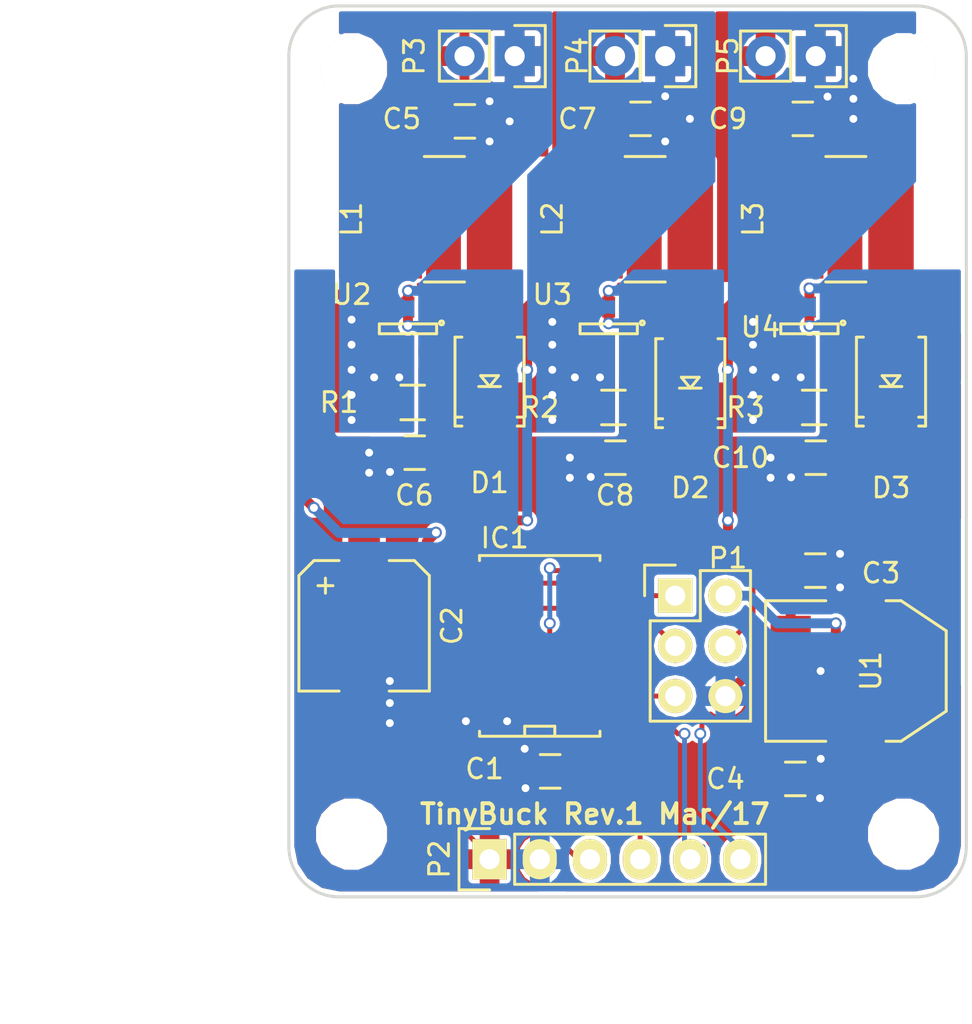
<source format=kicad_pcb>
(kicad_pcb (version 4) (host pcbnew 4.0.4-1.fc25-product)

  (general
    (links 64)
    (no_connects 0)
    (area 156.134999 77.394999 190.575001 122.630001)
    (thickness 1.6)
    (drawings 11)
    (tracks 331)
    (zones 0)
    (modules 33)
    (nets 25)
  )

  (page A4)
  (layers
    (0 F.Cu signal)
    (31 B.Cu signal)
    (32 B.Adhes user hide)
    (33 F.Adhes user hide)
    (34 B.Paste user)
    (35 F.Paste user)
    (36 B.SilkS user)
    (37 F.SilkS user)
    (38 B.Mask user)
    (39 F.Mask user)
    (40 Dwgs.User user hide)
    (41 Cmts.User user hide)
    (42 Eco1.User user)
    (43 Eco2.User user)
    (44 Edge.Cuts user)
    (45 Margin user hide)
    (46 B.CrtYd user hide)
    (47 F.CrtYd user hide)
    (48 B.Fab user hide)
    (49 F.Fab user hide)
  )

  (setup
    (last_trace_width 0.5)
    (user_trace_width 0.5)
    (user_trace_width 0.75)
    (trace_clearance 0.2)
    (zone_clearance 0.2)
    (zone_45_only no)
    (trace_min 0.2)
    (segment_width 0.2)
    (edge_width 0.15)
    (via_size 0.6)
    (via_drill 0.4)
    (via_min_size 0.4)
    (via_min_drill 0.3)
    (uvia_size 0.3)
    (uvia_drill 0.1)
    (uvias_allowed no)
    (uvia_min_size 0.2)
    (uvia_min_drill 0.1)
    (pcb_text_width 0.3)
    (pcb_text_size 1.5 1.5)
    (mod_edge_width 0.15)
    (mod_text_size 1 1)
    (mod_text_width 0.15)
    (pad_size 2.032 2.032)
    (pad_drill 1.016)
    (pad_to_mask_clearance 0.1)
    (aux_axis_origin 0 0)
    (visible_elements FFFFFF7F)
    (pcbplotparams
      (layerselection 0x010f0_80000001)
      (usegerberextensions true)
      (excludeedgelayer true)
      (linewidth 0.100000)
      (plotframeref false)
      (viasonmask false)
      (mode 1)
      (useauxorigin false)
      (hpglpennumber 1)
      (hpglpenspeed 20)
      (hpglpendiameter 15)
      (hpglpenoverlay 2)
      (psnegative false)
      (psa4output false)
      (plotreference true)
      (plotvalue true)
      (plotinvisibletext false)
      (padsonsilk false)
      (subtractmaskfromsilk false)
      (outputformat 1)
      (mirror false)
      (drillshape 0)
      (scaleselection 1)
      (outputdirectory gerbers/))
  )

  (net 0 "")
  (net 1 +5V)
  (net 2 GND)
  (net 3 /VIN)
  (net 4 /LED0-)
  (net 5 /LED0+)
  (net 6 "Net-(IC1-Pad3)")
  (net 7 "Net-(IC1-Pad4)")
  (net 8 "Net-(IC1-Pad6)")
  (net 9 /SDA)
  (net 10 "Net-(IC1-Pad8)")
  (net 11 /SCL)
  (net 12 /PWM2)
  (net 13 /PWM1)
  (net 14 /PWM0)
  (net 15 /LED1+)
  (net 16 /LED1-)
  (net 17 "Net-(D1-Pad2)")
  (net 18 /LED2-)
  (net 19 /LED2+)
  (net 20 "Net-(D2-Pad2)")
  (net 21 "Net-(D3-Pad2)")
  (net 22 "Net-(IC1-Pad10)")
  (net 23 /USR1)
  (net 24 /USR2)

  (net_class Default "This is the default net class."
    (clearance 0.2)
    (trace_width 0.25)
    (via_dia 0.6)
    (via_drill 0.4)
    (uvia_dia 0.3)
    (uvia_drill 0.1)
    (add_net +5V)
    (add_net /LED0+)
    (add_net /LED0-)
    (add_net /LED1+)
    (add_net /LED1-)
    (add_net /LED2+)
    (add_net /LED2-)
    (add_net /PWM0)
    (add_net /PWM1)
    (add_net /PWM2)
    (add_net /SCL)
    (add_net /SDA)
    (add_net /USR1)
    (add_net /USR2)
    (add_net /VIN)
    (add_net GND)
    (add_net "Net-(D1-Pad2)")
    (add_net "Net-(D2-Pad2)")
    (add_net "Net-(D3-Pad2)")
    (add_net "Net-(IC1-Pad10)")
    (add_net "Net-(IC1-Pad3)")
    (add_net "Net-(IC1-Pad4)")
    (add_net "Net-(IC1-Pad6)")
    (add_net "Net-(IC1-Pad8)")
  )

  (module Mounting_Holes:MountingHole_3.2mm_M3 (layer F.Cu) (tedit 58DABE5E) (tstamp 58DAB1E6)
    (at 187.325 119.38)
    (descr "Mounting Hole 3.2mm, no annular, M3")
    (tags "mounting hole 3.2mm no annular m3")
    (fp_text reference REF** (at 0 -4.2) (layer F.SilkS) hide
      (effects (font (size 1 1) (thickness 0.15)))
    )
    (fp_text value MountingHole_3.2mm_M3 (at 0 4.2) (layer F.Fab)
      (effects (font (size 1 1) (thickness 0.15)))
    )
    (fp_circle (center 0 0) (end 3.2 0) (layer Cmts.User) (width 0.15))
    (fp_circle (center 0 0) (end 3.45 0) (layer F.CrtYd) (width 0.05))
    (pad 1 np_thru_hole circle (at 0 0) (size 3.2 3.2) (drill 3.2) (layers *.Cu *.Mask F.SilkS))
  )

  (module Mounting_Holes:MountingHole_3.2mm_M3 (layer F.Cu) (tedit 58DABE5B) (tstamp 58DAB1DF)
    (at 159.385 119.38)
    (descr "Mounting Hole 3.2mm, no annular, M3")
    (tags "mounting hole 3.2mm no annular m3")
    (fp_text reference REF** (at 0 -4.2) (layer F.SilkS) hide
      (effects (font (size 1 1) (thickness 0.15)))
    )
    (fp_text value MountingHole_3.2mm_M3 (at 0 4.2) (layer F.Fab)
      (effects (font (size 1 1) (thickness 0.15)))
    )
    (fp_circle (center 0 0) (end 3.2 0) (layer Cmts.User) (width 0.15))
    (fp_circle (center 0 0) (end 3.45 0) (layer F.CrtYd) (width 0.05))
    (pad 1 np_thru_hole circle (at 0 0) (size 3.2 3.2) (drill 3.2) (layers *.Cu *.Mask F.SilkS))
  )

  (module Mounting_Holes:MountingHole_3.2mm_M3 (layer F.Cu) (tedit 58DAC160) (tstamp 58DAB180)
    (at 187.325 80.645)
    (descr "Mounting Hole 3.2mm, no annular, M3")
    (tags "mounting hole 3.2mm no annular m3")
    (fp_text reference REF** (at 0 -4.2) (layer F.SilkS) hide
      (effects (font (size 1 1) (thickness 0.15)))
    )
    (fp_text value MountingHole_3.2mm_M3 (at 0 4.2) (layer F.Fab)
      (effects (font (size 1 1) (thickness 0.15)))
    )
    (fp_circle (center 0 0) (end 3.2 0) (layer Cmts.User) (width 0.15))
    (fp_circle (center 0 0) (end 3.45 0) (layer F.CrtYd) (width 0.05))
    (pad 1 np_thru_hole circle (at 0 0) (size 3.2 3.2) (drill 3.2) (layers *.Cu *.Mask F.SilkS))
  )

  (module Capacitors_SMD:C_0805_HandSoldering (layer F.Cu) (tedit 541A9B8D) (tstamp 58DA9965)
    (at 169.438 116.205 180)
    (descr "Capacitor SMD 0805, hand soldering")
    (tags "capacitor 0805")
    (path /58DA7301)
    (attr smd)
    (fp_text reference C1 (at 3.322 0.127 180) (layer F.SilkS)
      (effects (font (size 1 1) (thickness 0.15)))
    )
    (fp_text value C (at 0 2.1 180) (layer F.Fab)
      (effects (font (size 1 1) (thickness 0.15)))
    )
    (fp_line (start -2.3 -1) (end 2.3 -1) (layer F.CrtYd) (width 0.05))
    (fp_line (start -2.3 1) (end 2.3 1) (layer F.CrtYd) (width 0.05))
    (fp_line (start -2.3 -1) (end -2.3 1) (layer F.CrtYd) (width 0.05))
    (fp_line (start 2.3 -1) (end 2.3 1) (layer F.CrtYd) (width 0.05))
    (fp_line (start 0.5 -0.85) (end -0.5 -0.85) (layer F.SilkS) (width 0.15))
    (fp_line (start -0.5 0.85) (end 0.5 0.85) (layer F.SilkS) (width 0.15))
    (pad 1 smd rect (at -1.25 0 180) (size 1.5 1.25) (layers F.Cu F.Paste F.Mask)
      (net 1 +5V))
    (pad 2 smd rect (at 1.25 0 180) (size 1.5 1.25) (layers F.Cu F.Paste F.Mask)
      (net 2 GND))
    (model Capacitors_SMD.3dshapes/C_0805_HandSoldering.wrl
      (at (xyz 0 0 0))
      (scale (xyz 1 1 1))
      (rotate (xyz 0 0 0))
    )
  )

  (module components:WURTH_ELECTRO (layer F.Cu) (tedit 58D8418A) (tstamp 58DA996B)
    (at 160.02 108.839 90)
    (path /58DA8A25)
    (fp_text reference C2 (at 0 4.445 90) (layer F.SilkS)
      (effects (font (size 1 1) (thickness 0.15)))
    )
    (fp_text value 22u (at 0 -9.525 90) (layer F.Fab)
      (effects (font (size 1 1) (thickness 0.15)))
    )
    (fp_text user + (at 2.032 -2.032 90) (layer F.SilkS)
      (effects (font (size 1 1) (thickness 0.15)))
    )
    (fp_line (start -3.302 3.302) (end -3.302 1.27) (layer F.SilkS) (width 0.15))
    (fp_line (start -3.302 -3.302) (end -3.302 -1.27) (layer F.SilkS) (width 0.15))
    (fp_line (start 3.302 2.54) (end 3.302 1.27) (layer F.SilkS) (width 0.15))
    (fp_line (start 2.54 3.302) (end 3.302 2.54) (layer F.SilkS) (width 0.15))
    (fp_line (start -3.302 3.302) (end 2.54 3.302) (layer F.SilkS) (width 0.15))
    (fp_line (start 2.54 -3.302) (end -3.302 -3.302) (layer F.SilkS) (width 0.15))
    (fp_line (start 3.302 -2.54) (end 2.54 -3.302) (layer F.SilkS) (width 0.15))
    (fp_line (start 3.302 -1.27) (end 3.302 -2.54) (layer F.SilkS) (width 0.15))
    (pad 2 smd rect (at -2.794 0 90) (size 3.5 1.6) (layers F.Cu F.Paste F.Mask)
      (net 2 GND))
    (pad 1 smd rect (at 2.794 0 90) (size 3.5 1.6) (layers F.Cu F.Paste F.Mask)
      (net 3 /VIN))
  )

  (module Capacitors_SMD:C_0805_HandSoldering (layer F.Cu) (tedit 541A9B8D) (tstamp 58DA9971)
    (at 182.86 106.045 180)
    (descr "Capacitor SMD 0805, hand soldering")
    (tags "capacitor 0805")
    (path /58DA8AF6)
    (attr smd)
    (fp_text reference C3 (at -3.322 -0.127 180) (layer F.SilkS)
      (effects (font (size 1 1) (thickness 0.15)))
    )
    (fp_text value 100n (at 0 2.1 180) (layer F.Fab)
      (effects (font (size 1 1) (thickness 0.15)))
    )
    (fp_line (start -2.3 -1) (end 2.3 -1) (layer F.CrtYd) (width 0.05))
    (fp_line (start -2.3 1) (end 2.3 1) (layer F.CrtYd) (width 0.05))
    (fp_line (start -2.3 -1) (end -2.3 1) (layer F.CrtYd) (width 0.05))
    (fp_line (start 2.3 -1) (end 2.3 1) (layer F.CrtYd) (width 0.05))
    (fp_line (start 0.5 -0.85) (end -0.5 -0.85) (layer F.SilkS) (width 0.15))
    (fp_line (start -0.5 0.85) (end 0.5 0.85) (layer F.SilkS) (width 0.15))
    (pad 1 smd rect (at -1.25 0 180) (size 1.5 1.25) (layers F.Cu F.Paste F.Mask)
      (net 2 GND))
    (pad 2 smd rect (at 1.25 0 180) (size 1.5 1.25) (layers F.Cu F.Paste F.Mask)
      (net 3 /VIN))
    (model Capacitors_SMD.3dshapes/C_0805_HandSoldering.wrl
      (at (xyz 0 0 0))
      (scale (xyz 1 1 1))
      (rotate (xyz 0 0 0))
    )
  )

  (module Capacitors_SMD:C_0805_HandSoldering (layer F.Cu) (tedit 541A9B8D) (tstamp 58DA9977)
    (at 181.844 116.586 180)
    (descr "Capacitor SMD 0805, hand soldering")
    (tags "capacitor 0805")
    (path /58DA87B8)
    (attr smd)
    (fp_text reference C4 (at 3.536 0 180) (layer F.SilkS)
      (effects (font (size 1 1) (thickness 0.15)))
    )
    (fp_text value 2u2 (at 0 2.1 180) (layer F.Fab)
      (effects (font (size 1 1) (thickness 0.15)))
    )
    (fp_line (start -2.3 -1) (end 2.3 -1) (layer F.CrtYd) (width 0.05))
    (fp_line (start -2.3 1) (end 2.3 1) (layer F.CrtYd) (width 0.05))
    (fp_line (start -2.3 -1) (end -2.3 1) (layer F.CrtYd) (width 0.05))
    (fp_line (start 2.3 -1) (end 2.3 1) (layer F.CrtYd) (width 0.05))
    (fp_line (start 0.5 -0.85) (end -0.5 -0.85) (layer F.SilkS) (width 0.15))
    (fp_line (start -0.5 0.85) (end 0.5 0.85) (layer F.SilkS) (width 0.15))
    (pad 1 smd rect (at -1.25 0 180) (size 1.5 1.25) (layers F.Cu F.Paste F.Mask)
      (net 2 GND))
    (pad 2 smd rect (at 1.25 0 180) (size 1.5 1.25) (layers F.Cu F.Paste F.Mask)
      (net 1 +5V))
    (model Capacitors_SMD.3dshapes/C_0805_HandSoldering.wrl
      (at (xyz 0 0 0))
      (scale (xyz 1 1 1))
      (rotate (xyz 0 0 0))
    )
  )

  (module Capacitors_SMD:C_0805_HandSoldering (layer F.Cu) (tedit 541A9B8D) (tstamp 58DA997D)
    (at 165.12 83.312)
    (descr "Capacitor SMD 0805, hand soldering")
    (tags "capacitor 0805")
    (path /58DA7E47)
    (attr smd)
    (fp_text reference C5 (at -3.195 -0.127) (layer F.SilkS)
      (effects (font (size 1 1) (thickness 0.15)))
    )
    (fp_text value 1u (at 0 2.1) (layer F.Fab)
      (effects (font (size 1 1) (thickness 0.15)))
    )
    (fp_line (start -2.3 -1) (end 2.3 -1) (layer F.CrtYd) (width 0.05))
    (fp_line (start -2.3 1) (end 2.3 1) (layer F.CrtYd) (width 0.05))
    (fp_line (start -2.3 -1) (end -2.3 1) (layer F.CrtYd) (width 0.05))
    (fp_line (start 2.3 -1) (end 2.3 1) (layer F.CrtYd) (width 0.05))
    (fp_line (start 0.5 -0.85) (end -0.5 -0.85) (layer F.SilkS) (width 0.15))
    (fp_line (start -0.5 0.85) (end 0.5 0.85) (layer F.SilkS) (width 0.15))
    (pad 1 smd rect (at -1.25 0) (size 1.5 1.25) (layers F.Cu F.Paste F.Mask)
      (net 4 /LED0-))
    (pad 2 smd rect (at 1.25 0) (size 1.5 1.25) (layers F.Cu F.Paste F.Mask)
      (net 5 /LED0+))
    (model Capacitors_SMD.3dshapes/C_0805_HandSoldering.wrl
      (at (xyz 0 0 0))
      (scale (xyz 1 1 1))
      (rotate (xyz 0 0 0))
    )
  )

  (module Capacitors_SMD:C_0805_HandSoldering (layer F.Cu) (tedit 541A9B8D) (tstamp 58DA9983)
    (at 162.58 100.076 180)
    (descr "Capacitor SMD 0805, hand soldering")
    (tags "capacitor 0805")
    (path /58DA9115)
    (attr smd)
    (fp_text reference C6 (at 0.02 -2.159 180) (layer F.SilkS)
      (effects (font (size 1 1) (thickness 0.15)))
    )
    (fp_text value 2u2 (at 0 2.1 180) (layer F.Fab)
      (effects (font (size 1 1) (thickness 0.15)))
    )
    (fp_line (start -2.3 -1) (end 2.3 -1) (layer F.CrtYd) (width 0.05))
    (fp_line (start -2.3 1) (end 2.3 1) (layer F.CrtYd) (width 0.05))
    (fp_line (start -2.3 -1) (end -2.3 1) (layer F.CrtYd) (width 0.05))
    (fp_line (start 2.3 -1) (end 2.3 1) (layer F.CrtYd) (width 0.05))
    (fp_line (start 0.5 -0.85) (end -0.5 -0.85) (layer F.SilkS) (width 0.15))
    (fp_line (start -0.5 0.85) (end 0.5 0.85) (layer F.SilkS) (width 0.15))
    (pad 1 smd rect (at -1.25 0 180) (size 1.5 1.25) (layers F.Cu F.Paste F.Mask)
      (net 3 /VIN))
    (pad 2 smd rect (at 1.25 0 180) (size 1.5 1.25) (layers F.Cu F.Paste F.Mask)
      (net 2 GND))
    (model Capacitors_SMD.3dshapes/C_0805_HandSoldering.wrl
      (at (xyz 0 0 0))
      (scale (xyz 1 1 1))
      (rotate (xyz 0 0 0))
    )
  )

  (module IC:SOIC-14 (layer F.Cu) (tedit 58D99F1E) (tstamp 58DA99B0)
    (at 168.91 109.855 180)
    (path /58DA72BA)
    (fp_text reference IC1 (at 1.778 5.461 180) (layer F.SilkS)
      (effects (font (size 1 1) (thickness 0.15)))
    )
    (fp_text value ATTINY24-SS (at 0 -5.715 180) (layer F.Fab)
      (effects (font (size 1 1) (thickness 0.15)))
    )
    (fp_line (start 0.762 -4.064) (end 0.762 -4.572) (layer F.SilkS) (width 0.15))
    (fp_line (start -0.762 -4.064) (end 0.762 -4.064) (layer F.SilkS) (width 0.15))
    (fp_line (start -0.762 -4.572) (end -0.762 -4.064) (layer F.SilkS) (width 0.15))
    (fp_line (start 3.048 -4.572) (end 3.048 -4.318) (layer F.SilkS) (width 0.15))
    (fp_line (start -3.048 -4.572) (end 3.048 -4.572) (layer F.SilkS) (width 0.15))
    (fp_line (start -3.048 -4.318) (end -3.048 -4.572) (layer F.SilkS) (width 0.15))
    (fp_line (start 3.048 4.572) (end 3.048 4.318) (layer F.SilkS) (width 0.15))
    (fp_line (start -3.048 4.572) (end 3.048 4.572) (layer F.SilkS) (width 0.15))
    (fp_line (start -3.048 4.318) (end -3.048 4.572) (layer F.SilkS) (width 0.15))
    (pad 1 smd rect (at -2.54 -3.81 180) (size 1.4 0.58) (layers F.Cu F.Paste F.Mask)
      (net 1 +5V))
    (pad 2 smd rect (at -2.54 -2.54 180) (size 1.4 0.58) (layers F.Cu F.Paste F.Mask)
      (net 23 /USR1))
    (pad 3 smd rect (at -2.54 -1.27 180) (size 1.4 0.58) (layers F.Cu F.Paste F.Mask)
      (net 6 "Net-(IC1-Pad3)"))
    (pad 4 smd rect (at -2.54 0 180) (size 1.4 0.58) (layers F.Cu F.Paste F.Mask)
      (net 7 "Net-(IC1-Pad4)"))
    (pad 5 smd rect (at -2.54 1.27 180) (size 1.4 0.58) (layers F.Cu F.Paste F.Mask)
      (net 24 /USR2))
    (pad 6 smd rect (at -2.54 2.54 180) (size 1.4 0.58) (layers F.Cu F.Paste F.Mask)
      (net 8 "Net-(IC1-Pad6)"))
    (pad 7 smd rect (at -2.54 3.81 180) (size 1.4 0.58) (layers F.Cu F.Paste F.Mask)
      (net 9 /SDA))
    (pad 8 smd rect (at 2.54 3.81 180) (size 1.4 0.58) (layers F.Cu F.Paste F.Mask)
      (net 10 "Net-(IC1-Pad8)"))
    (pad 9 smd rect (at 2.54 2.54 180) (size 1.4 0.58) (layers F.Cu F.Paste F.Mask)
      (net 11 /SCL))
    (pad 10 smd rect (at 2.54 1.27 180) (size 1.4 0.58) (layers F.Cu F.Paste F.Mask)
      (net 22 "Net-(IC1-Pad10)"))
    (pad 11 smd rect (at 2.54 0 180) (size 1.4 0.58) (layers F.Cu F.Paste F.Mask)
      (net 12 /PWM2))
    (pad 12 smd rect (at 2.54 -1.27 180) (size 1.4 0.58) (layers F.Cu F.Paste F.Mask)
      (net 13 /PWM1))
    (pad 13 smd rect (at 2.54 -2.54 180) (size 1.4 0.58) (layers F.Cu F.Paste F.Mask)
      (net 14 /PWM0))
    (pad 14 smd rect (at 2.54 -3.81 180) (size 1.4 0.58) (layers F.Cu F.Paste F.Mask)
      (net 2 GND))
  )

  (module components:SRN6045 (layer F.Cu) (tedit 58DA7C53) (tstamp 58DA99B6)
    (at 164.084 88.265)
    (path /58DA7F73)
    (fp_text reference L1 (at -4.699 0 90) (layer F.SilkS)
      (effects (font (size 1 1) (thickness 0.15)))
    )
    (fp_text value 33u (at 0 -4.318) (layer F.Fab)
      (effects (font (size 1 1) (thickness 0.15)))
    )
    (fp_line (start 1.016 -3.175) (end -1.016 -3.175) (layer F.SilkS) (width 0.15))
    (fp_line (start 1.016 3.175) (end -1.016 3.175) (layer F.SilkS) (width 0.15))
    (pad 1 smd rect (at -2.286 0) (size 2.3 6) (layers F.Cu F.Paste F.Mask)
      (net 4 /LED0-))
    (pad 2 smd rect (at 2.286 0) (size 2.3 6) (layers F.Cu F.Paste F.Mask)
      (net 17 "Net-(D1-Pad2)"))
  )

  (module Pin_Headers:Pin_Header_Straight_2x03 (layer F.Cu) (tedit 54EA0A4B) (tstamp 58DA99C0)
    (at 175.768 107.315)
    (descr "Through hole pin header")
    (tags "pin header")
    (path /58DA73FA)
    (fp_text reference P1 (at 2.667 -1.905) (layer F.SilkS)
      (effects (font (size 1 1) (thickness 0.15)))
    )
    (fp_text value CONN_02X03 (at 0 -3.1) (layer F.Fab)
      (effects (font (size 1 1) (thickness 0.15)))
    )
    (fp_line (start -1.27 1.27) (end -1.27 6.35) (layer F.SilkS) (width 0.15))
    (fp_line (start -1.55 -1.55) (end 0 -1.55) (layer F.SilkS) (width 0.15))
    (fp_line (start -1.75 -1.75) (end -1.75 6.85) (layer F.CrtYd) (width 0.05))
    (fp_line (start 4.3 -1.75) (end 4.3 6.85) (layer F.CrtYd) (width 0.05))
    (fp_line (start -1.75 -1.75) (end 4.3 -1.75) (layer F.CrtYd) (width 0.05))
    (fp_line (start -1.75 6.85) (end 4.3 6.85) (layer F.CrtYd) (width 0.05))
    (fp_line (start 1.27 -1.27) (end 1.27 1.27) (layer F.SilkS) (width 0.15))
    (fp_line (start 1.27 1.27) (end -1.27 1.27) (layer F.SilkS) (width 0.15))
    (fp_line (start -1.27 6.35) (end 3.81 6.35) (layer F.SilkS) (width 0.15))
    (fp_line (start 3.81 6.35) (end 3.81 1.27) (layer F.SilkS) (width 0.15))
    (fp_line (start -1.55 -1.55) (end -1.55 0) (layer F.SilkS) (width 0.15))
    (fp_line (start 3.81 -1.27) (end 1.27 -1.27) (layer F.SilkS) (width 0.15))
    (fp_line (start 3.81 1.27) (end 3.81 -1.27) (layer F.SilkS) (width 0.15))
    (pad 1 thru_hole rect (at 0 0) (size 1.7272 1.7272) (drill 1.016) (layers *.Cu *.Mask F.SilkS)
      (net 10 "Net-(IC1-Pad8)"))
    (pad 2 thru_hole oval (at 2.54 0) (size 1.7272 1.7272) (drill 1.016) (layers *.Cu *.Mask F.SilkS)
      (net 1 +5V))
    (pad 3 thru_hole oval (at 0 2.54) (size 1.7272 1.7272) (drill 1.016) (layers *.Cu *.Mask F.SilkS)
      (net 11 /SCL))
    (pad 4 thru_hole oval (at 2.54 2.54) (size 1.7272 1.7272) (drill 1.016) (layers *.Cu *.Mask F.SilkS)
      (net 9 /SDA))
    (pad 5 thru_hole oval (at 0 5.08) (size 1.7272 1.7272) (drill 1.016) (layers *.Cu *.Mask F.SilkS)
      (net 7 "Net-(IC1-Pad4)"))
    (pad 6 thru_hole oval (at 2.54 5.08) (size 1.7272 1.7272) (drill 1.016) (layers *.Cu *.Mask F.SilkS)
      (net 2 GND))
    (model Pin_Headers.3dshapes/Pin_Header_Straight_2x03.wrl
      (at (xyz 0.05 -0.1 0))
      (scale (xyz 1 1 1))
      (rotate (xyz 0 0 90))
    )
  )

  (module Pin_Headers:Pin_Header_Straight_1x06 (layer F.Cu) (tedit 0) (tstamp 58DA99CA)
    (at 166.37 120.65 90)
    (descr "Through hole pin header")
    (tags "pin header")
    (path /58DA8544)
    (fp_text reference P2 (at 0 -2.54 90) (layer F.SilkS)
      (effects (font (size 1 1) (thickness 0.15)))
    )
    (fp_text value CONN_01X06 (at 0 -3.1 90) (layer F.Fab)
      (effects (font (size 1 1) (thickness 0.15)))
    )
    (fp_line (start -1.75 -1.75) (end -1.75 14.45) (layer F.CrtYd) (width 0.05))
    (fp_line (start 1.75 -1.75) (end 1.75 14.45) (layer F.CrtYd) (width 0.05))
    (fp_line (start -1.75 -1.75) (end 1.75 -1.75) (layer F.CrtYd) (width 0.05))
    (fp_line (start -1.75 14.45) (end 1.75 14.45) (layer F.CrtYd) (width 0.05))
    (fp_line (start 1.27 1.27) (end 1.27 13.97) (layer F.SilkS) (width 0.15))
    (fp_line (start 1.27 13.97) (end -1.27 13.97) (layer F.SilkS) (width 0.15))
    (fp_line (start -1.27 13.97) (end -1.27 1.27) (layer F.SilkS) (width 0.15))
    (fp_line (start 1.55 -1.55) (end 1.55 0) (layer F.SilkS) (width 0.15))
    (fp_line (start 1.27 1.27) (end -1.27 1.27) (layer F.SilkS) (width 0.15))
    (fp_line (start -1.55 0) (end -1.55 -1.55) (layer F.SilkS) (width 0.15))
    (fp_line (start -1.55 -1.55) (end 1.55 -1.55) (layer F.SilkS) (width 0.15))
    (pad 1 thru_hole rect (at 0 0 90) (size 2.032 1.7272) (drill 1.016) (layers *.Cu *.Mask F.SilkS)
      (net 3 /VIN))
    (pad 2 thru_hole oval (at 0 2.54 90) (size 2.032 1.7272) (drill 1.016) (layers *.Cu *.Mask F.SilkS)
      (net 2 GND))
    (pad 3 thru_hole oval (at 0 5.08 90) (size 2.032 1.7272) (drill 1.016) (layers *.Cu *.Mask F.SilkS)
      (net 11 /SCL))
    (pad 4 thru_hole oval (at 0 7.62 90) (size 2.032 1.7272) (drill 1.016) (layers *.Cu *.Mask F.SilkS)
      (net 9 /SDA))
    (pad 5 thru_hole oval (at 0 10.16 90) (size 2.032 1.7272) (drill 1.016) (layers *.Cu *.Mask F.SilkS)
      (net 23 /USR1))
    (pad 6 thru_hole oval (at 0 12.7 90) (size 2.032 1.7272) (drill 1.016) (layers *.Cu *.Mask F.SilkS)
      (net 24 /USR2))
    (model Pin_Headers.3dshapes/Pin_Header_Straight_1x06.wrl
      (at (xyz 0 -0.25 0))
      (scale (xyz 1 1 1))
      (rotate (xyz 0 0 90))
    )
  )

  (module Pin_Headers:Pin_Header_Straight_1x02 (layer F.Cu) (tedit 58DABD44) (tstamp 58DA99D0)
    (at 167.64 80.01 270)
    (descr "Through hole pin header")
    (tags "pin header")
    (path /58DA9CD7)
    (fp_text reference P3 (at 0 5.08 450) (layer F.SilkS)
      (effects (font (size 1 1) (thickness 0.15)))
    )
    (fp_text value CONN_01X02 (at 0 -3.1 270) (layer F.Fab)
      (effects (font (size 1 1) (thickness 0.15)))
    )
    (fp_line (start 1.27 1.27) (end 1.27 3.81) (layer F.SilkS) (width 0.15))
    (fp_line (start 1.55 -1.55) (end 1.55 0) (layer F.SilkS) (width 0.15))
    (fp_line (start -1.75 -1.75) (end -1.75 4.3) (layer F.CrtYd) (width 0.05))
    (fp_line (start 1.75 -1.75) (end 1.75 4.3) (layer F.CrtYd) (width 0.05))
    (fp_line (start -1.75 -1.75) (end 1.75 -1.75) (layer F.CrtYd) (width 0.05))
    (fp_line (start -1.75 4.3) (end 1.75 4.3) (layer F.CrtYd) (width 0.05))
    (fp_line (start 1.27 1.27) (end -1.27 1.27) (layer F.SilkS) (width 0.15))
    (fp_line (start -1.55 0) (end -1.55 -1.55) (layer F.SilkS) (width 0.15))
    (fp_line (start -1.55 -1.55) (end 1.55 -1.55) (layer F.SilkS) (width 0.15))
    (fp_line (start -1.27 1.27) (end -1.27 3.81) (layer F.SilkS) (width 0.15))
    (fp_line (start -1.27 3.81) (end 1.27 3.81) (layer F.SilkS) (width 0.15))
    (pad 1 thru_hole rect (at 0 0 270) (size 2.032 2.032) (drill 1.016) (layers *.Cu *.Mask F.Paste)
      (net 5 /LED0+))
    (pad 2 thru_hole oval (at 0 2.54 270) (size 2.032 2.032) (drill 1.016) (layers *.Cu *.Mask)
      (net 4 /LED0-))
    (model Pin_Headers.3dshapes/Pin_Header_Straight_1x02.wrl
      (at (xyz 0 -0.05 0))
      (scale (xyz 1 1 1))
      (rotate (xyz 0 0 90))
    )
  )

  (module Resistors_SMD:R_0805_HandSoldering (layer F.Cu) (tedit 54189DEE) (tstamp 58DA99D6)
    (at 162.48 97.536 180)
    (descr "Resistor SMD 0805, hand soldering")
    (tags "resistor 0805")
    (path /58DA7CC1)
    (attr smd)
    (fp_text reference R1 (at 3.73 0 180) (layer F.SilkS)
      (effects (font (size 1 1) (thickness 0.15)))
    )
    (fp_text value 0R15 (at 0 2.1 180) (layer F.Fab)
      (effects (font (size 1 1) (thickness 0.15)))
    )
    (fp_line (start -2.4 -1) (end 2.4 -1) (layer F.CrtYd) (width 0.05))
    (fp_line (start -2.4 1) (end 2.4 1) (layer F.CrtYd) (width 0.05))
    (fp_line (start -2.4 -1) (end -2.4 1) (layer F.CrtYd) (width 0.05))
    (fp_line (start 2.4 -1) (end 2.4 1) (layer F.CrtYd) (width 0.05))
    (fp_line (start 0.6 0.875) (end -0.6 0.875) (layer F.SilkS) (width 0.15))
    (fp_line (start -0.6 -0.875) (end 0.6 -0.875) (layer F.SilkS) (width 0.15))
    (pad 1 smd rect (at -1.35 0 180) (size 1.5 1.3) (layers F.Cu F.Paste F.Mask)
      (net 3 /VIN))
    (pad 2 smd rect (at 1.35 0 180) (size 1.5 1.3) (layers F.Cu F.Paste F.Mask)
      (net 5 /LED0+))
    (model Resistors_SMD.3dshapes/R_0805_HandSoldering.wrl
      (at (xyz 0 0 0))
      (scale (xyz 1 1 1))
      (rotate (xyz 0 0 0))
    )
  )

  (module TO_SOT_Packages_SMD:SOT-23-5 (layer F.Cu) (tedit 55360473) (tstamp 58DA99E7)
    (at 162.24 93.81 270)
    (descr "5-pin SOT23 package")
    (tags SOT-23-5)
    (path /58DA7AE4)
    (attr smd)
    (fp_text reference U2 (at -1.735 2.855 360) (layer F.SilkS)
      (effects (font (size 1 1) (thickness 0.15)))
    )
    (fp_text value AL8805 (at -0.05 2.35 270) (layer F.Fab)
      (effects (font (size 1 1) (thickness 0.15)))
    )
    (fp_line (start -1.8 -1.6) (end 1.8 -1.6) (layer F.CrtYd) (width 0.05))
    (fp_line (start 1.8 -1.6) (end 1.8 1.6) (layer F.CrtYd) (width 0.05))
    (fp_line (start 1.8 1.6) (end -1.8 1.6) (layer F.CrtYd) (width 0.05))
    (fp_line (start -1.8 1.6) (end -1.8 -1.6) (layer F.CrtYd) (width 0.05))
    (fp_circle (center -0.3 -1.7) (end -0.2 -1.7) (layer F.SilkS) (width 0.15))
    (fp_line (start 0.25 -1.45) (end -0.25 -1.45) (layer F.SilkS) (width 0.15))
    (fp_line (start 0.25 1.45) (end 0.25 -1.45) (layer F.SilkS) (width 0.15))
    (fp_line (start -0.25 1.45) (end 0.25 1.45) (layer F.SilkS) (width 0.15))
    (fp_line (start -0.25 -1.45) (end -0.25 1.45) (layer F.SilkS) (width 0.15))
    (pad 1 smd rect (at -1.1 -0.95 270) (size 1.06 0.65) (layers F.Cu F.Paste F.Mask)
      (net 17 "Net-(D1-Pad2)"))
    (pad 2 smd rect (at -1.1 0 270) (size 1.06 0.65) (layers F.Cu F.Paste F.Mask)
      (net 2 GND))
    (pad 3 smd rect (at -1.1 0.95 270) (size 1.06 0.65) (layers F.Cu F.Paste F.Mask)
      (net 14 /PWM0))
    (pad 4 smd rect (at 1.1 0.95 270) (size 1.06 0.65) (layers F.Cu F.Paste F.Mask)
      (net 5 /LED0+))
    (pad 5 smd rect (at 1.1 -0.95 270) (size 1.06 0.65) (layers F.Cu F.Paste F.Mask)
      (net 3 /VIN))
    (model TO_SOT_Packages_SMD.3dshapes/SOT-23-5.wrl
      (at (xyz 0 0 0))
      (scale (xyz 1 1 1))
      (rotate (xyz 0 0 0))
    )
  )

  (module Diodes_SMD:SMA_Handsoldering (layer F.Cu) (tedit 58DABDE1) (tstamp 58DA9FD9)
    (at 166.37 96.47936 90)
    (descr "Diode SMA Handsoldering")
    (tags "Diode SMA Handsoldering")
    (path /58DA8FDB)
    (attr smd)
    (fp_text reference D1 (at -5.12064 0 180) (layer F.SilkS)
      (effects (font (size 1 1) (thickness 0.15)))
    )
    (fp_text value D_Schottky (at 0.05 4.4 90) (layer F.Fab)
      (effects (font (size 1 1) (thickness 0.15)))
    )
    (fp_line (start -4.5 -2) (end 4.5 -2) (layer F.CrtYd) (width 0.05))
    (fp_line (start 4.5 -2) (end 4.5 2) (layer F.CrtYd) (width 0.05))
    (fp_line (start 4.5 2) (end -4.5 2) (layer F.CrtYd) (width 0.05))
    (fp_line (start -4.5 2) (end -4.5 -2) (layer F.CrtYd) (width 0.05))
    (fp_line (start -0.25 0) (end 0.3 -0.45) (layer F.SilkS) (width 0.15))
    (fp_line (start 0.3 -0.45) (end 0.3 0.45) (layer F.SilkS) (width 0.15))
    (fp_line (start 0.3 0.45) (end -0.25 0) (layer F.SilkS) (width 0.15))
    (fp_line (start -0.25 -0.55) (end -0.25 0.55) (layer F.SilkS) (width 0.15))
    (fp_text user K (at -3.25 2.9 90) (layer F.SilkS) hide
      (effects (font (size 1 1) (thickness 0.15)))
    )
    (fp_text user A (at 3.05 2.85 90) (layer F.SilkS) hide
      (effects (font (size 1 1) (thickness 0.15)))
    )
    (fp_line (start -1.79914 1.75006) (end -1.79914 1.39954) (layer F.SilkS) (width 0.15))
    (fp_line (start -1.79914 -1.75006) (end -1.79914 -1.39954) (layer F.SilkS) (width 0.15))
    (fp_line (start 2.25044 1.75006) (end 2.25044 1.39954) (layer F.SilkS) (width 0.15))
    (fp_line (start -2.25044 1.75006) (end -2.25044 1.39954) (layer F.SilkS) (width 0.15))
    (fp_line (start -2.25044 -1.75006) (end -2.25044 -1.39954) (layer F.SilkS) (width 0.15))
    (fp_line (start 2.25044 -1.75006) (end 2.25044 -1.39954) (layer F.SilkS) (width 0.15))
    (fp_line (start -2.25044 1.75006) (end 2.25044 1.75006) (layer F.SilkS) (width 0.15))
    (fp_line (start -2.25044 -1.75006) (end 2.25044 -1.75006) (layer F.SilkS) (width 0.15))
    (pad 1 smd rect (at -2.49936 0 90) (size 3.50012 1.80086) (layers F.Cu F.Paste F.Mask)
      (net 3 /VIN))
    (pad 2 smd rect (at 2.49936 0 90) (size 3.50012 1.80086) (layers F.Cu F.Paste F.Mask)
      (net 17 "Net-(D1-Pad2)"))
    (model Diodes_SMD.3dshapes/SMA_Handsoldering.wrl
      (at (xyz 0 0 0))
      (scale (xyz 0.3937 0.3937 0.3937))
      (rotate (xyz 0 0 180))
    )
  )

  (module Capacitors_SMD:C_0805_HandSoldering (layer F.Cu) (tedit 541A9B8D) (tstamp 58DAA6EB)
    (at 174.01 83.185)
    (descr "Capacitor SMD 0805, hand soldering")
    (tags "capacitor 0805")
    (path /58DAA82E)
    (attr smd)
    (fp_text reference C7 (at -3.195 0) (layer F.SilkS)
      (effects (font (size 1 1) (thickness 0.15)))
    )
    (fp_text value 1u (at 0 2.1) (layer F.Fab)
      (effects (font (size 1 1) (thickness 0.15)))
    )
    (fp_line (start -2.3 -1) (end 2.3 -1) (layer F.CrtYd) (width 0.05))
    (fp_line (start -2.3 1) (end 2.3 1) (layer F.CrtYd) (width 0.05))
    (fp_line (start -2.3 -1) (end -2.3 1) (layer F.CrtYd) (width 0.05))
    (fp_line (start 2.3 -1) (end 2.3 1) (layer F.CrtYd) (width 0.05))
    (fp_line (start 0.5 -0.85) (end -0.5 -0.85) (layer F.SilkS) (width 0.15))
    (fp_line (start -0.5 0.85) (end 0.5 0.85) (layer F.SilkS) (width 0.15))
    (pad 1 smd rect (at -1.25 0) (size 1.5 1.25) (layers F.Cu F.Paste F.Mask)
      (net 16 /LED1-))
    (pad 2 smd rect (at 1.25 0) (size 1.5 1.25) (layers F.Cu F.Paste F.Mask)
      (net 15 /LED1+))
    (model Capacitors_SMD.3dshapes/C_0805_HandSoldering.wrl
      (at (xyz 0 0 0))
      (scale (xyz 1 1 1))
      (rotate (xyz 0 0 0))
    )
  )

  (module Capacitors_SMD:C_0805_HandSoldering (layer F.Cu) (tedit 541A9B8D) (tstamp 58DAA6F1)
    (at 172.74 100.33 180)
    (descr "Capacitor SMD 0805, hand soldering")
    (tags "capacitor 0805")
    (path /58DAA851)
    (attr smd)
    (fp_text reference C8 (at 0.02 -1.905 180) (layer F.SilkS)
      (effects (font (size 1 1) (thickness 0.15)))
    )
    (fp_text value 2u2 (at 0 2.1 180) (layer F.Fab)
      (effects (font (size 1 1) (thickness 0.15)))
    )
    (fp_line (start -2.3 -1) (end 2.3 -1) (layer F.CrtYd) (width 0.05))
    (fp_line (start -2.3 1) (end 2.3 1) (layer F.CrtYd) (width 0.05))
    (fp_line (start -2.3 -1) (end -2.3 1) (layer F.CrtYd) (width 0.05))
    (fp_line (start 2.3 -1) (end 2.3 1) (layer F.CrtYd) (width 0.05))
    (fp_line (start 0.5 -0.85) (end -0.5 -0.85) (layer F.SilkS) (width 0.15))
    (fp_line (start -0.5 0.85) (end 0.5 0.85) (layer F.SilkS) (width 0.15))
    (pad 1 smd rect (at -1.25 0 180) (size 1.5 1.25) (layers F.Cu F.Paste F.Mask)
      (net 3 /VIN))
    (pad 2 smd rect (at 1.25 0 180) (size 1.5 1.25) (layers F.Cu F.Paste F.Mask)
      (net 2 GND))
    (model Capacitors_SMD.3dshapes/C_0805_HandSoldering.wrl
      (at (xyz 0 0 0))
      (scale (xyz 1 1 1))
      (rotate (xyz 0 0 0))
    )
  )

  (module Capacitors_SMD:C_0805_HandSoldering (layer F.Cu) (tedit 541A9B8D) (tstamp 58DAA6F7)
    (at 182.225 83.185)
    (descr "Capacitor SMD 0805, hand soldering")
    (tags "capacitor 0805")
    (path /58DAAE11)
    (attr smd)
    (fp_text reference C9 (at -3.79 0) (layer F.SilkS)
      (effects (font (size 1 1) (thickness 0.15)))
    )
    (fp_text value 1u (at 0 2.1) (layer F.Fab)
      (effects (font (size 1 1) (thickness 0.15)))
    )
    (fp_line (start -2.3 -1) (end 2.3 -1) (layer F.CrtYd) (width 0.05))
    (fp_line (start -2.3 1) (end 2.3 1) (layer F.CrtYd) (width 0.05))
    (fp_line (start -2.3 -1) (end -2.3 1) (layer F.CrtYd) (width 0.05))
    (fp_line (start 2.3 -1) (end 2.3 1) (layer F.CrtYd) (width 0.05))
    (fp_line (start 0.5 -0.85) (end -0.5 -0.85) (layer F.SilkS) (width 0.15))
    (fp_line (start -0.5 0.85) (end 0.5 0.85) (layer F.SilkS) (width 0.15))
    (pad 1 smd rect (at -1.25 0) (size 1.5 1.25) (layers F.Cu F.Paste F.Mask)
      (net 18 /LED2-))
    (pad 2 smd rect (at 1.25 0) (size 1.5 1.25) (layers F.Cu F.Paste F.Mask)
      (net 19 /LED2+))
    (model Capacitors_SMD.3dshapes/C_0805_HandSoldering.wrl
      (at (xyz 0 0 0))
      (scale (xyz 1 1 1))
      (rotate (xyz 0 0 0))
    )
  )

  (module Capacitors_SMD:C_0805_HandSoldering (layer F.Cu) (tedit 541A9B8D) (tstamp 58DAA6FD)
    (at 182.88 100.33 180)
    (descr "Capacitor SMD 0805, hand soldering")
    (tags "capacitor 0805")
    (path /58DAAE34)
    (attr smd)
    (fp_text reference C10 (at 3.81 0 180) (layer F.SilkS)
      (effects (font (size 1 1) (thickness 0.15)))
    )
    (fp_text value 2u2 (at 0 2.1 180) (layer F.Fab)
      (effects (font (size 1 1) (thickness 0.15)))
    )
    (fp_line (start -2.3 -1) (end 2.3 -1) (layer F.CrtYd) (width 0.05))
    (fp_line (start -2.3 1) (end 2.3 1) (layer F.CrtYd) (width 0.05))
    (fp_line (start -2.3 -1) (end -2.3 1) (layer F.CrtYd) (width 0.05))
    (fp_line (start 2.3 -1) (end 2.3 1) (layer F.CrtYd) (width 0.05))
    (fp_line (start 0.5 -0.85) (end -0.5 -0.85) (layer F.SilkS) (width 0.15))
    (fp_line (start -0.5 0.85) (end 0.5 0.85) (layer F.SilkS) (width 0.15))
    (pad 1 smd rect (at -1.25 0 180) (size 1.5 1.25) (layers F.Cu F.Paste F.Mask)
      (net 3 /VIN))
    (pad 2 smd rect (at 1.25 0 180) (size 1.5 1.25) (layers F.Cu F.Paste F.Mask)
      (net 2 GND))
    (model Capacitors_SMD.3dshapes/C_0805_HandSoldering.wrl
      (at (xyz 0 0 0))
      (scale (xyz 1 1 1))
      (rotate (xyz 0 0 0))
    )
  )

  (module Diodes_SMD:SMA_Handsoldering (layer F.Cu) (tedit 58DABDDB) (tstamp 58DAA715)
    (at 176.53 96.56064 90)
    (descr "Diode SMA Handsoldering")
    (tags "Diode SMA Handsoldering")
    (path /58DAA840)
    (attr smd)
    (fp_text reference D2 (at -5.29336 0 180) (layer F.SilkS)
      (effects (font (size 1 1) (thickness 0.15)))
    )
    (fp_text value D_Schottky (at 0.05 4.4 90) (layer F.Fab)
      (effects (font (size 1 1) (thickness 0.15)))
    )
    (fp_line (start -4.5 -2) (end 4.5 -2) (layer F.CrtYd) (width 0.05))
    (fp_line (start 4.5 -2) (end 4.5 2) (layer F.CrtYd) (width 0.05))
    (fp_line (start 4.5 2) (end -4.5 2) (layer F.CrtYd) (width 0.05))
    (fp_line (start -4.5 2) (end -4.5 -2) (layer F.CrtYd) (width 0.05))
    (fp_line (start -0.25 0) (end 0.3 -0.45) (layer F.SilkS) (width 0.15))
    (fp_line (start 0.3 -0.45) (end 0.3 0.45) (layer F.SilkS) (width 0.15))
    (fp_line (start 0.3 0.45) (end -0.25 0) (layer F.SilkS) (width 0.15))
    (fp_line (start -0.25 -0.55) (end -0.25 0.55) (layer F.SilkS) (width 0.15))
    (fp_text user K (at -3.25 2.9 90) (layer F.SilkS) hide
      (effects (font (size 1 1) (thickness 0.15)))
    )
    (fp_text user A (at 3.05 2.85 90) (layer F.SilkS) hide
      (effects (font (size 1 1) (thickness 0.15)))
    )
    (fp_line (start -1.79914 1.75006) (end -1.79914 1.39954) (layer F.SilkS) (width 0.15))
    (fp_line (start -1.79914 -1.75006) (end -1.79914 -1.39954) (layer F.SilkS) (width 0.15))
    (fp_line (start 2.25044 1.75006) (end 2.25044 1.39954) (layer F.SilkS) (width 0.15))
    (fp_line (start -2.25044 1.75006) (end -2.25044 1.39954) (layer F.SilkS) (width 0.15))
    (fp_line (start -2.25044 -1.75006) (end -2.25044 -1.39954) (layer F.SilkS) (width 0.15))
    (fp_line (start 2.25044 -1.75006) (end 2.25044 -1.39954) (layer F.SilkS) (width 0.15))
    (fp_line (start -2.25044 1.75006) (end 2.25044 1.75006) (layer F.SilkS) (width 0.15))
    (fp_line (start -2.25044 -1.75006) (end 2.25044 -1.75006) (layer F.SilkS) (width 0.15))
    (pad 1 smd rect (at -2.49936 0 90) (size 3.50012 1.80086) (layers F.Cu F.Paste F.Mask)
      (net 3 /VIN))
    (pad 2 smd rect (at 2.49936 0 90) (size 3.50012 1.80086) (layers F.Cu F.Paste F.Mask)
      (net 20 "Net-(D2-Pad2)"))
    (model Diodes_SMD.3dshapes/SMA_Handsoldering.wrl
      (at (xyz 0 0 0))
      (scale (xyz 0.3937 0.3937 0.3937))
      (rotate (xyz 0 0 180))
    )
  )

  (module Diodes_SMD:SMA_Handsoldering (layer F.Cu) (tedit 58DABDD8) (tstamp 58DAA72D)
    (at 186.69 96.47936 90)
    (descr "Diode SMA Handsoldering")
    (tags "Diode SMA Handsoldering")
    (path /58DAAE23)
    (attr smd)
    (fp_text reference D3 (at -5.37464 0 180) (layer F.SilkS)
      (effects (font (size 1 1) (thickness 0.15)))
    )
    (fp_text value D_Schottky (at 0.05 4.4 90) (layer F.Fab)
      (effects (font (size 1 1) (thickness 0.15)))
    )
    (fp_line (start -4.5 -2) (end 4.5 -2) (layer F.CrtYd) (width 0.05))
    (fp_line (start 4.5 -2) (end 4.5 2) (layer F.CrtYd) (width 0.05))
    (fp_line (start 4.5 2) (end -4.5 2) (layer F.CrtYd) (width 0.05))
    (fp_line (start -4.5 2) (end -4.5 -2) (layer F.CrtYd) (width 0.05))
    (fp_line (start -0.25 0) (end 0.3 -0.45) (layer F.SilkS) (width 0.15))
    (fp_line (start 0.3 -0.45) (end 0.3 0.45) (layer F.SilkS) (width 0.15))
    (fp_line (start 0.3 0.45) (end -0.25 0) (layer F.SilkS) (width 0.15))
    (fp_line (start -0.25 -0.55) (end -0.25 0.55) (layer F.SilkS) (width 0.15))
    (fp_text user K (at -3.25 2.9 90) (layer F.SilkS) hide
      (effects (font (size 1 1) (thickness 0.15)))
    )
    (fp_text user A (at 3.05 2.85 90) (layer F.SilkS) hide
      (effects (font (size 1 1) (thickness 0.15)))
    )
    (fp_line (start -1.79914 1.75006) (end -1.79914 1.39954) (layer F.SilkS) (width 0.15))
    (fp_line (start -1.79914 -1.75006) (end -1.79914 -1.39954) (layer F.SilkS) (width 0.15))
    (fp_line (start 2.25044 1.75006) (end 2.25044 1.39954) (layer F.SilkS) (width 0.15))
    (fp_line (start -2.25044 1.75006) (end -2.25044 1.39954) (layer F.SilkS) (width 0.15))
    (fp_line (start -2.25044 -1.75006) (end -2.25044 -1.39954) (layer F.SilkS) (width 0.15))
    (fp_line (start 2.25044 -1.75006) (end 2.25044 -1.39954) (layer F.SilkS) (width 0.15))
    (fp_line (start -2.25044 1.75006) (end 2.25044 1.75006) (layer F.SilkS) (width 0.15))
    (fp_line (start -2.25044 -1.75006) (end 2.25044 -1.75006) (layer F.SilkS) (width 0.15))
    (pad 1 smd rect (at -2.49936 0 90) (size 3.50012 1.80086) (layers F.Cu F.Paste F.Mask)
      (net 3 /VIN))
    (pad 2 smd rect (at 2.49936 0 90) (size 3.50012 1.80086) (layers F.Cu F.Paste F.Mask)
      (net 21 "Net-(D3-Pad2)"))
    (model Diodes_SMD.3dshapes/SMA_Handsoldering.wrl
      (at (xyz 0 0 0))
      (scale (xyz 0.3937 0.3937 0.3937))
      (rotate (xyz 0 0 180))
    )
  )

  (module components:SRN6045 (layer F.Cu) (tedit 58DA7C53) (tstamp 58DAA733)
    (at 174.244 88.265)
    (path /58DAA834)
    (fp_text reference L2 (at -4.699 0 90) (layer F.SilkS)
      (effects (font (size 1 1) (thickness 0.15)))
    )
    (fp_text value 33u (at 0 -4.318) (layer F.Fab)
      (effects (font (size 1 1) (thickness 0.15)))
    )
    (fp_line (start 1.016 -3.175) (end -1.016 -3.175) (layer F.SilkS) (width 0.15))
    (fp_line (start 1.016 3.175) (end -1.016 3.175) (layer F.SilkS) (width 0.15))
    (pad 1 smd rect (at -2.286 0) (size 2.3 6) (layers F.Cu F.Paste F.Mask)
      (net 16 /LED1-))
    (pad 2 smd rect (at 2.286 0) (size 2.3 6) (layers F.Cu F.Paste F.Mask)
      (net 20 "Net-(D2-Pad2)"))
  )

  (module components:SRN6045 (layer F.Cu) (tedit 58DA7C53) (tstamp 58DAA739)
    (at 184.404 88.265)
    (path /58DAAE17)
    (fp_text reference L3 (at -4.699 0 90) (layer F.SilkS)
      (effects (font (size 1 1) (thickness 0.15)))
    )
    (fp_text value 33u (at 0 -4.318) (layer F.Fab)
      (effects (font (size 1 1) (thickness 0.15)))
    )
    (fp_line (start 1.016 -3.175) (end -1.016 -3.175) (layer F.SilkS) (width 0.15))
    (fp_line (start 1.016 3.175) (end -1.016 3.175) (layer F.SilkS) (width 0.15))
    (pad 1 smd rect (at -2.286 0) (size 2.3 6) (layers F.Cu F.Paste F.Mask)
      (net 18 /LED2-))
    (pad 2 smd rect (at 2.286 0) (size 2.3 6) (layers F.Cu F.Paste F.Mask)
      (net 21 "Net-(D3-Pad2)"))
  )

  (module Pin_Headers:Pin_Header_Straight_1x02 (layer F.Cu) (tedit 58DABD6E) (tstamp 58DAA73F)
    (at 175.26 80.01 270)
    (descr "Through hole pin header")
    (tags "pin header")
    (path /58DAA863)
    (fp_text reference P4 (at 0 4.445 270) (layer F.SilkS)
      (effects (font (size 1 1) (thickness 0.15)))
    )
    (fp_text value CONN_01X02 (at 0 -3.1 270) (layer F.Fab)
      (effects (font (size 1 1) (thickness 0.15)))
    )
    (fp_line (start 1.27 1.27) (end 1.27 3.81) (layer F.SilkS) (width 0.15))
    (fp_line (start 1.55 -1.55) (end 1.55 0) (layer F.SilkS) (width 0.15))
    (fp_line (start -1.75 -1.75) (end -1.75 4.3) (layer F.CrtYd) (width 0.05))
    (fp_line (start 1.75 -1.75) (end 1.75 4.3) (layer F.CrtYd) (width 0.05))
    (fp_line (start -1.75 -1.75) (end 1.75 -1.75) (layer F.CrtYd) (width 0.05))
    (fp_line (start -1.75 4.3) (end 1.75 4.3) (layer F.CrtYd) (width 0.05))
    (fp_line (start 1.27 1.27) (end -1.27 1.27) (layer F.SilkS) (width 0.15))
    (fp_line (start -1.55 0) (end -1.55 -1.55) (layer F.SilkS) (width 0.15))
    (fp_line (start -1.55 -1.55) (end 1.55 -1.55) (layer F.SilkS) (width 0.15))
    (fp_line (start -1.27 1.27) (end -1.27 3.81) (layer F.SilkS) (width 0.15))
    (fp_line (start -1.27 3.81) (end 1.27 3.81) (layer F.SilkS) (width 0.15))
    (pad 1 thru_hole rect (at 0 0 270) (size 2.032 2.032) (drill 1.016) (layers *.Cu *.Mask)
      (net 15 /LED1+))
    (pad 2 thru_hole oval (at 0 2.54 270) (size 2.032 2.032) (drill 1.016) (layers *.Cu *.Mask)
      (net 16 /LED1-))
    (model Pin_Headers.3dshapes/Pin_Header_Straight_1x02.wrl
      (at (xyz 0 -0.05 0))
      (scale (xyz 1 1 1))
      (rotate (xyz 0 0 90))
    )
  )

  (module Pin_Headers:Pin_Header_Straight_1x02 (layer F.Cu) (tedit 58DABDA6) (tstamp 58DAA745)
    (at 182.88 80.01 270)
    (descr "Through hole pin header")
    (tags "pin header")
    (path /58DAAE46)
    (fp_text reference P5 (at 0 4.445 270) (layer F.SilkS)
      (effects (font (size 1 1) (thickness 0.15)))
    )
    (fp_text value CONN_01X02 (at 0 -3.1 270) (layer F.Fab)
      (effects (font (size 1 1) (thickness 0.15)))
    )
    (fp_line (start 1.27 1.27) (end 1.27 3.81) (layer F.SilkS) (width 0.15))
    (fp_line (start 1.55 -1.55) (end 1.55 0) (layer F.SilkS) (width 0.15))
    (fp_line (start -1.75 -1.75) (end -1.75 4.3) (layer F.CrtYd) (width 0.05))
    (fp_line (start 1.75 -1.75) (end 1.75 4.3) (layer F.CrtYd) (width 0.05))
    (fp_line (start -1.75 -1.75) (end 1.75 -1.75) (layer F.CrtYd) (width 0.05))
    (fp_line (start -1.75 4.3) (end 1.75 4.3) (layer F.CrtYd) (width 0.05))
    (fp_line (start 1.27 1.27) (end -1.27 1.27) (layer F.SilkS) (width 0.15))
    (fp_line (start -1.55 0) (end -1.55 -1.55) (layer F.SilkS) (width 0.15))
    (fp_line (start -1.55 -1.55) (end 1.55 -1.55) (layer F.SilkS) (width 0.15))
    (fp_line (start -1.27 1.27) (end -1.27 3.81) (layer F.SilkS) (width 0.15))
    (fp_line (start -1.27 3.81) (end 1.27 3.81) (layer F.SilkS) (width 0.15))
    (pad 1 thru_hole rect (at 0 0 270) (size 2.032 2.032) (drill 1.016) (layers *.Cu *.Mask)
      (net 19 /LED2+))
    (pad 2 thru_hole oval (at 0 2.54 270) (size 2.032 2.032) (drill 1.016) (layers *.Cu *.Mask)
      (net 18 /LED2-))
    (model Pin_Headers.3dshapes/Pin_Header_Straight_1x02.wrl
      (at (xyz 0 -0.05 0))
      (scale (xyz 1 1 1))
      (rotate (xyz 0 0 90))
    )
  )

  (module Resistors_SMD:R_0805_HandSoldering (layer F.Cu) (tedit 54189DEE) (tstamp 58DAA74B)
    (at 172.64 97.79 180)
    (descr "Resistor SMD 0805, hand soldering")
    (tags "resistor 0805")
    (path /58DAA826)
    (attr smd)
    (fp_text reference R2 (at 3.73 0 180) (layer F.SilkS)
      (effects (font (size 1 1) (thickness 0.15)))
    )
    (fp_text value 0R15 (at 0 2.1 180) (layer F.Fab)
      (effects (font (size 1 1) (thickness 0.15)))
    )
    (fp_line (start -2.4 -1) (end 2.4 -1) (layer F.CrtYd) (width 0.05))
    (fp_line (start -2.4 1) (end 2.4 1) (layer F.CrtYd) (width 0.05))
    (fp_line (start -2.4 -1) (end -2.4 1) (layer F.CrtYd) (width 0.05))
    (fp_line (start 2.4 -1) (end 2.4 1) (layer F.CrtYd) (width 0.05))
    (fp_line (start 0.6 0.875) (end -0.6 0.875) (layer F.SilkS) (width 0.15))
    (fp_line (start -0.6 -0.875) (end 0.6 -0.875) (layer F.SilkS) (width 0.15))
    (pad 1 smd rect (at -1.35 0 180) (size 1.5 1.3) (layers F.Cu F.Paste F.Mask)
      (net 3 /VIN))
    (pad 2 smd rect (at 1.35 0 180) (size 1.5 1.3) (layers F.Cu F.Paste F.Mask)
      (net 15 /LED1+))
    (model Resistors_SMD.3dshapes/R_0805_HandSoldering.wrl
      (at (xyz 0 0 0))
      (scale (xyz 1 1 1))
      (rotate (xyz 0 0 0))
    )
  )

  (module Resistors_SMD:R_0805_HandSoldering (layer F.Cu) (tedit 54189DEE) (tstamp 58DAA751)
    (at 182.8 97.79 180)
    (descr "Resistor SMD 0805, hand soldering")
    (tags "resistor 0805")
    (path /58DAAE09)
    (attr smd)
    (fp_text reference R3 (at 3.476 0 180) (layer F.SilkS)
      (effects (font (size 1 1) (thickness 0.15)))
    )
    (fp_text value 0R15 (at 0 2.1 180) (layer F.Fab)
      (effects (font (size 1 1) (thickness 0.15)))
    )
    (fp_line (start -2.4 -1) (end 2.4 -1) (layer F.CrtYd) (width 0.05))
    (fp_line (start -2.4 1) (end 2.4 1) (layer F.CrtYd) (width 0.05))
    (fp_line (start -2.4 -1) (end -2.4 1) (layer F.CrtYd) (width 0.05))
    (fp_line (start 2.4 -1) (end 2.4 1) (layer F.CrtYd) (width 0.05))
    (fp_line (start 0.6 0.875) (end -0.6 0.875) (layer F.SilkS) (width 0.15))
    (fp_line (start -0.6 -0.875) (end 0.6 -0.875) (layer F.SilkS) (width 0.15))
    (pad 1 smd rect (at -1.35 0 180) (size 1.5 1.3) (layers F.Cu F.Paste F.Mask)
      (net 3 /VIN))
    (pad 2 smd rect (at 1.35 0 180) (size 1.5 1.3) (layers F.Cu F.Paste F.Mask)
      (net 19 /LED2+))
    (model Resistors_SMD.3dshapes/R_0805_HandSoldering.wrl
      (at (xyz 0 0 0))
      (scale (xyz 1 1 1))
      (rotate (xyz 0 0 0))
    )
  )

  (module TO_SOT_Packages_SMD:SOT-23-5 (layer F.Cu) (tedit 55360473) (tstamp 58DAA75A)
    (at 172.4 93.81 270)
    (descr "5-pin SOT23 package")
    (tags SOT-23-5)
    (path /58DAA816)
    (attr smd)
    (fp_text reference U3 (at -1.735 2.855 360) (layer F.SilkS)
      (effects (font (size 1 1) (thickness 0.15)))
    )
    (fp_text value AL8805 (at -0.05 2.35 270) (layer F.Fab)
      (effects (font (size 1 1) (thickness 0.15)))
    )
    (fp_line (start -1.8 -1.6) (end 1.8 -1.6) (layer F.CrtYd) (width 0.05))
    (fp_line (start 1.8 -1.6) (end 1.8 1.6) (layer F.CrtYd) (width 0.05))
    (fp_line (start 1.8 1.6) (end -1.8 1.6) (layer F.CrtYd) (width 0.05))
    (fp_line (start -1.8 1.6) (end -1.8 -1.6) (layer F.CrtYd) (width 0.05))
    (fp_circle (center -0.3 -1.7) (end -0.2 -1.7) (layer F.SilkS) (width 0.15))
    (fp_line (start 0.25 -1.45) (end -0.25 -1.45) (layer F.SilkS) (width 0.15))
    (fp_line (start 0.25 1.45) (end 0.25 -1.45) (layer F.SilkS) (width 0.15))
    (fp_line (start -0.25 1.45) (end 0.25 1.45) (layer F.SilkS) (width 0.15))
    (fp_line (start -0.25 -1.45) (end -0.25 1.45) (layer F.SilkS) (width 0.15))
    (pad 1 smd rect (at -1.1 -0.95 270) (size 1.06 0.65) (layers F.Cu F.Paste F.Mask)
      (net 20 "Net-(D2-Pad2)"))
    (pad 2 smd rect (at -1.1 0 270) (size 1.06 0.65) (layers F.Cu F.Paste F.Mask)
      (net 2 GND))
    (pad 3 smd rect (at -1.1 0.95 270) (size 1.06 0.65) (layers F.Cu F.Paste F.Mask)
      (net 13 /PWM1))
    (pad 4 smd rect (at 1.1 0.95 270) (size 1.06 0.65) (layers F.Cu F.Paste F.Mask)
      (net 15 /LED1+))
    (pad 5 smd rect (at 1.1 -0.95 270) (size 1.06 0.65) (layers F.Cu F.Paste F.Mask)
      (net 3 /VIN))
    (model TO_SOT_Packages_SMD.3dshapes/SOT-23-5.wrl
      (at (xyz 0 0 0))
      (scale (xyz 1 1 1))
      (rotate (xyz 0 0 0))
    )
  )

  (module TO_SOT_Packages_SMD:SOT-23-5 (layer F.Cu) (tedit 55360473) (tstamp 58DAA763)
    (at 182.56 93.81 270)
    (descr "5-pin SOT23 package")
    (tags SOT-23-5)
    (path /58DAADF9)
    (attr smd)
    (fp_text reference U4 (at -0.084 2.474 360) (layer F.SilkS)
      (effects (font (size 1 1) (thickness 0.15)))
    )
    (fp_text value AL8805 (at -0.05 2.35 270) (layer F.Fab)
      (effects (font (size 1 1) (thickness 0.15)))
    )
    (fp_line (start -1.8 -1.6) (end 1.8 -1.6) (layer F.CrtYd) (width 0.05))
    (fp_line (start 1.8 -1.6) (end 1.8 1.6) (layer F.CrtYd) (width 0.05))
    (fp_line (start 1.8 1.6) (end -1.8 1.6) (layer F.CrtYd) (width 0.05))
    (fp_line (start -1.8 1.6) (end -1.8 -1.6) (layer F.CrtYd) (width 0.05))
    (fp_circle (center -0.3 -1.7) (end -0.2 -1.7) (layer F.SilkS) (width 0.15))
    (fp_line (start 0.25 -1.45) (end -0.25 -1.45) (layer F.SilkS) (width 0.15))
    (fp_line (start 0.25 1.45) (end 0.25 -1.45) (layer F.SilkS) (width 0.15))
    (fp_line (start -0.25 1.45) (end 0.25 1.45) (layer F.SilkS) (width 0.15))
    (fp_line (start -0.25 -1.45) (end -0.25 1.45) (layer F.SilkS) (width 0.15))
    (pad 1 smd rect (at -1.1 -0.95 270) (size 1.06 0.65) (layers F.Cu F.Paste F.Mask)
      (net 21 "Net-(D3-Pad2)"))
    (pad 2 smd rect (at -1.1 0 270) (size 1.06 0.65) (layers F.Cu F.Paste F.Mask)
      (net 2 GND))
    (pad 3 smd rect (at -1.1 0.95 270) (size 1.06 0.65) (layers F.Cu F.Paste F.Mask)
      (net 12 /PWM2))
    (pad 4 smd rect (at 1.1 0.95 270) (size 1.06 0.65) (layers F.Cu F.Paste F.Mask)
      (net 19 /LED2+))
    (pad 5 smd rect (at 1.1 -0.95 270) (size 1.06 0.65) (layers F.Cu F.Paste F.Mask)
      (net 3 /VIN))
    (model TO_SOT_Packages_SMD.3dshapes/SOT-23-5.wrl
      (at (xyz 0 0 0))
      (scale (xyz 1 1 1))
      (rotate (xyz 0 0 0))
    )
  )

  (module TO_SOT_Packages_SMD:SOT-223 (layer F.Cu) (tedit 0) (tstamp 58DAB457)
    (at 184.912 111.125 270)
    (descr "module CMS SOT223 4 pins")
    (tags "CMS SOT")
    (path /58DAC5C1)
    (attr smd)
    (fp_text reference U1 (at 0 -0.762 270) (layer F.SilkS)
      (effects (font (size 1 1) (thickness 0.15)))
    )
    (fp_text value LM7805CT (at 0 0.762 270) (layer F.Fab)
      (effects (font (size 1 1) (thickness 0.15)))
    )
    (fp_line (start -3.556 1.524) (end -3.556 4.572) (layer F.SilkS) (width 0.15))
    (fp_line (start -3.556 4.572) (end 3.556 4.572) (layer F.SilkS) (width 0.15))
    (fp_line (start 3.556 4.572) (end 3.556 1.524) (layer F.SilkS) (width 0.15))
    (fp_line (start -3.556 -1.524) (end -3.556 -2.286) (layer F.SilkS) (width 0.15))
    (fp_line (start -3.556 -2.286) (end -2.032 -4.572) (layer F.SilkS) (width 0.15))
    (fp_line (start -2.032 -4.572) (end 2.032 -4.572) (layer F.SilkS) (width 0.15))
    (fp_line (start 2.032 -4.572) (end 3.556 -2.286) (layer F.SilkS) (width 0.15))
    (fp_line (start 3.556 -2.286) (end 3.556 -1.524) (layer F.SilkS) (width 0.15))
    (pad 4 smd rect (at 0 -3.302 270) (size 3.6576 2.032) (layers F.Cu F.Paste F.Mask))
    (pad 2 smd rect (at 0 3.302 270) (size 1.016 2.032) (layers F.Cu F.Paste F.Mask)
      (net 2 GND))
    (pad 3 smd rect (at 2.286 3.302 270) (size 1.016 2.032) (layers F.Cu F.Paste F.Mask)
      (net 1 +5V))
    (pad 1 smd rect (at -2.286 3.302 270) (size 1.016 2.032) (layers F.Cu F.Paste F.Mask)
      (net 3 /VIN))
    (model TO_SOT_Packages_SMD.3dshapes/SOT-223.wrl
      (at (xyz 0 0 0))
      (scale (xyz 0.4 0.4 0.4))
      (rotate (xyz 0 0 0))
    )
  )

  (module Mounting_Holes:MountingHole_3.2mm_M3 (layer F.Cu) (tedit 58DAC163) (tstamp 58DAB17E)
    (at 159.385 80.645)
    (descr "Mounting Hole 3.2mm, no annular, M3")
    (tags "mounting hole 3.2mm no annular m3")
    (fp_text reference REF** (at 0 -4.2) (layer F.SilkS) hide
      (effects (font (size 1 1) (thickness 0.15)))
    )
    (fp_text value MountingHole_3.2mm_M3 (at 0 4.2) (layer F.Fab)
      (effects (font (size 1 1) (thickness 0.15)))
    )
    (fp_circle (center 0 0) (end 3.2 0) (layer Cmts.User) (width 0.15))
    (fp_circle (center 0 0) (end 3.45 0) (layer F.CrtYd) (width 0.05))
    (pad 1 np_thru_hole circle (at 0 0) (size 3.2 3.2) (drill 3.2) (layers *.Cu *.Mask F.SilkS))
  )

  (dimension 34.29 (width 0.3) (layer Eco2.User)
    (gr_text "34.290 mm" (at 173.355 129.62) (layer Eco2.User)
      (effects (font (size 1.5 1.5) (thickness 0.3)))
    )
    (feature1 (pts (xy 190.5 122.555) (xy 190.5 130.97)))
    (feature2 (pts (xy 156.21 122.555) (xy 156.21 130.97)))
    (crossbar (pts (xy 156.21 128.27) (xy 190.5 128.27)))
    (arrow1a (pts (xy 190.5 128.27) (xy 189.373496 128.856421)))
    (arrow1b (pts (xy 190.5 128.27) (xy 189.373496 127.683579)))
    (arrow2a (pts (xy 156.21 128.27) (xy 157.336504 128.856421)))
    (arrow2b (pts (xy 156.21 128.27) (xy 157.336504 127.683579)))
  )
  (dimension 45.085 (width 0.3) (layer Eco2.User)
    (gr_text "45.085 mm" (at 147.875 100.0125 270) (layer Eco2.User)
      (effects (font (size 1.5 1.5) (thickness 0.3)))
    )
    (feature1 (pts (xy 156.21 122.555) (xy 146.525 122.555)))
    (feature2 (pts (xy 156.21 77.47) (xy 146.525 77.47)))
    (crossbar (pts (xy 149.225 77.47) (xy 149.225 122.555)))
    (arrow1a (pts (xy 149.225 122.555) (xy 148.638579 121.428496)))
    (arrow1b (pts (xy 149.225 122.555) (xy 149.811421 121.428496)))
    (arrow2a (pts (xy 149.225 77.47) (xy 148.638579 78.596504)))
    (arrow2b (pts (xy 149.225 77.47) (xy 149.811421 78.596504)))
  )
  (gr_text "TinyBuck Rev.1 Mar/17" (at 171.704 118.364) (layer F.SilkS)
    (effects (font (size 1 1) (thickness 0.2)))
  )
  (gr_line (start 156.21 120.015) (end 156.21 80.01) (layer Edge.Cuts) (width 0.15))
  (gr_line (start 187.96 122.555) (end 158.75 122.555) (layer Edge.Cuts) (width 0.15))
  (gr_line (start 190.5 80.01) (end 190.5 120.015) (layer Edge.Cuts) (width 0.15))
  (gr_arc (start 158.75 120.015) (end 158.75 122.555) (angle 90) (layer Edge.Cuts) (width 0.15))
  (gr_arc (start 187.96 120.015) (end 190.5 120.015) (angle 90) (layer Edge.Cuts) (width 0.15))
  (gr_arc (start 158.75 80.01) (end 156.21 80.01) (angle 90) (layer Edge.Cuts) (width 0.15))
  (gr_arc (start 187.96 80.01) (end 187.96 77.47) (angle 90) (layer Edge.Cuts) (width 0.15))
  (gr_line (start 158.75 77.47) (end 187.96 77.47) (layer Edge.Cuts) (width 0.15))

  (segment (start 180.594 116.586) (end 171.069 116.586) (width 0.25) (layer F.Cu) (net 1))
  (segment (start 171.069 116.586) (end 170.688 116.205) (width 0.25) (layer F.Cu) (net 1))
  (segment (start 181.61 113.411) (end 181.61 115.57) (width 0.75) (layer F.Cu) (net 1))
  (segment (start 181.61 115.57) (end 180.594 116.586) (width 0.75) (layer F.Cu) (net 1))
  (segment (start 181.61 113.411) (end 181.102 113.411) (width 0.5) (layer F.Cu) (net 1))
  (segment (start 181.61 113.411) (end 183.126 113.411) (width 0.5) (layer F.Cu) (net 1))
  (segment (start 183.126 113.411) (end 183.896 112.641) (width 0.5) (layer F.Cu) (net 1))
  (segment (start 183.896 112.641) (end 183.896 109.136264) (width 0.5) (layer F.Cu) (net 1))
  (segment (start 183.896 109.136264) (end 183.896 108.712) (width 0.5) (layer F.Cu) (net 1))
  (segment (start 180.926314 108.712) (end 183.896 108.712) (width 0.5) (layer B.Cu) (net 1))
  (via (at 183.896 108.712) (size 0.6) (drill 0.4) (layers F.Cu B.Cu) (net 1))
  (segment (start 178.308 107.315) (end 179.529314 107.315) (width 0.5) (layer B.Cu) (net 1))
  (segment (start 179.529314 107.315) (end 180.926314 108.712) (width 0.5) (layer B.Cu) (net 1))
  (segment (start 170.688 116.205) (end 170.688 114.427) (width 0.5) (layer F.Cu) (net 1))
  (segment (start 170.688 114.427) (end 171.45 113.665) (width 0.5) (layer F.Cu) (net 1))
  (via (at 167.259 113.665) (size 0.6) (drill 0.4) (layers F.Cu B.Cu) (net 2))
  (segment (start 166.37 113.665) (end 167.259 113.665) (width 0.5) (layer F.Cu) (net 2))
  (segment (start 168.188 115.356) (end 168.148 115.316) (width 0.5) (layer F.Cu) (net 2))
  (segment (start 168.148 115.316) (end 168.148 115.062) (width 0.5) (layer F.Cu) (net 2))
  (via (at 168.148 115.062) (size 0.6) (drill 0.4) (layers F.Cu B.Cu) (net 2))
  (segment (start 168.188 116.205) (end 168.188 115.356) (width 0.5) (layer F.Cu) (net 2))
  (via (at 183.094 117.562) (size 0.6) (drill 0.4) (layers F.Cu B.Cu) (net 2))
  (segment (start 183.094 116.586) (end 183.094 117.562) (width 0.5) (layer F.Cu) (net 2))
  (segment (start 183.094 116.586) (end 183.094 115.61) (width 0.5) (layer F.Cu) (net 2))
  (segment (start 183.094 115.61) (end 183.134 115.57) (width 0.5) (layer F.Cu) (net 2))
  (via (at 183.134 115.57) (size 0.6) (drill 0.4) (layers F.Cu B.Cu) (net 2))
  (segment (start 183.896 91.694) (end 183.824998 91.765002) (width 0.5) (layer B.Cu) (net 2))
  (segment (start 183.824998 91.765002) (end 182.56 91.765002) (width 0.5) (layer B.Cu) (net 2))
  (segment (start 184.277 92.075) (end 183.896 91.694) (width 0.5) (layer B.Cu) (net 2))
  (segment (start 184.277 93.218) (end 184.277 92.075) (width 0.5) (layer B.Cu) (net 2))
  (segment (start 183.896 93.599) (end 184.277 93.218) (width 0.5) (layer B.Cu) (net 2))
  (segment (start 183.050264 93.599) (end 183.896 93.599) (width 0.5) (layer B.Cu) (net 2))
  (segment (start 182.56 93.665) (end 182.984264 93.665) (width 0.5) (layer B.Cu) (net 2))
  (segment (start 182.984264 93.665) (end 183.050264 93.599) (width 0.5) (layer B.Cu) (net 2))
  (via (at 182.56 93.665) (size 0.6) (drill 0.4) (layers F.Cu B.Cu) (net 2))
  (segment (start 182.56 92.71) (end 182.56 93.665) (width 0.5) (layer F.Cu) (net 2))
  (segment (start 182.56 92.71) (end 182.56 91.765002) (width 0.5) (layer F.Cu) (net 2))
  (segment (start 182.520001 91.715001) (end 182.520001 91.725003) (width 0.5) (layer F.Cu) (net 2))
  (via (at 182.56 91.765002) (size 0.6) (drill 0.4) (layers F.Cu B.Cu) (net 2))
  (segment (start 182.520001 91.725003) (end 182.56 91.765002) (width 0.5) (layer F.Cu) (net 2))
  (segment (start 174.117 93.726) (end 173.924 93.533) (width 0.5) (layer B.Cu) (net 2))
  (segment (start 173.924 93.533) (end 172.4 93.533) (width 0.5) (layer B.Cu) (net 2))
  (segment (start 174.117 92.202) (end 174.117 93.726) (width 0.5) (layer B.Cu) (net 2))
  (segment (start 173.736 91.821) (end 174.117 92.202) (width 0.5) (layer B.Cu) (net 2))
  (segment (start 172.890264 91.821) (end 173.736 91.821) (width 0.5) (layer B.Cu) (net 2))
  (segment (start 172.4 91.887) (end 172.824264 91.887) (width 0.5) (layer B.Cu) (net 2))
  (segment (start 172.824264 91.887) (end 172.890264 91.821) (width 0.5) (layer B.Cu) (net 2))
  (via (at 172.4 91.887) (size 0.6) (drill 0.4) (layers F.Cu B.Cu) (net 2))
  (segment (start 172.4 92.71) (end 172.4 91.887) (width 0.5) (layer F.Cu) (net 2))
  (via (at 172.4 93.533) (size 0.6) (drill 0.4) (layers F.Cu B.Cu) (net 2))
  (segment (start 172.4 92.71) (end 172.4 93.533) (width 0.5) (layer F.Cu) (net 2))
  (segment (start 163.449 91.948) (end 163.388 91.887) (width 0.5) (layer B.Cu) (net 2))
  (segment (start 163.388 91.887) (end 162.24 91.887) (width 0.5) (layer B.Cu) (net 2))
  (segment (start 163.449 93.726) (end 163.449 91.948) (width 0.5) (layer B.Cu) (net 2))
  (segment (start 162.730264 93.726) (end 163.449 93.726) (width 0.5) (layer B.Cu) (net 2))
  (segment (start 162.24 93.66) (end 162.664264 93.66) (width 0.5) (layer B.Cu) (net 2))
  (segment (start 162.664264 93.66) (end 162.730264 93.726) (width 0.5) (layer B.Cu) (net 2))
  (via (at 162.24 93.66) (size 0.6) (drill 0.4) (layers F.Cu B.Cu) (net 2))
  (segment (start 162.24 92.71) (end 162.24 93.66) (width 0.5) (layer F.Cu) (net 2))
  (segment (start 162.306 91.821) (end 162.24 91.887) (width 0.5) (layer F.Cu) (net 2))
  (via (at 162.24 91.887) (size 0.6) (drill 0.4) (layers F.Cu B.Cu) (net 2))
  (segment (start 162.24 92.71) (end 162.24 91.887) (width 0.5) (layer F.Cu) (net 2))
  (via (at 168.188 117.054) (size 0.6) (drill 0.4) (layers F.Cu B.Cu) (net 2))
  (segment (start 168.188 116.205) (end 168.188 117.054) (width 0.5) (layer F.Cu) (net 2))
  (segment (start 168.188 116.205) (end 168.021 116.205) (width 0.5) (layer F.Cu) (net 2))
  (segment (start 166.37 113.665) (end 165.17 113.665) (width 0.5) (layer F.Cu) (net 2))
  (via (at 165.17 113.665) (size 0.6) (drill 0.4) (layers F.Cu B.Cu) (net 2))
  (segment (start 161.066 113.762) (end 160.02 112.716) (width 0.5) (layer F.Cu) (net 2))
  (segment (start 160.02 112.716) (end 160.02 111.633) (width 0.5) (layer F.Cu) (net 2))
  (segment (start 161.32 113.762) (end 161.066 113.762) (width 0.5) (layer F.Cu) (net 2))
  (segment (start 161.32 112.746) (end 161.133 112.746) (width 0.5) (layer F.Cu) (net 2))
  (segment (start 161.133 112.746) (end 160.02 111.633) (width 0.5) (layer F.Cu) (net 2))
  (via (at 161.32 113.762) (size 0.6) (drill 0.4) (layers F.Cu B.Cu) (net 2))
  (segment (start 161.32 112.746) (end 161.32 113.762) (width 0.5) (layer F.Cu) (net 2))
  (via (at 161.32 112.746) (size 0.6) (drill 0.4) (layers F.Cu B.Cu) (net 2))
  (segment (start 161.32 111.633) (end 161.32 112.746) (width 0.5) (layer F.Cu) (net 2))
  (segment (start 160.02 111.633) (end 161.32 111.633) (width 0.5) (layer F.Cu) (net 2))
  (via (at 161.32 111.633) (size 0.6) (drill 0.4) (layers F.Cu B.Cu) (net 2))
  (segment (start 178.308 112.395) (end 179.578 111.125) (width 0.5) (layer F.Cu) (net 2))
  (segment (start 179.578 111.125) (end 181.61 111.125) (width 0.5) (layer F.Cu) (net 2))
  (segment (start 183.134 111.117) (end 183.126 111.125) (width 0.5) (layer F.Cu) (net 2))
  (via (at 183.126 111.125) (size 0.6) (drill 0.4) (layers F.Cu B.Cu) (net 2))
  (segment (start 181.61 111.125) (end 183.126 111.125) (width 0.5) (layer F.Cu) (net 2))
  (via (at 184.11 106.894) (size 0.6) (drill 0.4) (layers F.Cu B.Cu) (net 2))
  (segment (start 184.11 106.045) (end 184.11 106.894) (width 0.5) (layer F.Cu) (net 2))
  (via (at 184.11 105.196) (size 0.6) (drill 0.4) (layers F.Cu B.Cu) (net 2))
  (segment (start 184.11 106.045) (end 184.11 105.196) (width 0.5) (layer F.Cu) (net 2))
  (via (at 181.63 101.326) (size 0.6) (drill 0.4) (layers F.Cu B.Cu) (net 2))
  (segment (start 181.63 100.33) (end 181.63 101.326) (width 0.5) (layer F.Cu) (net 2))
  (segment (start 181.61 100.33) (end 180.594 101.346) (width 0.5) (layer F.Cu) (net 2))
  (via (at 180.594 101.346) (size 0.6) (drill 0.4) (layers F.Cu B.Cu) (net 2))
  (segment (start 181.63 100.33) (end 181.61 100.33) (width 0.5) (layer F.Cu) (net 2))
  (via (at 180.594 100.33) (size 0.6) (drill 0.4) (layers F.Cu B.Cu) (net 2))
  (segment (start 181.63 100.33) (end 180.594 100.33) (width 0.5) (layer F.Cu) (net 2))
  (via (at 171.49 101.306) (size 0.6) (drill 0.4) (layers F.Cu B.Cu) (net 2))
  (segment (start 171.49 100.33) (end 171.49 101.306) (width 0.5) (layer F.Cu) (net 2))
  (segment (start 171.45 100.33) (end 170.434 101.346) (width 0.5) (layer F.Cu) (net 2))
  (via (at 170.434 101.346) (size 0.6) (drill 0.4) (layers F.Cu B.Cu) (net 2))
  (segment (start 171.49 100.33) (end 171.45 100.33) (width 0.5) (layer F.Cu) (net 2))
  (via (at 170.434 100.33) (size 0.6) (drill 0.4) (layers F.Cu B.Cu) (net 2))
  (segment (start 171.49 100.33) (end 170.434 100.33) (width 0.5) (layer F.Cu) (net 2))
  (via (at 160.274 100.076) (size 0.6) (drill 0.4) (layers F.Cu B.Cu) (net 2))
  (segment (start 161.33 100.076) (end 160.274 100.076) (width 0.5) (layer F.Cu) (net 2))
  (segment (start 161.29 100.076) (end 160.274 101.092) (width 0.5) (layer F.Cu) (net 2))
  (via (at 160.274 101.092) (size 0.6) (drill 0.4) (layers F.Cu B.Cu) (net 2))
  (segment (start 161.33 100.076) (end 161.29 100.076) (width 0.5) (layer F.Cu) (net 2))
  (via (at 161.33 101.052) (size 0.6) (drill 0.4) (layers F.Cu B.Cu) (net 2))
  (segment (start 161.33 100.076) (end 161.33 101.052) (width 0.5) (layer F.Cu) (net 2))
  (segment (start 157.734 112.482002) (end 158.105001 112.111001) (width 0.25) (layer F.Cu) (net 3))
  (segment (start 158.105001 112.111001) (end 158.105001 109.959999) (width 0.25) (layer F.Cu) (net 3))
  (segment (start 158.105001 109.959999) (end 160.02 108.045) (width 0.25) (layer F.Cu) (net 3))
  (segment (start 160.02 108.045) (end 160.02 106.045) (width 0.25) (layer F.Cu) (net 3))
  (segment (start 161.1884 115.316) (end 160.567998 115.316) (width 0.25) (layer F.Cu) (net 3))
  (segment (start 160.567998 115.316) (end 157.734 112.482002) (width 0.25) (layer F.Cu) (net 3))
  (segment (start 166.37 120.65) (end 166.37 120.4976) (width 0.25) (layer F.Cu) (net 3))
  (segment (start 166.37 120.4976) (end 161.1884 115.316) (width 0.25) (layer F.Cu) (net 3))
  (segment (start 184.13 100.33) (end 184.005 100.33) (width 0.5) (layer F.Cu) (net 3))
  (segment (start 184.005 100.33) (end 181.61 102.725) (width 0.5) (layer F.Cu) (net 3))
  (segment (start 181.61 102.725) (end 181.61 106.045) (width 0.5) (layer F.Cu) (net 3))
  (segment (start 181.61 108.839) (end 181.61 106.045) (width 0.5) (layer F.Cu) (net 3))
  (segment (start 184.15 97.79) (end 184.15 96.64) (width 0.5) (layer F.Cu) (net 3))
  (segment (start 184.15 96.64) (end 183.51 96) (width 0.5) (layer F.Cu) (net 3))
  (segment (start 183.51 96) (end 183.51 94.91) (width 0.5) (layer F.Cu) (net 3))
  (segment (start 173.99 97.79) (end 173.99 95.55) (width 0.5) (layer F.Cu) (net 3))
  (segment (start 173.99 95.55) (end 173.35 94.91) (width 0.5) (layer F.Cu) (net 3))
  (segment (start 163.329 95.885) (end 163.329 95.049) (width 0.5) (layer F.Cu) (net 3))
  (segment (start 163.329 95.049) (end 163.19 94.91) (width 0.5) (layer F.Cu) (net 3))
  (segment (start 163.83 97.536) (end 163.83 96.386) (width 0.5) (layer F.Cu) (net 3))
  (segment (start 163.83 96.386) (end 163.329 95.885) (width 0.5) (layer F.Cu) (net 3))
  (segment (start 163.83 100.076) (end 163.83 97.536) (width 0.5) (layer F.Cu) (net 3))
  (segment (start 163.83 101.6) (end 163.83 100.076) (width 0.5) (layer F.Cu) (net 3))
  (segment (start 162.181 101.6) (end 163.83 101.6) (width 0.5) (layer F.Cu) (net 3))
  (segment (start 160.655 103.16) (end 160.655 103.126) (width 0.5) (layer F.Cu) (net 3))
  (segment (start 160.655 103.126) (end 162.181 101.6) (width 0.5) (layer F.Cu) (net 3))
  (segment (start 160.02 106.045) (end 160.02 103.795) (width 0.5) (layer F.Cu) (net 3))
  (segment (start 160.02 103.795) (end 160.655 103.16) (width 0.5) (layer F.Cu) (net 3))
  (segment (start 163.87 81.788) (end 163.87 83.312) (width 0.5) (layer F.Cu) (net 4))
  (segment (start 165.1 81.788) (end 163.87 81.788) (width 0.5) (layer F.Cu) (net 4))
  (segment (start 165.1 80.01) (end 165.1 81.788) (width 0.5) (layer F.Cu) (net 4))
  (segment (start 164.084 78.232) (end 163.576 78.232) (width 0.5) (layer F.Cu) (net 4))
  (segment (start 165.1 78.232) (end 164.084 78.232) (width 0.5) (layer F.Cu) (net 4))
  (segment (start 165.1 80.01) (end 165.1 78.232) (width 0.5) (layer F.Cu) (net 4))
  (via (at 166.37 82.296) (size 0.6) (drill 0.4) (layers F.Cu B.Cu) (net 5))
  (segment (start 166.37 83.312) (end 166.37 82.296) (width 0.5) (layer F.Cu) (net 5))
  (via (at 167.386 83.312) (size 0.6) (drill 0.4) (layers F.Cu B.Cu) (net 5))
  (segment (start 166.37 83.312) (end 167.386 83.312) (width 0.5) (layer F.Cu) (net 5))
  (via (at 166.37 84.328) (size 0.6) (drill 0.4) (layers F.Cu B.Cu) (net 5))
  (segment (start 166.37 83.312) (end 166.37 84.328) (width 0.5) (layer F.Cu) (net 5))
  (via (at 161.798 96.266) (size 0.6) (drill 0.4) (layers F.Cu B.Cu) (net 5))
  (segment (start 160.528 96.266) (end 161.798 96.266) (width 0.5) (layer B.Cu) (net 5))
  (segment (start 160.147 95.885) (end 160.528 96.266) (width 0.5) (layer F.Cu) (net 5))
  (via (at 160.528 96.266) (size 0.6) (drill 0.4) (layers F.Cu B.Cu) (net 5))
  (segment (start 159.385 95.885) (end 160.147 95.885) (width 0.5) (layer F.Cu) (net 5))
  (via (at 159.385 98.425) (size 0.6) (drill 0.4) (layers F.Cu B.Cu) (net 5))
  (segment (start 159.385 97.155) (end 159.385 98.425) (width 0.5) (layer F.Cu) (net 5))
  (via (at 159.385 97.155) (size 0.6) (drill 0.4) (layers F.Cu B.Cu) (net 5))
  (segment (start 159.385 95.885) (end 159.385 97.155) (width 0.5) (layer F.Cu) (net 5))
  (via (at 159.385 95.885) (size 0.6) (drill 0.4) (layers F.Cu B.Cu) (net 5))
  (segment (start 159.385 94.615) (end 159.385 95.885) (width 0.5) (layer F.Cu) (net 5))
  (via (at 159.385 93.345) (size 0.6) (drill 0.4) (layers F.Cu B.Cu) (net 5))
  (segment (start 159.385 94.615) (end 159.385 93.345) (width 0.5) (layer B.Cu) (net 5))
  (segment (start 159.68 94.91) (end 159.385 94.615) (width 0.5) (layer F.Cu) (net 5))
  (via (at 159.385 94.615) (size 0.6) (drill 0.4) (layers F.Cu B.Cu) (net 5))
  (segment (start 161.29 94.91) (end 159.68 94.91) (width 0.5) (layer F.Cu) (net 5))
  (segment (start 171.45 109.855) (end 171.86 109.855) (width 0.25) (layer F.Cu) (net 7))
  (segment (start 171.86 109.855) (end 174.4 112.395) (width 0.25) (layer F.Cu) (net 7))
  (segment (start 174.546686 112.395) (end 175.768 112.395) (width 0.25) (layer F.Cu) (net 7))
  (segment (start 174.4 112.395) (end 174.546686 112.395) (width 0.25) (layer F.Cu) (net 7))
  (segment (start 171.45 106.045) (end 169.545 106.045) (width 0.25) (layer F.Cu) (net 9))
  (segment (start 169.545 106.045) (end 169.418 105.918) (width 0.25) (layer F.Cu) (net 9))
  (via (at 169.418 105.918) (size 0.6) (drill 0.4) (layers F.Cu B.Cu) (net 9))
  (segment (start 169.418 108.712) (end 169.418 105.918) (width 0.25) (layer B.Cu) (net 9))
  (via (at 169.418 108.712) (size 0.6) (drill 0.4) (layers F.Cu B.Cu) (net 9))
  (segment (start 169.418 118.364) (end 169.418 108.712) (width 0.25) (layer F.Cu) (net 9))
  (segment (start 170.18 119.126) (end 169.418 118.364) (width 0.25) (layer F.Cu) (net 9))
  (segment (start 173.732 119.126) (end 170.18 119.126) (width 0.25) (layer F.Cu) (net 9))
  (segment (start 173.99 120.65) (end 173.99 119.384) (width 0.25) (layer F.Cu) (net 9))
  (segment (start 173.99 119.384) (end 173.732 119.126) (width 0.25) (layer F.Cu) (net 9))
  (segment (start 173.99 120.65) (end 173.99 120.4976) (width 0.25) (layer F.Cu) (net 9))
  (segment (start 173.99 120.65) (end 173.99 120.4976) (width 0.25) (layer B.Cu) (net 9))
  (segment (start 179.705 106.68) (end 179.07 106.045) (width 0.25) (layer F.Cu) (net 9))
  (segment (start 179.07 106.045) (end 171.45 106.045) (width 0.25) (layer F.Cu) (net 9))
  (segment (start 179.705 108.458) (end 179.705 106.68) (width 0.25) (layer F.Cu) (net 9))
  (segment (start 178.308 109.855) (end 179.705 108.458) (width 0.25) (layer F.Cu) (net 9))
  (segment (start 167.955 106.68) (end 174.0194 106.68) (width 0.25) (layer F.Cu) (net 10))
  (segment (start 174.0194 106.68) (end 174.6544 107.315) (width 0.25) (layer F.Cu) (net 10))
  (segment (start 174.6544 107.315) (end 175.768 107.315) (width 0.25) (layer F.Cu) (net 10))
  (segment (start 166.37 106.045) (end 167.32 106.045) (width 0.25) (layer F.Cu) (net 10))
  (segment (start 167.32 106.045) (end 167.955 106.68) (width 0.25) (layer F.Cu) (net 10))
  (segment (start 175.641 107.188) (end 175.768 107.315) (width 0.5) (layer B.Cu) (net 10))
  (segment (start 166.37 106.045) (end 166.78 106.045) (width 0.5) (layer F.Cu) (net 10))
  (segment (start 166.624 114.986002) (end 167.310002 114.3) (width 0.25) (layer F.Cu) (net 11))
  (segment (start 167.310002 114.3) (end 167.549002 114.3) (width 0.25) (layer F.Cu) (net 11))
  (segment (start 167.884001 113.965001) (end 167.884001 108.194001) (width 0.25) (layer F.Cu) (net 11))
  (segment (start 167.549002 114.3) (end 167.884001 113.965001) (width 0.25) (layer F.Cu) (net 11))
  (segment (start 167.884001 108.194001) (end 167.64 107.95) (width 0.25) (layer F.Cu) (net 11))
  (segment (start 166.624 116.601002) (end 166.624 114.986002) (width 0.25) (layer F.Cu) (net 11))
  (segment (start 167.810998 117.602) (end 167.624998 117.602) (width 0.25) (layer F.Cu) (net 11))
  (segment (start 167.624998 117.602) (end 166.624 116.601002) (width 0.25) (layer F.Cu) (net 11))
  (segment (start 171.45 120.65) (end 170.858998 120.65) (width 0.25) (layer F.Cu) (net 11))
  (segment (start 170.858998 120.65) (end 167.810998 117.602) (width 0.25) (layer F.Cu) (net 11))
  (segment (start 167.415 107.95) (end 167.64 107.95) (width 0.25) (layer F.Cu) (net 11))
  (segment (start 167.64 107.95) (end 173.863 107.95) (width 0.25) (layer F.Cu) (net 11))
  (segment (start 171.45 120.65) (end 171.45 120.4976) (width 0.25) (layer F.Cu) (net 11))
  (segment (start 173.863 107.95) (end 175.768 109.855) (width 0.25) (layer F.Cu) (net 11))
  (segment (start 166.37 107.315) (end 166.78 107.315) (width 0.25) (layer F.Cu) (net 11))
  (segment (start 166.78 107.315) (end 167.415 107.95) (width 0.25) (layer F.Cu) (net 11))
  (segment (start 166.37 109.855) (end 165.1 109.855) (width 0.5) (layer F.Cu) (net 12))
  (segment (start 165.1 109.855) (end 165.1 105.41) (width 0.5) (layer F.Cu) (net 12))
  (segment (start 165.1 105.41) (end 165.735 104.775) (width 0.5) (layer F.Cu) (net 12))
  (segment (start 165.735 104.775) (end 177.8 104.775) (width 0.5) (layer F.Cu) (net 12))
  (segment (start 177.8 104.775) (end 178.435 104.14) (width 0.5) (layer F.Cu) (net 12))
  (segment (start 178.435 104.14) (end 178.435 103.505) (width 0.5) (layer F.Cu) (net 12))
  (segment (start 178.435 92.71) (end 178.435 93.345) (width 0.5) (layer F.Cu) (net 12))
  (segment (start 179.07 92.075) (end 178.435 92.71) (width 0.5) (layer F.Cu) (net 12))
  (segment (start 180.975 92.075) (end 179.07 92.075) (width 0.5) (layer F.Cu) (net 12))
  (segment (start 181.61 92.71) (end 180.975 92.075) (width 0.5) (layer F.Cu) (net 12))
  (segment (start 178.435 93.345) (end 178.435 95.885) (width 0.5) (layer F.Cu) (net 12))
  (via (at 178.435 95.885) (size 0.6) (drill 0.4) (layers F.Cu B.Cu) (net 12))
  (segment (start 178.435 103.505) (end 178.435 95.885) (width 0.5) (layer B.Cu) (net 12))
  (via (at 178.435 103.505) (size 0.6) (drill 0.4) (layers F.Cu B.Cu) (net 12))
  (segment (start 166.37 111.125) (end 165.1 111.125) (width 0.5) (layer F.Cu) (net 13))
  (segment (start 164.39999 110.42499) (end 164.39999 104.20501) (width 0.5) (layer F.Cu) (net 13))
  (segment (start 165.1 111.125) (end 164.39999 110.42499) (width 0.5) (layer F.Cu) (net 13))
  (segment (start 164.39999 104.20501) (end 165.1 103.505) (width 0.5) (layer F.Cu) (net 13))
  (segment (start 165.1 103.505) (end 168.275 103.505) (width 0.5) (layer F.Cu) (net 13))
  (segment (start 170.815 92.075) (end 171.45 92.71) (width 0.5) (layer F.Cu) (net 13))
  (segment (start 168.91 92.075) (end 170.815 92.075) (width 0.5) (layer F.Cu) (net 13))
  (segment (start 168.275 92.71) (end 168.91 92.075) (width 0.5) (layer F.Cu) (net 13))
  (segment (start 168.275 95.885) (end 168.275 92.71) (width 0.5) (layer F.Cu) (net 13))
  (via (at 168.275 95.885) (size 0.6) (drill 0.4) (layers F.Cu B.Cu) (net 13))
  (segment (start 168.275 103.505) (end 168.275 95.885) (width 0.5) (layer B.Cu) (net 13))
  (via (at 168.275 103.505) (size 0.6) (drill 0.4) (layers F.Cu B.Cu) (net 13))
  (segment (start 171.45 92.71) (end 171.45 92.915) (width 0.25) (layer F.Cu) (net 13))
  (segment (start 163.654821 104.12002) (end 163.195 104.579841) (width 0.5) (layer F.Cu) (net 14))
  (segment (start 163.195 104.579841) (end 163.195 110.49) (width 0.5) (layer F.Cu) (net 14))
  (segment (start 158.75 104.14) (end 163.634841 104.14) (width 0.5) (layer B.Cu) (net 14))
  (segment (start 163.634841 104.14) (end 163.654821 104.12002) (width 0.5) (layer B.Cu) (net 14))
  (via (at 163.654821 104.12002) (size 0.6) (drill 0.4) (layers F.Cu B.Cu) (net 14))
  (segment (start 157.48 102.87) (end 158.75 104.14) (width 0.5) (layer B.Cu) (net 14))
  (segment (start 156.845 102.235) (end 157.48 102.87) (width 0.5) (layer F.Cu) (net 14))
  (via (at 157.48 102.87) (size 0.6) (drill 0.4) (layers F.Cu B.Cu) (net 14))
  (segment (start 156.845 93.345) (end 156.845 102.235) (width 0.5) (layer F.Cu) (net 14))
  (segment (start 161.29 92.71) (end 160.655 92.075) (width 0.5) (layer F.Cu) (net 14))
  (segment (start 158.115 92.075) (end 156.845 93.345) (width 0.5) (layer F.Cu) (net 14))
  (segment (start 160.655 92.075) (end 158.115 92.075) (width 0.5) (layer F.Cu) (net 14))
  (segment (start 163.195 110.49) (end 165.1 112.395) (width 0.5) (layer F.Cu) (net 14))
  (segment (start 165.1 112.395) (end 166.37 112.395) (width 0.5) (layer F.Cu) (net 14))
  (segment (start 161.29 92.71) (end 161.29 92.915) (width 0.25) (layer F.Cu) (net 14))
  (via (at 175.26 82.042) (size 0.6) (drill 0.4) (layers F.Cu B.Cu) (net 15))
  (segment (start 175.26 83.185) (end 175.26 82.042) (width 0.5) (layer F.Cu) (net 15))
  (segment (start 176.53 83.205) (end 176.51 83.185) (width 0.5) (layer F.Cu) (net 15))
  (via (at 176.51 83.185) (size 0.6) (drill 0.4) (layers F.Cu B.Cu) (net 15))
  (segment (start 175.26 83.185) (end 176.51 83.185) (width 0.5) (layer F.Cu) (net 15))
  (via (at 175.26 84.328) (size 0.6) (drill 0.4) (layers F.Cu B.Cu) (net 15))
  (segment (start 175.26 83.185) (end 175.26 84.328) (width 0.5) (layer F.Cu) (net 15))
  (via (at 171.958 96.266) (size 0.6) (drill 0.4) (layers F.Cu B.Cu) (net 15))
  (segment (start 170.688 96.266) (end 171.958 96.266) (width 0.5) (layer F.Cu) (net 15))
  (segment (start 170.307 95.885) (end 170.688 96.266) (width 0.5) (layer B.Cu) (net 15))
  (via (at 170.688 96.266) (size 0.6) (drill 0.4) (layers F.Cu B.Cu) (net 15))
  (segment (start 169.545 95.885) (end 170.307 95.885) (width 0.5) (layer B.Cu) (net 15))
  (via (at 169.545 98.425) (size 0.6) (drill 0.4) (layers F.Cu B.Cu) (net 15))
  (segment (start 169.545 97.155) (end 169.545 98.425) (width 0.5) (layer B.Cu) (net 15))
  (via (at 169.545 97.155) (size 0.6) (drill 0.4) (layers F.Cu B.Cu) (net 15))
  (segment (start 169.545 95.885) (end 169.545 97.155) (width 0.5) (layer B.Cu) (net 15))
  (segment (start 169.545 94.615) (end 169.545 95.885) (width 0.5) (layer F.Cu) (net 15))
  (via (at 169.545 95.885) (size 0.6) (drill 0.4) (layers F.Cu B.Cu) (net 15))
  (segment (start 169.545 94.615) (end 169.545 93.46) (width 0.5) (layer F.Cu) (net 15))
  (segment (start 169.545 93.41001) (end 169.545 93.46) (width 0.5) (layer F.Cu) (net 15))
  (via (at 169.545 93.46) (size 0.6) (drill 0.4) (layers F.Cu B.Cu) (net 15))
  (via (at 169.545 94.615) (size 0.6) (drill 0.4) (layers F.Cu B.Cu) (net 15))
  (segment (start 169.84 94.91) (end 169.545 94.615) (width 0.5) (layer F.Cu) (net 15))
  (segment (start 171.45 94.91) (end 169.84 94.91) (width 0.5) (layer F.Cu) (net 15))
  (segment (start 164.255 93.98) (end 166.37 93.98) (width 0.5) (layer F.Cu) (net 17))
  (segment (start 163.19 92.71) (end 163.19 92.915) (width 0.5) (layer F.Cu) (net 17))
  (segment (start 163.19 92.915) (end 164.255 93.98) (width 0.5) (layer F.Cu) (net 17))
  (via (at 184.785 81.153) (size 0.6) (drill 0.4) (layers F.Cu B.Cu) (net 19))
  (segment (start 184.785 82.169) (end 184.785 81.153) (width 0.5) (layer F.Cu) (net 19))
  (segment (start 183.493 82.042) (end 183.475 82.06) (width 0.5) (layer F.Cu) (net 19))
  (via (at 183.475 82.06) (size 0.6) (drill 0.4) (layers F.Cu B.Cu) (net 19))
  (segment (start 183.475 83.185) (end 183.475 82.06) (width 0.5) (layer F.Cu) (net 19))
  (via (at 184.785 82.169) (size 0.6) (drill 0.4) (layers F.Cu B.Cu) (net 19))
  (segment (start 184.785 83.185) (end 184.785 82.169) (width 0.5) (layer F.Cu) (net 19))
  (via (at 184.785 83.185) (size 0.6) (drill 0.4) (layers F.Cu B.Cu) (net 19))
  (segment (start 183.475 83.185) (end 184.785 83.185) (width 0.5) (layer F.Cu) (net 19))
  (segment (start 181.864 96.266) (end 182.118 96.266) (width 0.5) (layer B.Cu) (net 19))
  (via (at 182.118 96.266) (size 0.6) (drill 0.4) (layers F.Cu B.Cu) (net 19))
  (segment (start 180.848 96.266) (end 181.864 96.266) (width 0.5) (layer B.Cu) (net 19))
  (segment (start 180.467 95.885) (end 180.848 96.266) (width 0.5) (layer F.Cu) (net 19))
  (via (at 180.848 96.266) (size 0.6) (drill 0.4) (layers F.Cu B.Cu) (net 19))
  (segment (start 179.705 95.885) (end 180.467 95.885) (width 0.5) (layer F.Cu) (net 19))
  (segment (start 181.45 97.79) (end 180.34 97.79) (width 0.5) (layer F.Cu) (net 19))
  (segment (start 180.34 97.79) (end 179.705 98.425) (width 0.5) (layer F.Cu) (net 19))
  (segment (start 179.705 94.615) (end 179.705 93.46) (width 0.5) (layer B.Cu) (net 19))
  (segment (start 179.705 93.345) (end 179.705 93.46) (width 0.5) (layer B.Cu) (net 19))
  (via (at 179.705 93.46) (size 0.6) (drill 0.4) (layers F.Cu B.Cu) (net 19))
  (via (at 179.705 98.425) (size 0.6) (drill 0.4) (layers F.Cu B.Cu) (net 19))
  (segment (start 179.705 97.155) (end 179.705 98.425) (width 0.5) (layer B.Cu) (net 19))
  (via (at 179.705 97.155) (size 0.6) (drill 0.4) (layers F.Cu B.Cu) (net 19))
  (segment (start 179.705 95.885) (end 179.705 97.155) (width 0.5) (layer B.Cu) (net 19))
  (via (at 179.705 94.615) (size 0.6) (drill 0.4) (layers F.Cu B.Cu) (net 19))
  (segment (start 179.705 95.885) (end 179.705 94.615) (width 0.5) (layer B.Cu) (net 19))
  (segment (start 180.68 94.91) (end 179.705 95.885) (width 0.5) (layer F.Cu) (net 19))
  (via (at 179.705 95.885) (size 0.6) (drill 0.4) (layers F.Cu B.Cu) (net 19))
  (segment (start 181.61 94.91) (end 180.68 94.91) (width 0.5) (layer F.Cu) (net 19))
  (segment (start 184.912 93.287) (end 184.912 93.60243) (width 0.5) (layer F.Cu) (net 21))
  (segment (start 184.912 93.60243) (end 185.28957 93.98) (width 0.5) (layer F.Cu) (net 21))
  (segment (start 185.28957 93.98) (end 186.69 93.98) (width 0.5) (layer F.Cu) (net 21))
  (segment (start 183.51 92.71) (end 184.335 92.71) (width 0.5) (layer F.Cu) (net 21))
  (segment (start 184.335 92.71) (end 184.912 93.287) (width 0.5) (layer F.Cu) (net 21))
  (segment (start 176.237997 114.3) (end 176.237997 120.357997) (width 0.25) (layer B.Cu) (net 23))
  (segment (start 176.237997 120.357997) (end 176.53 120.65) (width 0.25) (layer B.Cu) (net 23))
  (segment (start 175.89359 114.3) (end 176.237997 114.3) (width 0.25) (layer F.Cu) (net 23))
  (via (at 176.237997 114.3) (size 0.6) (drill 0.4) (layers F.Cu B.Cu) (net 23))
  (segment (start 174.62359 113.03) (end 175.89359 114.3) (width 0.25) (layer F.Cu) (net 23))
  (segment (start 177.165 120.015) (end 176.53 120.65) (width 0.25) (layer B.Cu) (net 23))
  (segment (start 173.99 113.03) (end 174.62359 113.03) (width 0.25) (layer F.Cu) (net 23))
  (segment (start 173.99 113.03) (end 173.355 112.395) (width 0.25) (layer F.Cu) (net 23))
  (segment (start 173.355 112.395) (end 171.45 112.395) (width 0.25) (layer F.Cu) (net 23))
  (segment (start 177.038 114.3) (end 177.038 118.11) (width 0.25) (layer B.Cu) (net 24))
  (segment (start 177.038 118.11) (end 179.07 120.142) (width 0.25) (layer B.Cu) (net 24))
  (segment (start 179.07 120.142) (end 179.07 120.65) (width 0.25) (layer B.Cu) (net 24))
  (segment (start 177.119399 111.987269) (end 177.119399 114.218601) (width 0.25) (layer F.Cu) (net 24))
  (segment (start 177.119399 114.218601) (end 177.038 114.3) (width 0.25) (layer F.Cu) (net 24))
  (via (at 177.038 114.3) (size 0.6) (drill 0.4) (layers F.Cu B.Cu) (net 24))
  (segment (start 175.27887 111.125) (end 176.25713 111.125) (width 0.25) (layer F.Cu) (net 24))
  (segment (start 176.25713 111.125) (end 177.119399 111.987269) (width 0.25) (layer F.Cu) (net 24))
  (segment (start 171.45 108.585) (end 172.73887 108.585) (width 0.25) (layer F.Cu) (net 24))
  (segment (start 172.73887 108.585) (end 175.27887 111.125) (width 0.25) (layer F.Cu) (net 24))
  (segment (start 171.45 108.585) (end 171.86 108.585) (width 0.25) (layer F.Cu) (net 24))
  (segment (start 179.07 120.4976) (end 179.07 120.65) (width 0.25) (layer F.Cu) (net 24))

  (zone (net 3) (net_name /VIN) (layer F.Cu) (tstamp 0) (hatch edge 0.508)
    (connect_pads (clearance 0.2))
    (min_thickness 0.2)
    (fill yes (arc_segments 16) (thermal_gap 0.3) (thermal_bridge_width 1))
    (polygon
      (pts
        (xy 162.56 93.98) (xy 162.56 101.6) (xy 167.64 101.6) (xy 167.64 93.98)
      )
    )
    (filled_polygon
      (pts
        (xy 165.163693 95.73006) (xy 165.184612 95.841233) (xy 165.250315 95.943339) (xy 165.350567 96.011838) (xy 165.46957 96.035937)
        (xy 167.27043 96.035937) (xy 167.381603 96.015018) (xy 167.483709 95.949315) (xy 167.54 95.86693) (xy 167.54 96.42)
        (xy 162.86 96.42) (xy 162.86 95.84) (xy 162.9275 95.84) (xy 163.0275 95.74) (xy 163.0275 95.175)
        (xy 163.3525 95.175) (xy 163.3525 95.74) (xy 163.4525 95.84) (xy 163.594565 95.84) (xy 163.741582 95.779104)
        (xy 163.854104 95.666582) (xy 163.915 95.519565) (xy 163.915 95.275) (xy 163.815 95.175) (xy 163.3525 95.175)
        (xy 163.0275 95.175) (xy 162.865 95.175) (xy 162.865 94.788) (xy 165.163693 94.788)
      )
    )
  )
  (zone (net 17) (net_name "Net-(D1-Pad2)") (layer F.Cu) (tstamp 0) (hatch edge 0.508)
    (priority 1)
    (connect_pads (clearance 0.2))
    (min_thickness 0.2)
    (fill yes (arc_segments 16) (thermal_gap 0.3) (thermal_bridge_width 1))
    (polygon
      (pts
        (xy 162.56 94.488) (xy 167.64 94.488) (xy 167.64 85.09) (xy 165.1 85.09) (xy 165.1 86.36)
        (xy 162.56 88.9)
      )
    )
    (filled_polygon
      (pts
        (xy 164.82 87.765) (xy 164.92 87.865) (xy 165.97 87.865) (xy 165.97 87.845) (xy 166.77 87.845)
        (xy 166.77 87.865) (xy 166.79 87.865) (xy 166.79 88.665) (xy 166.77 88.665) (xy 166.77 91.565)
        (xy 166.87 91.665) (xy 167.54 91.665) (xy 167.54 91.933824) (xy 167.497012 91.890836) (xy 167.349995 91.82994)
        (xy 166.87 91.82994) (xy 166.77 91.92994) (xy 166.77 93.58) (xy 166.79 93.58) (xy 166.79 94.38)
        (xy 166.77 94.38) (xy 166.77 94.388) (xy 165.97 94.388) (xy 165.97 94.38) (xy 165.16957 94.38)
        (xy 165.16157 94.388) (xy 163.820877 94.388) (xy 163.820877 94.38) (xy 163.799958 94.268827) (xy 163.734255 94.166721)
        (xy 163.634003 94.098222) (xy 163.515 94.074123) (xy 162.865 94.074123) (xy 162.86 94.075064) (xy 162.86 93.64)
        (xy 162.9275 93.64) (xy 163.0275 93.54) (xy 163.0275 92.975) (xy 163.3525 92.975) (xy 163.3525 93.54)
        (xy 163.4525 93.64) (xy 163.594565 93.64) (xy 163.741582 93.579104) (xy 163.854104 93.466582) (xy 163.915 93.319565)
        (xy 163.915 93.075) (xy 163.815 92.975) (xy 163.3525 92.975) (xy 163.0275 92.975) (xy 162.870877 92.975)
        (xy 162.870877 92.445) (xy 163.0275 92.445) (xy 163.0275 91.88) (xy 163.3525 91.88) (xy 163.3525 92.445)
        (xy 163.815 92.445) (xy 163.915 92.345) (xy 163.915 92.150375) (xy 165.06957 92.150375) (xy 165.06957 93.48)
        (xy 165.16957 93.58) (xy 165.97 93.58) (xy 165.97 91.92994) (xy 165.87 91.82994) (xy 165.390005 91.82994)
        (xy 165.242988 91.890836) (xy 165.130466 92.003358) (xy 165.06957 92.150375) (xy 163.915 92.150375) (xy 163.915 92.100435)
        (xy 163.854104 91.953418) (xy 163.741582 91.840896) (xy 163.594565 91.78) (xy 163.4525 91.78) (xy 163.3525 91.88)
        (xy 163.0275 91.88) (xy 162.9275 91.78) (xy 162.847845 91.78) (xy 162.814134 91.610524) (xy 162.787643 91.570877)
        (xy 162.948 91.570877) (xy 163.059173 91.549958) (xy 163.161279 91.484255) (xy 163.229778 91.384003) (xy 163.253877 91.265)
        (xy 163.253877 90.617378) (xy 164.203814 88.765) (xy 164.82 88.765) (xy 164.82 91.344565) (xy 164.880896 91.491582)
        (xy 164.993418 91.604104) (xy 165.140435 91.665) (xy 165.87 91.665) (xy 165.97 91.565) (xy 165.97 88.665)
        (xy 164.92 88.665) (xy 164.82 88.765) (xy 164.203814 88.765) (xy 164.82 87.563438)
      )
    )
  )
  (zone (net 4) (net_name /LED0-) (layer F.Cu) (tstamp 0) (hatch edge 0.508)
    (priority 2)
    (connect_pads (clearance 0.2))
    (min_thickness 0.2)
    (fill yes (arc_segments 16) (thermal_gap 0.3) (thermal_bridge_width 1))
    (polygon
      (pts
        (xy 158.75 91.313) (xy 158.75 77.47) (xy 165.1 77.47) (xy 165.1 86.36) (xy 162.56 91.313)
      )
    )
    (filled_polygon
      (pts
        (xy 165 78.594) (xy 164.699998 78.594) (xy 164.699998 78.756263) (xy 164.492435 78.730969) (xy 164.150805 78.959202)
        (xy 163.820935 79.40243) (xy 163.841638 79.61) (xy 164.7 79.61) (xy 164.7 79.59) (xy 165 79.59)
        (xy 165 80.43) (xy 164.7 80.43) (xy 164.7 80.41) (xy 163.841638 80.41) (xy 163.820935 80.61757)
        (xy 164.150805 81.060798) (xy 164.492435 81.289031) (xy 164.699998 81.263737) (xy 164.699998 81.426) (xy 165 81.426)
        (xy 165 82.55915) (xy 164.959104 82.460418) (xy 164.846582 82.347896) (xy 164.699565 82.287) (xy 164.345 82.287)
        (xy 164.245 82.387) (xy 164.245 82.9995) (xy 164.29 82.9995) (xy 164.29 83.6245) (xy 164.245 83.6245)
        (xy 164.245 84.237) (xy 164.345 84.337) (xy 164.699565 84.337) (xy 164.846582 84.276104) (xy 164.959104 84.163582)
        (xy 165 84.06485) (xy 165 85.055582) (xy 164.938222 85.145997) (xy 164.914123 85.265) (xy 164.914123 86.503313)
        (xy 163.348 89.557253) (xy 163.348 88.765) (xy 163.248 88.665) (xy 162.198 88.665) (xy 162.198 88.685)
        (xy 161.398 88.685) (xy 161.398 88.665) (xy 160.348 88.665) (xy 160.248 88.765) (xy 160.248 91.213)
        (xy 158.85 91.213) (xy 158.85 85.185435) (xy 160.248 85.185435) (xy 160.248 87.765) (xy 160.348 87.865)
        (xy 161.398 87.865) (xy 161.398 84.965) (xy 162.198 84.965) (xy 162.198 87.865) (xy 163.248 87.865)
        (xy 163.348 87.765) (xy 163.348 85.185435) (xy 163.287104 85.038418) (xy 163.174582 84.925896) (xy 163.027565 84.865)
        (xy 162.298 84.865) (xy 162.198 84.965) (xy 161.398 84.965) (xy 161.298 84.865) (xy 160.568435 84.865)
        (xy 160.421418 84.925896) (xy 160.308896 85.038418) (xy 160.248 85.185435) (xy 158.85 85.185435) (xy 158.85 83.7245)
        (xy 162.72 83.7245) (xy 162.72 84.016565) (xy 162.780896 84.163582) (xy 162.893418 84.276104) (xy 163.040435 84.337)
        (xy 163.395 84.337) (xy 163.495 84.237) (xy 163.495 83.6245) (xy 162.82 83.6245) (xy 162.72 83.7245)
        (xy 158.85 83.7245) (xy 158.85 82.607435) (xy 162.72 82.607435) (xy 162.72 82.8995) (xy 162.82 82.9995)
        (xy 163.495 82.9995) (xy 163.495 82.387) (xy 163.395 82.287) (xy 163.040435 82.287) (xy 162.893418 82.347896)
        (xy 162.780896 82.460418) (xy 162.72 82.607435) (xy 158.85 82.607435) (xy 158.85 82.480138) (xy 159.005409 82.544669)
        (xy 159.761275 82.545329) (xy 160.459857 82.256681) (xy 160.994802 81.722669) (xy 161.284669 81.024591) (xy 161.285329 80.268725)
        (xy 160.996681 79.570143) (xy 160.462669 79.035198) (xy 159.764591 78.745331) (xy 159.008725 78.744671) (xy 158.85 78.810255)
        (xy 158.85 77.845) (xy 165 77.845)
      )
    )
  )
  (zone (net 5) (net_name /LED0+) (layer F.Cu) (tstamp 0) (hatch edge 0.508)
    (connect_pads (clearance 0.2))
    (min_thickness 0.2)
    (fill yes (arc_segments 16) (thermal_gap 0.3) (thermal_bridge_width 1))
    (polygon
      (pts
        (xy 165.1 77.47) (xy 169.545 77.47) (xy 169.545 85.09) (xy 165.1 85.09)
      )
    )
    (filled_polygon
      (pts
        (xy 169.245 84.99) (xy 167.921183 84.99) (xy 167.919483 84.980963) (xy 167.855042 84.880819) (xy 167.756717 84.813636)
        (xy 167.64 84.79) (xy 165.4 84.79) (xy 165.4 84.27883) (xy 165.540435 84.337) (xy 165.895 84.337)
        (xy 165.995 84.237) (xy 165.995 83.6245) (xy 166.745 83.6245) (xy 166.745 84.237) (xy 166.845 84.337)
        (xy 167.199565 84.337) (xy 167.346582 84.276104) (xy 167.459104 84.163582) (xy 167.52 84.016565) (xy 167.52 83.7245)
        (xy 167.42 83.6245) (xy 166.745 83.6245) (xy 165.995 83.6245) (xy 165.95 83.6245) (xy 165.95 82.9995)
        (xy 165.995 82.9995) (xy 165.995 82.387) (xy 166.745 82.387) (xy 166.745 82.9995) (xy 167.42 82.9995)
        (xy 167.52 82.8995) (xy 167.52 82.607435) (xy 167.459104 82.460418) (xy 167.346582 82.347896) (xy 167.199565 82.287)
        (xy 166.845 82.287) (xy 166.745 82.387) (xy 165.995 82.387) (xy 165.895 82.287) (xy 165.540435 82.287)
        (xy 165.4 82.34517) (xy 165.4 82.236316) (xy 165.488909 82.176909) (xy 165.608134 81.998476) (xy 165.65 81.788)
        (xy 165.65 81.220611) (xy 166.030553 80.966335) (xy 166.224 80.67682) (xy 166.224 81.105565) (xy 166.284896 81.252582)
        (xy 166.397418 81.365104) (xy 166.544435 81.426) (xy 167.14 81.426) (xy 167.24 81.326) (xy 167.24 80.41)
        (xy 168.04 80.41) (xy 168.04 81.326) (xy 168.14 81.426) (xy 168.735565 81.426) (xy 168.882582 81.365104)
        (xy 168.995104 81.252582) (xy 169.056 81.105565) (xy 169.056 80.51) (xy 168.956 80.41) (xy 168.04 80.41)
        (xy 167.24 80.41) (xy 167.22 80.41) (xy 167.22 79.61) (xy 167.24 79.61) (xy 167.24 78.694)
        (xy 168.04 78.694) (xy 168.04 79.61) (xy 168.956 79.61) (xy 169.056 79.51) (xy 169.056 78.914435)
        (xy 168.995104 78.767418) (xy 168.882582 78.654896) (xy 168.735565 78.594) (xy 168.14 78.594) (xy 168.04 78.694)
        (xy 167.24 78.694) (xy 167.14 78.594) (xy 166.544435 78.594) (xy 166.397418 78.654896) (xy 166.284896 78.767418)
        (xy 166.224 78.914435) (xy 166.224 79.34318) (xy 166.030553 79.053665) (xy 165.65 78.799389) (xy 165.65 78.232)
        (xy 165.608134 78.021524) (xy 165.490185 77.845) (xy 169.245 77.845)
      )
    )
  )
  (zone (net 5) (net_name /LED0+) (layer B.Cu) (tstamp 0) (hatch edge 0.508)
    (priority 3)
    (connect_pads (clearance 0.2))
    (min_thickness 0.2)
    (fill yes (arc_segments 16) (thermal_gap 0.3) (thermal_bridge_width 1))
    (polygon
      (pts
        (xy 169.545 77.47) (xy 158.75 77.47) (xy 158.75 99.06) (xy 162.56 99.06) (xy 162.56 91.44)
        (xy 169.545 84.455)
      )
    )
    (filled_polygon
      (pts
        (xy 169.445 84.413578) (xy 162.521578 91.337) (xy 162.480034 91.337) (xy 162.359871 91.287104) (xy 162.121176 91.286896)
        (xy 161.900571 91.378048) (xy 161.731641 91.546683) (xy 161.640104 91.767129) (xy 161.639896 92.005824) (xy 161.731048 92.226429)
        (xy 161.899683 92.395359) (xy 162.120129 92.486896) (xy 162.358824 92.487104) (xy 162.46 92.445299) (xy 162.46 93.101681)
        (xy 162.359871 93.060104) (xy 162.121176 93.059896) (xy 161.900571 93.151048) (xy 161.731641 93.319683) (xy 161.640104 93.540129)
        (xy 161.639896 93.778824) (xy 161.731048 93.999429) (xy 161.899683 94.168359) (xy 162.120129 94.259896) (xy 162.358824 94.260104)
        (xy 162.46 94.218299) (xy 162.46 98.96) (xy 158.85 98.96) (xy 158.85 82.480138) (xy 159.005409 82.544669)
        (xy 159.761275 82.545329) (xy 160.459857 82.256681) (xy 160.994802 81.722669) (xy 161.284669 81.024591) (xy 161.285329 80.268725)
        (xy 161.167774 79.984218) (xy 163.784 79.984218) (xy 163.784 80.035782) (xy 163.884175 80.539393) (xy 164.169447 80.966335)
        (xy 164.596389 81.251607) (xy 165.1 81.351782) (xy 165.603611 81.251607) (xy 166.030553 80.966335) (xy 166.224 80.67682)
        (xy 166.224 81.105565) (xy 166.284896 81.252582) (xy 166.397418 81.365104) (xy 166.544435 81.426) (xy 167.14 81.426)
        (xy 167.24 81.326) (xy 167.24 80.41) (xy 168.04 80.41) (xy 168.04 81.326) (xy 168.14 81.426)
        (xy 168.735565 81.426) (xy 168.882582 81.365104) (xy 168.995104 81.252582) (xy 169.056 81.105565) (xy 169.056 80.51)
        (xy 168.956 80.41) (xy 168.04 80.41) (xy 167.24 80.41) (xy 167.22 80.41) (xy 167.22 79.61)
        (xy 167.24 79.61) (xy 167.24 78.694) (xy 168.04 78.694) (xy 168.04 79.61) (xy 168.956 79.61)
        (xy 169.056 79.51) (xy 169.056 78.914435) (xy 168.995104 78.767418) (xy 168.882582 78.654896) (xy 168.735565 78.594)
        (xy 168.14 78.594) (xy 168.04 78.694) (xy 167.24 78.694) (xy 167.14 78.594) (xy 166.544435 78.594)
        (xy 166.397418 78.654896) (xy 166.284896 78.767418) (xy 166.224 78.914435) (xy 166.224 79.34318) (xy 166.030553 79.053665)
        (xy 165.603611 78.768393) (xy 165.1 78.668218) (xy 164.596389 78.768393) (xy 164.169447 79.053665) (xy 163.884175 79.480607)
        (xy 163.784 79.984218) (xy 161.167774 79.984218) (xy 160.996681 79.570143) (xy 160.462669 79.035198) (xy 159.764591 78.745331)
        (xy 159.008725 78.744671) (xy 158.85 78.810255) (xy 158.85 77.845) (xy 169.445 77.845)
      )
    )
  )
  (zone (net 15) (net_name /LED1+) (layer F.Cu) (tstamp 58DAB54F) (hatch edge 0.508)
    (connect_pads (clearance 0.2))
    (min_thickness 0.2)
    (fill yes (arc_segments 16) (thermal_gap 0.3) (thermal_bridge_width 1))
    (polygon
      (pts
        (xy 173.99 77.47) (xy 177.8 77.47) (xy 177.8 87.63) (xy 173.99 87.63)
      )
    )
    (filled_polygon
      (pts
        (xy 177.5 84.79) (xy 175.26 84.79) (xy 175.150963 84.810517) (xy 175.050819 84.874958) (xy 174.983636 84.973283)
        (xy 174.96 85.09) (xy 174.96 86.235736) (xy 174.29 86.905736) (xy 174.29 84.15183) (xy 174.430435 84.21)
        (xy 174.785 84.21) (xy 174.885 84.11) (xy 174.885 83.4975) (xy 175.635 83.4975) (xy 175.635 84.11)
        (xy 175.735 84.21) (xy 176.089565 84.21) (xy 176.236582 84.149104) (xy 176.349104 84.036582) (xy 176.41 83.889565)
        (xy 176.41 83.5975) (xy 176.31 83.4975) (xy 175.635 83.4975) (xy 174.885 83.4975) (xy 174.84 83.4975)
        (xy 174.84 82.8725) (xy 174.885 82.8725) (xy 174.885 82.26) (xy 175.635 82.26) (xy 175.635 82.8725)
        (xy 176.31 82.8725) (xy 176.41 82.7725) (xy 176.41 82.480435) (xy 176.349104 82.333418) (xy 176.236582 82.220896)
        (xy 176.089565 82.16) (xy 175.735 82.16) (xy 175.635 82.26) (xy 174.885 82.26) (xy 174.785 82.16)
        (xy 174.430435 82.16) (xy 174.29 82.21817) (xy 174.29 81.426) (xy 174.76 81.426) (xy 174.86 81.326)
        (xy 174.86 80.41) (xy 175.66 80.41) (xy 175.66 81.326) (xy 175.76 81.426) (xy 176.355565 81.426)
        (xy 176.502582 81.365104) (xy 176.615104 81.252582) (xy 176.676 81.105565) (xy 176.676 80.51) (xy 176.576 80.41)
        (xy 175.66 80.41) (xy 174.86 80.41) (xy 174.84 80.41) (xy 174.84 79.61) (xy 174.86 79.61)
        (xy 174.86 78.694) (xy 175.66 78.694) (xy 175.66 79.61) (xy 176.576 79.61) (xy 176.676 79.51)
        (xy 176.676 78.914435) (xy 176.615104 78.767418) (xy 176.502582 78.654896) (xy 176.355565 78.594) (xy 175.76 78.594)
        (xy 175.66 78.694) (xy 174.86 78.694) (xy 174.76 78.594) (xy 174.29 78.594) (xy 174.29 77.845)
        (xy 177.5 77.845)
      )
    )
  )
  (zone (net 16) (net_name /LED1-) (layer F.Cu) (tstamp 58DAB557) (hatch edge 0.508)
    (priority 2)
    (connect_pads (clearance 0.2))
    (min_thickness 0.2)
    (fill yes (arc_segments 16) (thermal_gap 0.3) (thermal_bridge_width 1))
    (polygon
      (pts
        (xy 169.545 91.313) (xy 169.545 77.47) (xy 173.99 77.47) (xy 173.99 87.63) (xy 172.72 91.313)
      )
    )
    (filled_polygon
      (pts
        (xy 173.89 79.255886) (xy 173.669195 78.959202) (xy 173.327565 78.730969) (xy 173.12 78.756263) (xy 173.12 79.61)
        (xy 173.14 79.61) (xy 173.14 80.41) (xy 173.12 80.41) (xy 173.12 81.263737) (xy 173.327565 81.289031)
        (xy 173.669195 81.060798) (xy 173.89 80.764114) (xy 173.89 82.43215) (xy 173.849104 82.333418) (xy 173.736582 82.220896)
        (xy 173.589565 82.16) (xy 173.235 82.16) (xy 173.135 82.26) (xy 173.135 82.8725) (xy 173.18 82.8725)
        (xy 173.18 83.4975) (xy 173.135 83.4975) (xy 173.135 84.11) (xy 173.235 84.21) (xy 173.589565 84.21)
        (xy 173.736582 84.149104) (xy 173.849104 84.036582) (xy 173.89 83.93785) (xy 173.89 87.613244) (xy 173.496729 88.753729)
        (xy 173.408 88.665) (xy 172.358 88.665) (xy 172.358 88.685) (xy 171.558 88.685) (xy 171.558 88.665)
        (xy 170.508 88.665) (xy 170.408 88.765) (xy 170.408 91.213) (xy 169.645 91.213) (xy 169.645 85.185435)
        (xy 170.408 85.185435) (xy 170.408 87.765) (xy 170.508 87.865) (xy 171.558 87.865) (xy 171.558 84.965)
        (xy 172.358 84.965) (xy 172.358 87.865) (xy 173.408 87.865) (xy 173.508 87.765) (xy 173.508 85.185435)
        (xy 173.447104 85.038418) (xy 173.334582 84.925896) (xy 173.187565 84.865) (xy 172.458 84.865) (xy 172.358 84.965)
        (xy 171.558 84.965) (xy 171.458 84.865) (xy 170.728435 84.865) (xy 170.581418 84.925896) (xy 170.468896 85.038418)
        (xy 170.408 85.185435) (xy 169.645 85.185435) (xy 169.645 83.5975) (xy 171.61 83.5975) (xy 171.61 83.889565)
        (xy 171.670896 84.036582) (xy 171.783418 84.149104) (xy 171.930435 84.21) (xy 172.285 84.21) (xy 172.385 84.11)
        (xy 172.385 83.4975) (xy 171.71 83.4975) (xy 171.61 83.5975) (xy 169.645 83.5975) (xy 169.645 82.480435)
        (xy 171.61 82.480435) (xy 171.61 82.7725) (xy 171.71 82.8725) (xy 172.385 82.8725) (xy 172.385 82.26)
        (xy 172.285 82.16) (xy 171.930435 82.16) (xy 171.783418 82.220896) (xy 171.670896 82.333418) (xy 171.61 82.480435)
        (xy 169.645 82.480435) (xy 169.645 80.61757) (xy 171.440935 80.61757) (xy 171.770805 81.060798) (xy 172.112435 81.289031)
        (xy 172.32 81.263737) (xy 172.32 80.41) (xy 171.461638 80.41) (xy 171.440935 80.61757) (xy 169.645 80.61757)
        (xy 169.645 79.40243) (xy 171.440935 79.40243) (xy 171.461638 79.61) (xy 172.32 79.61) (xy 172.32 78.756263)
        (xy 172.112435 78.730969) (xy 171.770805 78.959202) (xy 171.440935 79.40243) (xy 169.645 79.40243) (xy 169.645 77.845)
        (xy 173.89 77.845)
      )
    )
  )
  (zone (net 20) (net_name "Net-(D2-Pad2)") (layer F.Cu) (tstamp 58DAB565) (hatch edge 0.508)
    (priority 1)
    (connect_pads (clearance 0.2))
    (min_thickness 0.2)
    (fill yes (arc_segments 16) (thermal_gap 0.3) (thermal_bridge_width 1))
    (polygon
      (pts
        (xy 172.72 94.615) (xy 177.8 94.615) (xy 177.8 85.09) (xy 175.26 85.09) (xy 175.26 86.36)
        (xy 172.72 88.9)
      )
    )
    (filled_polygon
      (pts
        (xy 174.98 87.765) (xy 175.08 87.865) (xy 176.13 87.865) (xy 176.13 87.845) (xy 176.93 87.845)
        (xy 176.93 87.865) (xy 176.95 87.865) (xy 176.95 88.665) (xy 176.93 88.665) (xy 176.93 91.565)
        (xy 177.03 91.665) (xy 177.60811 91.665) (xy 177.683283 91.716364) (xy 177.7 91.719749) (xy 177.7 92.015104)
        (xy 177.657012 91.972116) (xy 177.509995 91.91122) (xy 177.03 91.91122) (xy 176.93 92.01122) (xy 176.93 93.66128)
        (xy 176.95 93.66128) (xy 176.95 94.46128) (xy 176.93 94.46128) (xy 176.93 94.48128) (xy 176.13 94.48128)
        (xy 176.13 94.46128) (xy 175.32957 94.46128) (xy 175.27585 94.515) (xy 173.980877 94.515) (xy 173.980877 94.38)
        (xy 173.959958 94.268827) (xy 173.894255 94.166721) (xy 173.794003 94.098222) (xy 173.675 94.074123) (xy 173.025 94.074123)
        (xy 173.02 94.075064) (xy 173.02 93.64) (xy 173.0875 93.64) (xy 173.1875 93.54) (xy 173.1875 92.975)
        (xy 173.5125 92.975) (xy 173.5125 93.54) (xy 173.6125 93.64) (xy 173.754565 93.64) (xy 173.901582 93.579104)
        (xy 174.014104 93.466582) (xy 174.075 93.319565) (xy 174.075 93.075) (xy 173.975 92.975) (xy 173.5125 92.975)
        (xy 173.1875 92.975) (xy 173.030877 92.975) (xy 173.030877 92.445) (xy 173.1875 92.445) (xy 173.1875 91.88)
        (xy 173.5125 91.88) (xy 173.5125 92.445) (xy 173.975 92.445) (xy 174.075 92.345) (xy 174.075 92.231655)
        (xy 175.22957 92.231655) (xy 175.22957 93.56128) (xy 175.32957 93.66128) (xy 176.13 93.66128) (xy 176.13 92.01122)
        (xy 176.03 91.91122) (xy 175.550005 91.91122) (xy 175.402988 91.972116) (xy 175.290466 92.084638) (xy 175.22957 92.231655)
        (xy 174.075 92.231655) (xy 174.075 92.100435) (xy 174.014104 91.953418) (xy 173.901582 91.840896) (xy 173.754565 91.78)
        (xy 173.6125 91.78) (xy 173.5125 91.88) (xy 173.1875 91.88) (xy 173.0875 91.78) (xy 173.000094 91.78)
        (xy 173.000104 91.768176) (xy 172.918582 91.570877) (xy 173.108 91.570877) (xy 173.219173 91.549958) (xy 173.321279 91.484255)
        (xy 173.389778 91.384003) (xy 173.413877 91.265) (xy 173.413877 90.221029) (xy 173.915955 88.765) (xy 174.98 88.765)
        (xy 174.98 91.344565) (xy 175.040896 91.491582) (xy 175.153418 91.604104) (xy 175.300435 91.665) (xy 176.03 91.665)
        (xy 176.13 91.565) (xy 176.13 88.665) (xy 175.08 88.665) (xy 174.98 88.765) (xy 173.915955 88.765)
        (xy 174.273612 87.727797) (xy 174.29 87.63) (xy 174.29 87.471422) (xy 174.98 86.781422)
      )
    )
  )
  (zone (net 3) (net_name /VIN) (layer F.Cu) (tstamp 58DAB567) (hatch edge 0.508)
    (connect_pads (clearance 0.2))
    (min_thickness 0.2)
    (fill yes (arc_segments 16) (thermal_gap 0.3) (thermal_bridge_width 1))
    (polygon
      (pts
        (xy 172.72 93.98) (xy 172.72 101.6) (xy 177.8 101.6) (xy 177.8 93.98)
      )
    )
  )
  (zone (net 5) (net_name /LED0+) (layer B.Cu) (tstamp 58DAB5CC) (hatch edge 0.508)
    (priority 1)
    (connect_pads (clearance 0.2))
    (min_thickness 0.2)
    (fill yes (arc_segments 16) (thermal_gap 0.3) (thermal_bridge_width 1))
    (polygon
      (pts
        (xy 177.8 77.47) (xy 168.275 77.47) (xy 168.275 99.06) (xy 172.72 99.06) (xy 172.72 91.44)
        (xy 177.8 86.36)
      )
    )
  )
  (zone (net 15) (net_name /LED1+) (layer B.Cu) (tstamp 58DAB5CF) (hatch edge 0.508)
    (priority 2)
    (connect_pads (clearance 0.2))
    (min_thickness 0.2)
    (fill yes (arc_segments 16) (thermal_gap 0.3) (thermal_bridge_width 1))
    (polygon
      (pts
        (xy 177.8 77.47) (xy 168.275 77.47) (xy 168.275 99.06) (xy 172.72 99.06) (xy 172.72 91.44)
        (xy 177.8 86.36)
      )
    )
    (filled_polygon
      (pts
        (xy 177.7 86.318578) (xy 172.712149 91.306429) (xy 172.679788 91.312866) (xy 172.643669 91.337) (xy 172.640034 91.337)
        (xy 172.519871 91.287104) (xy 172.281176 91.286896) (xy 172.060571 91.378048) (xy 171.891641 91.546683) (xy 171.800104 91.767129)
        (xy 171.799896 92.005824) (xy 171.891048 92.226429) (xy 172.059683 92.395359) (xy 172.280129 92.486896) (xy 172.518824 92.487104)
        (xy 172.62 92.445299) (xy 172.62 92.974681) (xy 172.519871 92.933104) (xy 172.281176 92.932896) (xy 172.060571 93.024048)
        (xy 171.891641 93.192683) (xy 171.800104 93.413129) (xy 171.799896 93.651824) (xy 171.891048 93.872429) (xy 172.059683 94.041359)
        (xy 172.280129 94.132896) (xy 172.518824 94.133104) (xy 172.62 94.091299) (xy 172.62 98.96) (xy 168.825 98.96)
        (xy 168.825 96.125034) (xy 168.874896 96.004871) (xy 168.875104 95.766176) (xy 168.783952 95.545571) (xy 168.615317 95.376641)
        (xy 168.394871 95.285104) (xy 168.375 95.285087) (xy 168.375 86.049264) (xy 169.757132 84.667132) (xy 169.821364 84.571717)
        (xy 169.845 84.455) (xy 169.845 79.984218) (xy 171.404 79.984218) (xy 171.404 80.035782) (xy 171.504175 80.539393)
        (xy 171.789447 80.966335) (xy 172.216389 81.251607) (xy 172.72 81.351782) (xy 173.223611 81.251607) (xy 173.650553 80.966335)
        (xy 173.844 80.67682) (xy 173.844 81.105565) (xy 173.904896 81.252582) (xy 174.017418 81.365104) (xy 174.164435 81.426)
        (xy 174.76 81.426) (xy 174.86 81.326) (xy 174.86 80.41) (xy 175.66 80.41) (xy 175.66 81.326)
        (xy 175.76 81.426) (xy 176.355565 81.426) (xy 176.502582 81.365104) (xy 176.615104 81.252582) (xy 176.676 81.105565)
        (xy 176.676 80.51) (xy 176.576 80.41) (xy 175.66 80.41) (xy 174.86 80.41) (xy 174.84 80.41)
        (xy 174.84 79.61) (xy 174.86 79.61) (xy 174.86 78.694) (xy 175.66 78.694) (xy 175.66 79.61)
        (xy 176.576 79.61) (xy 176.676 79.51) (xy 176.676 78.914435) (xy 176.615104 78.767418) (xy 176.502582 78.654896)
        (xy 176.355565 78.594) (xy 175.76 78.594) (xy 175.66 78.694) (xy 174.86 78.694) (xy 174.76 78.594)
        (xy 174.164435 78.594) (xy 174.017418 78.654896) (xy 173.904896 78.767418) (xy 173.844 78.914435) (xy 173.844 79.34318)
        (xy 173.650553 79.053665) (xy 173.223611 78.768393) (xy 172.72 78.668218) (xy 172.216389 78.768393) (xy 171.789447 79.053665)
        (xy 171.504175 79.480607) (xy 171.404 79.984218) (xy 169.845 79.984218) (xy 169.845 77.845) (xy 177.7 77.845)
      )
    )
  )
  (zone (net 18) (net_name /LED2-) (layer F.Cu) (tstamp 58DAB5D6) (hatch edge 0.508)
    (priority 2)
    (connect_pads (clearance 0.2))
    (min_thickness 0.2)
    (fill yes (arc_segments 16) (thermal_gap 0.3) (thermal_bridge_width 1))
    (polygon
      (pts
        (xy 177.8 91.44) (xy 177.8 77.47) (xy 185.42 77.47) (xy 185.42 85.09) (xy 182.88 91.44)
      )
    )
    (filled_polygon
      (pts
        (xy 181.31 78.987157) (xy 181.289195 78.959202) (xy 180.947565 78.730969) (xy 180.74 78.756263) (xy 180.74 79.61)
        (xy 180.76 79.61) (xy 180.76 80.41) (xy 180.74 80.41) (xy 180.74 81.263737) (xy 180.947565 81.289031)
        (xy 181.289195 81.060798) (xy 181.31 81.032843) (xy 181.31 83.82) (xy 181.330517 83.929037) (xy 181.35 83.959314)
        (xy 181.35 84.11) (xy 181.45 84.21) (xy 181.804565 84.21) (xy 181.951582 84.149104) (xy 181.980686 84.12)
        (xy 185.32 84.12) (xy 185.32 85.055582) (xy 185.258222 85.145997) (xy 185.234123 85.265) (xy 185.234123 85.285433)
        (xy 183.668 89.20074) (xy 183.668 88.765) (xy 183.568 88.665) (xy 182.518 88.665) (xy 182.518 88.685)
        (xy 181.718 88.685) (xy 181.718 88.665) (xy 180.668 88.665) (xy 180.568 88.765) (xy 180.568 91.34)
        (xy 177.970689 91.34) (xy 177.985877 91.265) (xy 177.985877 85.265) (xy 177.970906 85.185435) (xy 180.568 85.185435)
        (xy 180.568 87.765) (xy 180.668 87.865) (xy 181.718 87.865) (xy 181.718 84.965) (xy 182.518 84.965)
        (xy 182.518 87.865) (xy 183.568 87.865) (xy 183.668 87.765) (xy 183.668 85.185435) (xy 183.607104 85.038418)
        (xy 183.494582 84.925896) (xy 183.347565 84.865) (xy 182.618 84.865) (xy 182.518 84.965) (xy 181.718 84.965)
        (xy 181.618 84.865) (xy 180.888435 84.865) (xy 180.741418 84.925896) (xy 180.628896 85.038418) (xy 180.568 85.185435)
        (xy 177.970906 85.185435) (xy 177.964958 85.153827) (xy 177.9 85.052879) (xy 177.9 83.5975) (xy 179.825 83.5975)
        (xy 179.825 83.889565) (xy 179.885896 84.036582) (xy 179.998418 84.149104) (xy 180.145435 84.21) (xy 180.5 84.21)
        (xy 180.6 84.11) (xy 180.6 83.4975) (xy 179.925 83.4975) (xy 179.825 83.5975) (xy 177.9 83.5975)
        (xy 177.9 82.480435) (xy 179.825 82.480435) (xy 179.825 82.7725) (xy 179.925 82.8725) (xy 180.6 82.8725)
        (xy 180.6 82.26) (xy 180.5 82.16) (xy 180.145435 82.16) (xy 179.998418 82.220896) (xy 179.885896 82.333418)
        (xy 179.825 82.480435) (xy 177.9 82.480435) (xy 177.9 80.61757) (xy 179.060935 80.61757) (xy 179.390805 81.060798)
        (xy 179.732435 81.289031) (xy 179.94 81.263737) (xy 179.94 80.41) (xy 179.081638 80.41) (xy 179.060935 80.61757)
        (xy 177.9 80.61757) (xy 177.9 79.40243) (xy 179.060935 79.40243) (xy 179.081638 79.61) (xy 179.94 79.61)
        (xy 179.94 78.756263) (xy 179.732435 78.730969) (xy 179.390805 78.959202) (xy 179.060935 79.40243) (xy 177.9 79.40243)
        (xy 177.9 77.845) (xy 181.31 77.845)
      )
    )
  )
  (zone (net 19) (net_name /LED2+) (layer F.Cu) (tstamp 58DAB5D8) (hatch edge 0.508)
    (priority 3)
    (connect_pads (clearance 0.2))
    (min_thickness 0.2)
    (fill yes (arc_segments 16) (thermal_gap 0.3) (thermal_bridge_width 1))
    (polygon
      (pts
        (xy 181.61 77.47) (xy 185.42 77.47) (xy 185.42 83.82) (xy 181.61 83.82)
      )
    )
    (filled_polygon
      (pts
        (xy 185.32 83.72) (xy 184.625 83.72) (xy 184.625 83.5975) (xy 184.525 83.4975) (xy 183.85 83.4975)
        (xy 183.85 83.605) (xy 183.1 83.605) (xy 183.1 83.4975) (xy 182.425 83.4975) (xy 182.325 83.5975)
        (xy 182.325 83.72) (xy 182.030877 83.72) (xy 182.030877 82.56) (xy 182.015906 82.480435) (xy 182.325 82.480435)
        (xy 182.325 82.7725) (xy 182.425 82.8725) (xy 183.1 82.8725) (xy 183.1 82.26) (xy 183.85 82.26)
        (xy 183.85 82.8725) (xy 184.525 82.8725) (xy 184.625 82.7725) (xy 184.625 82.480435) (xy 184.564104 82.333418)
        (xy 184.451582 82.220896) (xy 184.304565 82.16) (xy 183.95 82.16) (xy 183.85 82.26) (xy 183.1 82.26)
        (xy 183 82.16) (xy 182.645435 82.16) (xy 182.498418 82.220896) (xy 182.385896 82.333418) (xy 182.325 82.480435)
        (xy 182.015906 82.480435) (xy 182.009958 82.448827) (xy 181.944255 82.346721) (xy 181.844003 82.278222) (xy 181.725 82.254123)
        (xy 181.71 82.254123) (xy 181.71 81.395168) (xy 181.784435 81.426) (xy 182.38 81.426) (xy 182.48 81.326)
        (xy 182.48 80.41) (xy 183.28 80.41) (xy 183.28 81.326) (xy 183.38 81.426) (xy 183.975565 81.426)
        (xy 184.122582 81.365104) (xy 184.235104 81.252582) (xy 184.296 81.105565) (xy 184.296 80.51) (xy 184.196 80.41)
        (xy 183.28 80.41) (xy 182.48 80.41) (xy 182.46 80.41) (xy 182.46 79.61) (xy 182.48 79.61)
        (xy 182.48 78.694) (xy 183.28 78.694) (xy 183.28 79.61) (xy 184.196 79.61) (xy 184.296 79.51)
        (xy 184.296 78.914435) (xy 184.235104 78.767418) (xy 184.122582 78.654896) (xy 183.975565 78.594) (xy 183.38 78.594)
        (xy 183.28 78.694) (xy 182.48 78.694) (xy 182.38 78.594) (xy 181.784435 78.594) (xy 181.71 78.624832)
        (xy 181.71 77.845) (xy 185.32 77.845)
      )
    )
  )
  (zone (net 21) (net_name "Net-(D3-Pad2)") (layer F.Cu) (tstamp 58DAB5E1) (hatch edge 0.508)
    (priority 1)
    (connect_pads (clearance 0.2))
    (min_thickness 0.2)
    (fill yes (arc_segments 16) (thermal_gap 0.3) (thermal_bridge_width 1))
    (polygon
      (pts
        (xy 182.88 94.996) (xy 187.96 94.996) (xy 187.96 85.09) (xy 185.42 85.09) (xy 185.166 85.09)
        (xy 182.88 89.916)
      )
    )
    (filled_polygon
      (pts
        (xy 185.14 87.765) (xy 185.24 87.865) (xy 186.29 87.865) (xy 186.29 87.845) (xy 187.09 87.845)
        (xy 187.09 87.865) (xy 187.11 87.865) (xy 187.11 88.665) (xy 187.09 88.665) (xy 187.09 91.565)
        (xy 187.19 91.665) (xy 187.86 91.665) (xy 187.86 91.933824) (xy 187.817012 91.890836) (xy 187.669995 91.82994)
        (xy 187.19 91.82994) (xy 187.09 91.92994) (xy 187.09 93.58) (xy 187.11 93.58) (xy 187.11 94.38)
        (xy 187.09 94.38) (xy 187.09 94.4) (xy 186.29 94.4) (xy 186.29 94.38) (xy 185.48957 94.38)
        (xy 185.38957 94.48) (xy 185.38957 94.896) (xy 184.140877 94.896) (xy 184.140877 94.38) (xy 184.119958 94.268827)
        (xy 184.054255 94.166721) (xy 183.954003 94.098222) (xy 183.835 94.074123) (xy 183.185 94.074123) (xy 183.18 94.075064)
        (xy 183.18 93.64) (xy 183.2475 93.64) (xy 183.3475 93.54) (xy 183.3475 92.975) (xy 183.6725 92.975)
        (xy 183.6725 93.54) (xy 183.7725 93.64) (xy 183.914565 93.64) (xy 184.061582 93.579104) (xy 184.174104 93.466582)
        (xy 184.235 93.319565) (xy 184.235 93.075) (xy 184.135 92.975) (xy 183.6725 92.975) (xy 183.3475 92.975)
        (xy 183.190877 92.975) (xy 183.190877 92.445) (xy 183.3475 92.445) (xy 183.3475 91.88) (xy 183.6725 91.88)
        (xy 183.6725 92.445) (xy 184.135 92.445) (xy 184.235 92.345) (xy 184.235 92.150375) (xy 185.38957 92.150375)
        (xy 185.38957 93.48) (xy 185.48957 93.58) (xy 186.29 93.58) (xy 186.29 91.92994) (xy 186.19 91.82994)
        (xy 185.710005 91.82994) (xy 185.562988 91.890836) (xy 185.450466 92.003358) (xy 185.38957 92.150375) (xy 184.235 92.150375)
        (xy 184.235 92.100435) (xy 184.174104 91.953418) (xy 184.061582 91.840896) (xy 183.914565 91.78) (xy 183.7725 91.78)
        (xy 183.6725 91.88) (xy 183.3475 91.88) (xy 183.2475 91.78) (xy 183.159987 91.78) (xy 183.160104 91.646178)
        (xy 183.135483 91.58659) (xy 183.145785 91.570877) (xy 183.268 91.570877) (xy 183.379173 91.549958) (xy 183.481279 91.484255)
        (xy 183.549778 91.384003) (xy 183.573877 91.265) (xy 183.573877 90.513082) (xy 184.273109 88.765) (xy 185.14 88.765)
        (xy 185.14 91.344565) (xy 185.200896 91.491582) (xy 185.313418 91.604104) (xy 185.460435 91.665) (xy 186.19 91.665)
        (xy 186.29 91.565) (xy 186.29 88.665) (xy 185.24 88.665) (xy 185.14 88.765) (xy 184.273109 88.765)
        (xy 185.14 86.597775)
      )
    )
  )
  (zone (net 3) (net_name /VIN) (layer F.Cu) (tstamp 58DAB5F2) (hatch edge 0.508)
    (connect_pads (clearance 0.2))
    (min_thickness 0.2)
    (fill yes (arc_segments 16) (thermal_gap 0.3) (thermal_bridge_width 1))
    (polygon
      (pts
        (xy 182.88 93.98) (xy 182.88 101.6) (xy 190.5 101.6) (xy 190.5 93.98)
      )
    )
    (filled_polygon
      (pts
        (xy 190.125 96.42) (xy 183.18 96.42) (xy 183.18 95.84) (xy 183.2475 95.84) (xy 183.3475 95.74)
        (xy 183.3475 95.296) (xy 183.6725 95.296) (xy 183.6725 95.74) (xy 183.7725 95.84) (xy 183.914565 95.84)
        (xy 184.061582 95.779104) (xy 184.174104 95.666582) (xy 184.235 95.519565) (xy 184.235 95.296) (xy 185.483693 95.296)
        (xy 185.483693 95.73006) (xy 185.504612 95.841233) (xy 185.570315 95.943339) (xy 185.670567 96.011838) (xy 185.78957 96.035937)
        (xy 187.59043 96.035937) (xy 187.701603 96.015018) (xy 187.803709 95.949315) (xy 187.872208 95.849063) (xy 187.896307 95.73006)
        (xy 187.896307 95.296) (xy 187.96 95.296) (xy 188.069037 95.275483) (xy 188.169181 95.211042) (xy 188.236364 95.112717)
        (xy 188.26 94.996) (xy 188.26 94.08) (xy 190.125 94.08)
      )
    )
  )
  (zone (net 19) (net_name /LED2+) (layer B.Cu) (tstamp 58DAB5F5) (hatch edge 0.508)
    (priority 1)
    (connect_pads (clearance 0.2))
    (min_thickness 0.2)
    (fill yes (arc_segments 16) (thermal_gap 0.3) (thermal_bridge_width 1))
    (polygon
      (pts
        (xy 187.96 77.47) (xy 178.435 77.47) (xy 178.435 99.06) (xy 182.88 99.06) (xy 182.88 91.44)
        (xy 187.96 86.36)
      )
    )
    (filled_polygon
      (pts
        (xy 187.86 78.809862) (xy 187.704591 78.745331) (xy 186.948725 78.744671) (xy 186.250143 79.033319) (xy 185.715198 79.567331)
        (xy 185.425331 80.265409) (xy 185.424671 81.021275) (xy 185.713319 81.719857) (xy 186.247331 82.254802) (xy 186.945409 82.544669)
        (xy 187.701275 82.545329) (xy 187.86 82.479745) (xy 187.86 86.318578) (xy 182.963576 91.215002) (xy 182.800034 91.215002)
        (xy 182.679871 91.165106) (xy 182.441176 91.164898) (xy 182.220571 91.25605) (xy 182.051641 91.424685) (xy 181.960104 91.645131)
        (xy 181.959896 91.883826) (xy 182.051048 92.104431) (xy 182.219683 92.273361) (xy 182.440129 92.364898) (xy 182.678824 92.365106)
        (xy 182.78 92.323301) (xy 182.78 93.106681) (xy 182.679871 93.065104) (xy 182.441176 93.064896) (xy 182.220571 93.156048)
        (xy 182.051641 93.324683) (xy 181.960104 93.545129) (xy 181.959896 93.783824) (xy 182.051048 94.004429) (xy 182.219683 94.173359)
        (xy 182.440129 94.264896) (xy 182.678824 94.265104) (xy 182.78 94.223299) (xy 182.78 98.96) (xy 178.985 98.96)
        (xy 178.985 96.125034) (xy 179.034896 96.004871) (xy 179.035104 95.766176) (xy 178.943952 95.545571) (xy 178.775317 95.376641)
        (xy 178.554871 95.285104) (xy 178.535 95.285087) (xy 178.535 79.984218) (xy 179.024 79.984218) (xy 179.024 80.035782)
        (xy 179.124175 80.539393) (xy 179.409447 80.966335) (xy 179.836389 81.251607) (xy 180.34 81.351782) (xy 180.843611 81.251607)
        (xy 181.270553 80.966335) (xy 181.464 80.67682) (xy 181.464 81.105565) (xy 181.524896 81.252582) (xy 181.637418 81.365104)
        (xy 181.784435 81.426) (xy 182.38 81.426) (xy 182.48 81.326) (xy 182.48 80.41) (xy 183.28 80.41)
        (xy 183.28 81.326) (xy 183.38 81.426) (xy 183.975565 81.426) (xy 184.122582 81.365104) (xy 184.235104 81.252582)
        (xy 184.296 81.105565) (xy 184.296 80.51) (xy 184.196 80.41) (xy 183.28 80.41) (xy 182.48 80.41)
        (xy 182.46 80.41) (xy 182.46 79.61) (xy 182.48 79.61) (xy 182.48 78.694) (xy 183.28 78.694)
        (xy 183.28 79.61) (xy 184.196 79.61) (xy 184.296 79.51) (xy 184.296 78.914435) (xy 184.235104 78.767418)
        (xy 184.122582 78.654896) (xy 183.975565 78.594) (xy 183.38 78.594) (xy 183.28 78.694) (xy 182.48 78.694)
        (xy 182.38 78.594) (xy 181.784435 78.594) (xy 181.637418 78.654896) (xy 181.524896 78.767418) (xy 181.464 78.914435)
        (xy 181.464 79.34318) (xy 181.270553 79.053665) (xy 180.843611 78.768393) (xy 180.34 78.668218) (xy 179.836389 78.768393)
        (xy 179.409447 79.053665) (xy 179.124175 79.480607) (xy 179.024 79.984218) (xy 178.535 79.984218) (xy 178.535 77.845)
        (xy 187.86 77.845)
      )
    )
  )
  (zone (net 3) (net_name /VIN) (layer F.Cu) (tstamp 0) (hatch edge 0.508)
    (priority 3)
    (connect_pads (clearance 0.2))
    (min_thickness 0.2)
    (fill yes (arc_segments 16) (thermal_gap 0.3) (thermal_bridge_width 1))
    (polygon
      (pts
        (xy 156.21 96.52) (xy 190.5 96.52) (xy 190.5 103.505) (xy 156.21 103.505)
      )
    )
    (filled_polygon
      (pts
        (xy 157.815 99.06) (xy 157.835517 99.169037) (xy 157.899958 99.269181) (xy 157.998283 99.336364) (xy 158.115 99.36)
        (xy 160.292551 99.36) (xy 160.274123 99.451) (xy 160.274123 99.476) (xy 160.155176 99.475896) (xy 159.934571 99.567048)
        (xy 159.765641 99.735683) (xy 159.674104 99.956129) (xy 159.673896 100.194824) (xy 159.765048 100.415429) (xy 159.933471 100.584146)
        (xy 159.765641 100.751683) (xy 159.674104 100.972129) (xy 159.673896 101.210824) (xy 159.765048 101.431429) (xy 159.933683 101.600359)
        (xy 160.154129 101.691896) (xy 160.392824 101.692104) (xy 160.613429 101.600952) (xy 160.782359 101.432317) (xy 160.810219 101.365222)
        (xy 160.821048 101.391429) (xy 160.989683 101.560359) (xy 161.210129 101.651896) (xy 161.448824 101.652104) (xy 161.669429 101.560952)
        (xy 161.838359 101.392317) (xy 161.929896 101.171871) (xy 161.93004 101.006877) (xy 162.08 101.006877) (xy 162.191173 100.985958)
        (xy 162.293279 100.920255) (xy 162.361778 100.820003) (xy 162.385877 100.701) (xy 162.385877 100.4885) (xy 162.68 100.4885)
        (xy 162.68 100.780565) (xy 162.740896 100.927582) (xy 162.853418 101.040104) (xy 163.000435 101.101) (xy 163.355 101.101)
        (xy 163.455 101.001) (xy 163.455 100.3885) (xy 164.205 100.3885) (xy 164.205 101.001) (xy 164.305 101.101)
        (xy 164.659565 101.101) (xy 164.806582 101.040104) (xy 164.919104 100.927582) (xy 164.98 100.780565) (xy 164.98 100.4885)
        (xy 164.88 100.3885) (xy 164.205 100.3885) (xy 163.455 100.3885) (xy 162.78 100.3885) (xy 162.68 100.4885)
        (xy 162.385877 100.4885) (xy 162.385877 99.451) (xy 162.368754 99.36) (xy 162.56 99.36) (xy 162.669037 99.339483)
        (xy 162.702028 99.318254) (xy 162.68 99.371435) (xy 162.68 99.6635) (xy 162.78 99.7635) (xy 163.455 99.7635)
        (xy 163.455 99.151) (xy 164.205 99.151) (xy 164.205 99.7635) (xy 164.88 99.7635) (xy 164.98 99.6635)
        (xy 164.98 99.47872) (xy 165.06957 99.47872) (xy 165.06957 100.808345) (xy 165.130466 100.955362) (xy 165.242988 101.067884)
        (xy 165.390005 101.12878) (xy 165.87 101.12878) (xy 165.97 101.02878) (xy 165.97 99.37872) (xy 166.77 99.37872)
        (xy 166.77 101.02878) (xy 166.87 101.12878) (xy 167.349995 101.12878) (xy 167.497012 101.067884) (xy 167.609534 100.955362)
        (xy 167.67043 100.808345) (xy 167.67043 100.448824) (xy 169.833896 100.448824) (xy 169.925048 100.669429) (xy 170.093471 100.838146)
        (xy 169.925641 101.005683) (xy 169.834104 101.226129) (xy 169.833896 101.464824) (xy 169.925048 101.685429) (xy 170.093683 101.854359)
        (xy 170.314129 101.945896) (xy 170.552824 101.946104) (xy 170.773429 101.854952) (xy 170.942359 101.686317) (xy 170.970219 101.619222)
        (xy 170.981048 101.645429) (xy 171.149683 101.814359) (xy 171.370129 101.905896) (xy 171.608824 101.906104) (xy 171.829429 101.814952)
        (xy 171.998359 101.646317) (xy 172.089896 101.425871) (xy 172.09004 101.260877) (xy 172.24 101.260877) (xy 172.351173 101.239958)
        (xy 172.453279 101.174255) (xy 172.521778 101.074003) (xy 172.545877 100.955) (xy 172.545877 100.7425) (xy 172.84 100.7425)
        (xy 172.84 101.034565) (xy 172.900896 101.181582) (xy 173.013418 101.294104) (xy 173.160435 101.355) (xy 173.515 101.355)
        (xy 173.615 101.255) (xy 173.615 100.6425) (xy 174.365 100.6425) (xy 174.365 101.255) (xy 174.465 101.355)
        (xy 174.819565 101.355) (xy 174.966582 101.294104) (xy 175.079104 101.181582) (xy 175.14 101.034565) (xy 175.14 100.7425)
        (xy 175.04 100.6425) (xy 174.365 100.6425) (xy 173.615 100.6425) (xy 172.94 100.6425) (xy 172.84 100.7425)
        (xy 172.545877 100.7425) (xy 172.545877 99.705) (xy 172.530906 99.625435) (xy 172.84 99.625435) (xy 172.84 99.9175)
        (xy 172.94 100.0175) (xy 173.615 100.0175) (xy 173.615 99.405) (xy 174.365 99.405) (xy 174.365 100.0175)
        (xy 175.04 100.0175) (xy 175.14 99.9175) (xy 175.14 99.625435) (xy 175.112897 99.56) (xy 175.22957 99.56)
        (xy 175.22957 100.889625) (xy 175.290466 101.036642) (xy 175.402988 101.149164) (xy 175.550005 101.21006) (xy 176.03 101.21006)
        (xy 176.13 101.11006) (xy 176.13 99.46) (xy 176.93 99.46) (xy 176.93 101.11006) (xy 177.03 101.21006)
        (xy 177.509995 101.21006) (xy 177.657012 101.149164) (xy 177.769534 101.036642) (xy 177.83043 100.889625) (xy 177.83043 100.448824)
        (xy 179.993896 100.448824) (xy 180.085048 100.669429) (xy 180.253471 100.838146) (xy 180.085641 101.005683) (xy 179.994104 101.226129)
        (xy 179.993896 101.464824) (xy 180.085048 101.685429) (xy 180.253683 101.854359) (xy 180.474129 101.945896) (xy 180.712824 101.946104)
        (xy 180.933429 101.854952) (xy 181.102359 101.686317) (xy 181.116053 101.653339) (xy 181.121048 101.665429) (xy 181.289683 101.834359)
        (xy 181.510129 101.925896) (xy 181.748824 101.926104) (xy 181.969429 101.834952) (xy 182.138359 101.666317) (xy 182.229896 101.445871)
        (xy 182.230057 101.260877) (xy 182.38 101.260877) (xy 182.491173 101.239958) (xy 182.593279 101.174255) (xy 182.661778 101.074003)
        (xy 182.685877 100.955) (xy 182.685877 100.7425) (xy 182.98 100.7425) (xy 182.98 101.034565) (xy 183.040896 101.181582)
        (xy 183.153418 101.294104) (xy 183.300435 101.355) (xy 183.655 101.355) (xy 183.755 101.255) (xy 183.755 100.6425)
        (xy 184.505 100.6425) (xy 184.505 101.255) (xy 184.605 101.355) (xy 184.959565 101.355) (xy 185.106582 101.294104)
        (xy 185.219104 101.181582) (xy 185.28 101.034565) (xy 185.28 100.7425) (xy 185.18 100.6425) (xy 184.505 100.6425)
        (xy 183.755 100.6425) (xy 183.08 100.6425) (xy 182.98 100.7425) (xy 182.685877 100.7425) (xy 182.685877 99.705)
        (xy 182.670906 99.625435) (xy 182.98 99.625435) (xy 182.98 99.9175) (xy 183.08 100.0175) (xy 183.755 100.0175)
        (xy 183.755 99.405) (xy 184.505 99.405) (xy 184.505 100.0175) (xy 185.18 100.0175) (xy 185.28 99.9175)
        (xy 185.28 99.625435) (xy 185.21923 99.47872) (xy 185.38957 99.47872) (xy 185.38957 100.808345) (xy 185.450466 100.955362)
        (xy 185.562988 101.067884) (xy 185.710005 101.12878) (xy 186.19 101.12878) (xy 186.29 101.02878) (xy 186.29 99.37872)
        (xy 187.09 99.37872) (xy 187.09 101.02878) (xy 187.19 101.12878) (xy 187.669995 101.12878) (xy 187.817012 101.067884)
        (xy 187.929534 100.955362) (xy 187.99043 100.808345) (xy 187.99043 99.47872) (xy 187.89043 99.37872) (xy 187.09 99.37872)
        (xy 186.29 99.37872) (xy 185.48957 99.37872) (xy 185.38957 99.47872) (xy 185.21923 99.47872) (xy 185.219104 99.478418)
        (xy 185.106582 99.365896) (xy 184.959565 99.305) (xy 184.605 99.305) (xy 184.505 99.405) (xy 183.755 99.405)
        (xy 183.655 99.305) (xy 183.300435 99.305) (xy 183.153418 99.365896) (xy 183.040896 99.478418) (xy 182.98 99.625435)
        (xy 182.670906 99.625435) (xy 182.664958 99.593827) (xy 182.599255 99.491721) (xy 182.499003 99.423222) (xy 182.38 99.399123)
        (xy 180.88 99.399123) (xy 180.768827 99.420042) (xy 180.666721 99.485745) (xy 180.598222 99.585997) (xy 180.574123 99.705)
        (xy 180.574123 99.729982) (xy 180.475176 99.729896) (xy 180.254571 99.821048) (xy 180.085641 99.989683) (xy 179.994104 100.210129)
        (xy 179.993896 100.448824) (xy 177.83043 100.448824) (xy 177.83043 99.56) (xy 177.73043 99.46) (xy 176.93 99.46)
        (xy 176.13 99.46) (xy 175.32957 99.46) (xy 175.22957 99.56) (xy 175.112897 99.56) (xy 175.079104 99.478418)
        (xy 174.966582 99.365896) (xy 174.819565 99.305) (xy 174.465 99.305) (xy 174.365 99.405) (xy 173.615 99.405)
        (xy 173.515 99.305) (xy 173.160435 99.305) (xy 173.013418 99.365896) (xy 172.900896 99.478418) (xy 172.84 99.625435)
        (xy 172.530906 99.625435) (xy 172.524958 99.593827) (xy 172.459255 99.491721) (xy 172.359003 99.423222) (xy 172.24 99.399123)
        (xy 170.74 99.399123) (xy 170.628827 99.420042) (xy 170.526721 99.485745) (xy 170.458222 99.585997) (xy 170.434123 99.705)
        (xy 170.434123 99.73) (xy 170.315176 99.729896) (xy 170.094571 99.821048) (xy 169.925641 99.989683) (xy 169.834104 100.210129)
        (xy 169.833896 100.448824) (xy 167.67043 100.448824) (xy 167.67043 99.47872) (xy 167.57043 99.37872) (xy 166.77 99.37872)
        (xy 165.97 99.37872) (xy 165.16957 99.37872) (xy 165.06957 99.47872) (xy 164.98 99.47872) (xy 164.98 99.371435)
        (xy 164.919104 99.224418) (xy 164.806582 99.111896) (xy 164.659565 99.051) (xy 164.305 99.051) (xy 164.205 99.151)
        (xy 163.455 99.151) (xy 163.355 99.051) (xy 163.000435 99.051) (xy 162.853418 99.111896) (xy 162.848493 99.116821)
        (xy 162.86 99.06) (xy 162.86 98.52783) (xy 163.000435 98.586) (xy 163.355 98.586) (xy 163.455 98.486)
        (xy 163.455 97.861) (xy 164.205 97.861) (xy 164.205 98.486) (xy 164.305 98.586) (xy 164.659565 98.586)
        (xy 164.806582 98.525104) (xy 164.919104 98.412582) (xy 164.98 98.265565) (xy 164.98 97.961) (xy 164.88 97.861)
        (xy 164.205 97.861) (xy 163.455 97.861) (xy 163.41 97.861) (xy 163.41 97.211) (xy 163.455 97.211)
        (xy 163.455 97.116) (xy 164.205 97.116) (xy 164.205 97.211) (xy 164.88 97.211) (xy 164.941905 97.149095)
        (xy 165.06957 97.149095) (xy 165.06957 98.47872) (xy 165.16957 98.57872) (xy 165.97 98.57872) (xy 165.97 96.92866)
        (xy 166.77 96.92866) (xy 166.77 98.57872) (xy 167.57043 98.57872) (xy 167.67043 98.47872) (xy 167.67043 97.149095)
        (xy 167.609534 97.002078) (xy 167.497012 96.889556) (xy 167.349995 96.82866) (xy 166.87 96.82866) (xy 166.77 96.92866)
        (xy 165.97 96.92866) (xy 165.87 96.82866) (xy 165.390005 96.82866) (xy 165.242988 96.889556) (xy 165.130466 97.002078)
        (xy 165.06957 97.149095) (xy 164.941905 97.149095) (xy 164.98 97.111) (xy 164.98 96.806435) (xy 164.919104 96.659418)
        (xy 164.879686 96.62) (xy 167.975 96.62) (xy 167.975 99.06) (xy 167.995517 99.169037) (xy 168.059958 99.269181)
        (xy 168.158283 99.336364) (xy 168.275 99.36) (xy 172.72 99.36) (xy 172.829037 99.339483) (xy 172.929181 99.275042)
        (xy 172.996364 99.176717) (xy 173.02 99.06) (xy 173.02 98.78183) (xy 173.160435 98.84) (xy 173.515 98.84)
        (xy 173.615 98.74) (xy 173.615 98.115) (xy 174.365 98.115) (xy 174.365 98.74) (xy 174.465 98.84)
        (xy 174.819565 98.84) (xy 174.966582 98.779104) (xy 175.079104 98.666582) (xy 175.14 98.519565) (xy 175.14 98.215)
        (xy 175.04 98.115) (xy 174.365 98.115) (xy 173.615 98.115) (xy 173.57 98.115) (xy 173.57 97.465)
        (xy 173.615 97.465) (xy 173.615 96.84) (xy 174.365 96.84) (xy 174.365 97.465) (xy 175.04 97.465)
        (xy 175.14 97.365) (xy 175.14 97.230375) (xy 175.22957 97.230375) (xy 175.22957 98.56) (xy 175.32957 98.66)
        (xy 176.13 98.66) (xy 176.13 97.00994) (xy 176.93 97.00994) (xy 176.93 98.66) (xy 177.73043 98.66)
        (xy 177.83043 98.56) (xy 177.83043 97.230375) (xy 177.769534 97.083358) (xy 177.657012 96.970836) (xy 177.509995 96.90994)
        (xy 177.03 96.90994) (xy 176.93 97.00994) (xy 176.13 97.00994) (xy 176.03 96.90994) (xy 175.550005 96.90994)
        (xy 175.402988 96.970836) (xy 175.290466 97.083358) (xy 175.22957 97.230375) (xy 175.14 97.230375) (xy 175.14 97.060435)
        (xy 175.079104 96.913418) (xy 174.966582 96.800896) (xy 174.819565 96.74) (xy 174.465 96.74) (xy 174.365 96.84)
        (xy 173.615 96.84) (xy 173.515 96.74) (xy 173.160435 96.74) (xy 173.02 96.79817) (xy 173.02 96.62)
        (xy 178.135 96.62) (xy 178.135 99.06) (xy 178.155517 99.169037) (xy 178.219958 99.269181) (xy 178.318283 99.336364)
        (xy 178.435 99.36) (xy 182.88 99.36) (xy 182.989037 99.339483) (xy 183.089181 99.275042) (xy 183.156364 99.176717)
        (xy 183.18 99.06) (xy 183.18 98.78183) (xy 183.320435 98.84) (xy 183.675 98.84) (xy 183.775 98.74)
        (xy 183.775 98.115) (xy 184.525 98.115) (xy 184.525 98.74) (xy 184.625 98.84) (xy 184.979565 98.84)
        (xy 185.126582 98.779104) (xy 185.239104 98.666582) (xy 185.3 98.519565) (xy 185.3 98.215) (xy 185.2 98.115)
        (xy 184.525 98.115) (xy 183.775 98.115) (xy 183.73 98.115) (xy 183.73 97.465) (xy 183.775 97.465)
        (xy 183.775 96.84) (xy 184.525 96.84) (xy 184.525 97.465) (xy 185.2 97.465) (xy 185.3 97.365)
        (xy 185.3 97.149095) (xy 185.38957 97.149095) (xy 185.38957 98.47872) (xy 185.48957 98.57872) (xy 186.29 98.57872)
        (xy 186.29 96.92866) (xy 187.09 96.92866) (xy 187.09 98.57872) (xy 187.89043 98.57872) (xy 187.99043 98.47872)
        (xy 187.99043 97.149095) (xy 187.929534 97.002078) (xy 187.817012 96.889556) (xy 187.669995 96.82866) (xy 187.19 96.82866)
        (xy 187.09 96.92866) (xy 186.29 96.92866) (xy 186.19 96.82866) (xy 185.710005 96.82866) (xy 185.562988 96.889556)
        (xy 185.450466 97.002078) (xy 185.38957 97.149095) (xy 185.3 97.149095) (xy 185.3 97.060435) (xy 185.239104 96.913418)
        (xy 185.126582 96.800896) (xy 184.979565 96.74) (xy 184.625 96.74) (xy 184.525 96.84) (xy 183.775 96.84)
        (xy 183.675 96.74) (xy 183.320435 96.74) (xy 183.18 96.79817) (xy 183.18 96.62) (xy 190.125 96.62)
        (xy 190.125 103.405) (xy 179.035088 103.405) (xy 179.035104 103.386176) (xy 178.943952 103.165571) (xy 178.775317 102.996641)
        (xy 178.554871 102.905104) (xy 178.316176 102.904896) (xy 178.095571 102.996048) (xy 177.926641 103.164683) (xy 177.835104 103.385129)
        (xy 177.835087 103.405) (xy 168.875088 103.405) (xy 168.875104 103.386176) (xy 168.783952 103.165571) (xy 168.615317 102.996641)
        (xy 168.394871 102.905104) (xy 168.156176 102.904896) (xy 168.034915 102.955) (xy 165.100005 102.955) (xy 165.1 102.954999)
        (xy 164.92469 102.989871) (xy 164.889524 102.996866) (xy 164.711091 103.116091) (xy 164.711089 103.116094) (xy 164.422183 103.405)
        (xy 157.756388 103.405) (xy 157.819429 103.378952) (xy 157.988359 103.210317) (xy 158.079896 102.989871) (xy 158.080104 102.751176)
        (xy 157.988952 102.530571) (xy 157.820317 102.361641) (xy 157.699142 102.311325) (xy 157.395 102.007182) (xy 157.395 96.62)
        (xy 157.815 96.62)
      )
    )
  )
  (zone (net 3) (net_name /VIN) (layer F.Cu) (tstamp 0) (hatch edge 0.508)
    (priority 3)
    (connect_pads (clearance 0.2))
    (min_thickness 0.2)
    (fill yes (arc_segments 16) (thermal_gap 0.3) (thermal_bridge_width 1))
    (polygon
      (pts
        (xy 156.21 102.87) (xy 156.21 123.19) (xy 168.91 123.19) (xy 168.91 116.84) (xy 163.195 111.125)
        (xy 163.195 104.775) (xy 164.465 102.87)
      )
    )
    (filled_polygon
      (pts
        (xy 156.921362 103.089179) (xy 156.971048 103.209429) (xy 157.139683 103.378359) (xy 157.360129 103.469896) (xy 157.598824 103.470104)
        (xy 157.819429 103.378952) (xy 157.988359 103.210317) (xy 158.079896 102.989871) (xy 158.079913 102.97) (xy 164.278148 102.97)
        (xy 163.88176 103.564582) (xy 163.774692 103.520124) (xy 163.535997 103.519916) (xy 163.315392 103.611068) (xy 163.146462 103.779703)
        (xy 163.096146 103.900877) (xy 162.806091 104.190932) (xy 162.686866 104.369365) (xy 162.645 104.579841) (xy 162.645 110.49)
        (xy 162.686866 110.700476) (xy 162.806091 110.878909) (xy 164.711091 112.783909) (xy 164.715298 112.78672) (xy 165.010345 113.081767)
        (xy 164.830571 113.156048) (xy 164.661641 113.324683) (xy 164.570104 113.545129) (xy 164.569896 113.783824) (xy 164.661048 114.004429)
        (xy 164.829683 114.173359) (xy 165.050129 114.264896) (xy 165.288824 114.265104) (xy 165.410085 114.215) (xy 165.519124 114.215)
        (xy 165.550997 114.236778) (xy 165.67 114.260877) (xy 166.189455 114.260877) (xy 166.46877 114.540192) (xy 166.32348 114.685482)
        (xy 166.231351 114.823361) (xy 166.231351 114.823362) (xy 166.199 114.986002) (xy 166.199 116.601002) (xy 166.221414 116.713683)
        (xy 166.231351 116.763643) (xy 166.32348 116.901522) (xy 167.324478 117.90252) (xy 167.462357 117.994649) (xy 167.489341 118.000016)
        (xy 167.624998 118.027) (xy 167.634958 118.027) (xy 168.81 119.202042) (xy 168.81 119.328109) (xy 168.46471 119.396792)
        (xy 168.087211 119.649029) (xy 167.834974 120.026528) (xy 167.7464 120.471818) (xy 167.7464 120.828182) (xy 167.834974 121.273472)
        (xy 168.087211 121.650971) (xy 168.46471 121.903208) (xy 168.81 121.971891) (xy 168.81 122.18) (xy 158.786932 122.18)
        (xy 157.924303 122.008412) (xy 157.224309 121.540691) (xy 156.756588 120.840697) (xy 156.585 119.978068) (xy 156.585 119.756275)
        (xy 157.484671 119.756275) (xy 157.773319 120.454857) (xy 158.307331 120.989802) (xy 159.005409 121.279669) (xy 159.761275 121.280329)
        (xy 160.076695 121.15) (xy 165.1064 121.15) (xy 165.1064 121.745565) (xy 165.167296 121.892582) (xy 165.279818 122.005104)
        (xy 165.426835 122.066) (xy 165.87 122.066) (xy 165.97 121.966) (xy 165.97 121.05) (xy 166.77 121.05)
        (xy 166.77 121.966) (xy 166.87 122.066) (xy 167.313165 122.066) (xy 167.460182 122.005104) (xy 167.572704 121.892582)
        (xy 167.6336 121.745565) (xy 167.6336 121.15) (xy 167.5336 121.05) (xy 166.77 121.05) (xy 165.97 121.05)
        (xy 165.2064 121.05) (xy 165.1064 121.15) (xy 160.076695 121.15) (xy 160.459857 120.991681) (xy 160.994802 120.457669)
        (xy 161.284669 119.759591) (xy 161.284848 119.554435) (xy 165.1064 119.554435) (xy 165.1064 120.15) (xy 165.2064 120.25)
        (xy 165.97 120.25) (xy 165.97 119.334) (xy 166.77 119.334) (xy 166.77 120.25) (xy 167.5336 120.25)
        (xy 167.6336 120.15) (xy 167.6336 119.554435) (xy 167.572704 119.407418) (xy 167.460182 119.294896) (xy 167.313165 119.234)
        (xy 166.87 119.234) (xy 166.77 119.334) (xy 165.97 119.334) (xy 165.87 119.234) (xy 165.426835 119.234)
        (xy 165.279818 119.294896) (xy 165.167296 119.407418) (xy 165.1064 119.554435) (xy 161.284848 119.554435) (xy 161.285329 119.003725)
        (xy 160.996681 118.305143) (xy 160.462669 117.770198) (xy 159.764591 117.480331) (xy 159.008725 117.479671) (xy 158.310143 117.768319)
        (xy 157.775198 118.302331) (xy 157.485331 119.000409) (xy 157.484671 119.756275) (xy 156.585 119.756275) (xy 156.585 109.883)
        (xy 158.914123 109.883) (xy 158.914123 113.383) (xy 158.935042 113.494173) (xy 159.000745 113.596279) (xy 159.100997 113.664778)
        (xy 159.22 113.688877) (xy 160.21506 113.688877) (xy 160.677089 114.150906) (xy 160.677091 114.150909) (xy 160.855524 114.270134)
        (xy 161.066 114.312) (xy 161.079966 114.312) (xy 161.200129 114.361896) (xy 161.438824 114.362104) (xy 161.659429 114.270952)
        (xy 161.828359 114.102317) (xy 161.919896 113.881871) (xy 161.920104 113.643176) (xy 161.87 113.521915) (xy 161.87 112.986034)
        (xy 161.919896 112.865871) (xy 161.920104 112.627176) (xy 161.87 112.505915) (xy 161.87 111.873034) (xy 161.919896 111.752871)
        (xy 161.920104 111.514176) (xy 161.828952 111.293571) (xy 161.660317 111.124641) (xy 161.439871 111.033104) (xy 161.201176 111.032896)
        (xy 161.125877 111.064009) (xy 161.125877 109.883) (xy 161.104958 109.771827) (xy 161.039255 109.669721) (xy 160.939003 109.601222)
        (xy 160.82 109.577123) (xy 159.22 109.577123) (xy 159.108827 109.598042) (xy 159.006721 109.663745) (xy 158.938222 109.763997)
        (xy 158.914123 109.883) (xy 156.585 109.883) (xy 156.585 106.545) (xy 158.82 106.545) (xy 158.82 107.874565)
        (xy 158.880896 108.021582) (xy 158.993418 108.134104) (xy 159.140435 108.195) (xy 159.52 108.195) (xy 159.62 108.095)
        (xy 159.62 106.445) (xy 160.42 106.445) (xy 160.42 108.095) (xy 160.52 108.195) (xy 160.899565 108.195)
        (xy 161.046582 108.134104) (xy 161.159104 108.021582) (xy 161.22 107.874565) (xy 161.22 106.545) (xy 161.12 106.445)
        (xy 160.42 106.445) (xy 159.62 106.445) (xy 158.92 106.445) (xy 158.82 106.545) (xy 156.585 106.545)
        (xy 156.585 104.215435) (xy 158.82 104.215435) (xy 158.82 105.545) (xy 158.92 105.645) (xy 159.62 105.645)
        (xy 159.62 103.995) (xy 160.42 103.995) (xy 160.42 105.645) (xy 161.12 105.645) (xy 161.22 105.545)
        (xy 161.22 104.215435) (xy 161.159104 104.068418) (xy 161.046582 103.955896) (xy 160.899565 103.895) (xy 160.52 103.895)
        (xy 160.42 103.995) (xy 159.62 103.995) (xy 159.52 103.895) (xy 159.140435 103.895) (xy 158.993418 103.955896)
        (xy 158.880896 104.068418) (xy 158.82 104.215435) (xy 156.585 104.215435) (xy 156.585 102.97) (xy 156.802183 102.97)
      )
    )
  )
  (zone (net 19) (net_name /LED2+) (layer F.Cu) (tstamp 0) (hatch edge 0.508)
    (priority 4)
    (connect_pads (clearance 0.2))
    (min_thickness 0.2)
    (fill yes (arc_segments 16) (thermal_gap 0.3) (thermal_bridge_width 1))
    (polygon
      (pts
        (xy 182.88 99.06) (xy 178.435 99.06) (xy 178.435 92.075) (xy 182.88 92.075)
      )
    )
    (filled_polygon
      (pts
        (xy 180.979123 92.85694) (xy 180.979123 93.24) (xy 181.000042 93.351173) (xy 181.065745 93.453279) (xy 181.165997 93.521778)
        (xy 181.285 93.545877) (xy 181.935 93.545877) (xy 181.961895 93.540816) (xy 181.960104 93.545129) (xy 181.959896 93.783824)
        (xy 182.046403 93.993188) (xy 182.014565 93.98) (xy 181.8725 93.98) (xy 181.7725 94.08) (xy 181.7725 94.645)
        (xy 182.235 94.645) (xy 182.335 94.545) (xy 182.335 94.300435) (xy 182.295384 94.204793) (xy 182.440129 94.264896)
        (xy 182.678824 94.265104) (xy 182.78 94.223299) (xy 182.78 98.96) (xy 178.535 98.96) (xy 178.535 98.215)
        (xy 180.3 98.215) (xy 180.3 98.519565) (xy 180.360896 98.666582) (xy 180.473418 98.779104) (xy 180.620435 98.84)
        (xy 180.975 98.84) (xy 181.075 98.74) (xy 181.075 98.115) (xy 181.825 98.115) (xy 181.825 98.74)
        (xy 181.925 98.84) (xy 182.279565 98.84) (xy 182.426582 98.779104) (xy 182.539104 98.666582) (xy 182.6 98.519565)
        (xy 182.6 98.215) (xy 182.5 98.115) (xy 181.825 98.115) (xy 181.075 98.115) (xy 180.4 98.115)
        (xy 180.3 98.215) (xy 178.535 98.215) (xy 178.535 97.060435) (xy 180.3 97.060435) (xy 180.3 97.365)
        (xy 180.4 97.465) (xy 181.075 97.465) (xy 181.075 96.84) (xy 181.825 96.84) (xy 181.825 97.465)
        (xy 182.5 97.465) (xy 182.6 97.365) (xy 182.6 97.060435) (xy 182.539104 96.913418) (xy 182.426582 96.800896)
        (xy 182.279565 96.74) (xy 181.925 96.74) (xy 181.825 96.84) (xy 181.075 96.84) (xy 180.975 96.74)
        (xy 180.620435 96.74) (xy 180.473418 96.800896) (xy 180.360896 96.913418) (xy 180.3 97.060435) (xy 178.535 97.060435)
        (xy 178.535 96.485088) (xy 178.553824 96.485104) (xy 178.774429 96.393952) (xy 178.943359 96.225317) (xy 179.034896 96.004871)
        (xy 179.035104 95.766176) (xy 178.985 95.644915) (xy 178.985 95.275) (xy 180.885 95.275) (xy 180.885 95.519565)
        (xy 180.945896 95.666582) (xy 181.058418 95.779104) (xy 181.205435 95.84) (xy 181.3475 95.84) (xy 181.4475 95.74)
        (xy 181.4475 95.175) (xy 181.7725 95.175) (xy 181.7725 95.74) (xy 181.8725 95.84) (xy 182.014565 95.84)
        (xy 182.161582 95.779104) (xy 182.274104 95.666582) (xy 182.335 95.519565) (xy 182.335 95.275) (xy 182.235 95.175)
        (xy 181.7725 95.175) (xy 181.4475 95.175) (xy 180.985 95.175) (xy 180.885 95.275) (xy 178.985 95.275)
        (xy 178.985 94.300435) (xy 180.885 94.300435) (xy 180.885 94.545) (xy 180.985 94.645) (xy 181.4475 94.645)
        (xy 181.4475 94.08) (xy 181.3475 93.98) (xy 181.205435 93.98) (xy 181.058418 94.040896) (xy 180.945896 94.153418)
        (xy 180.885 94.300435) (xy 178.985 94.300435) (xy 178.985 92.937818) (xy 179.297817 92.625) (xy 180.747182 92.625)
      )
    )
  )
  (zone (net 15) (net_name /LED1+) (layer F.Cu) (tstamp 58DAB5AA) (hatch edge 0.508)
    (priority 4)
    (connect_pads (clearance 0.2))
    (min_thickness 0.2)
    (fill yes (arc_segments 16) (thermal_gap 0.3) (thermal_bridge_width 1))
    (polygon
      (pts
        (xy 172.72 99.06) (xy 168.275 99.06) (xy 168.275 92.075) (xy 172.72 92.075)
      )
    )
    (filled_polygon
      (pts
        (xy 170.819123 92.85694) (xy 170.819123 93.24) (xy 170.840042 93.351173) (xy 170.905745 93.453279) (xy 171.005997 93.521778)
        (xy 171.125 93.545877) (xy 171.775 93.545877) (xy 171.799992 93.541174) (xy 171.799896 93.651824) (xy 171.891048 93.872429)
        (xy 172.059683 94.041359) (xy 172.280129 94.132896) (xy 172.518824 94.133104) (xy 172.62 94.091299) (xy 172.62 98.96)
        (xy 168.375 98.96) (xy 168.375 98.215) (xy 170.14 98.215) (xy 170.14 98.519565) (xy 170.200896 98.666582)
        (xy 170.313418 98.779104) (xy 170.460435 98.84) (xy 170.815 98.84) (xy 170.915 98.74) (xy 170.915 98.115)
        (xy 171.665 98.115) (xy 171.665 98.74) (xy 171.765 98.84) (xy 172.119565 98.84) (xy 172.266582 98.779104)
        (xy 172.379104 98.666582) (xy 172.44 98.519565) (xy 172.44 98.215) (xy 172.34 98.115) (xy 171.665 98.115)
        (xy 170.915 98.115) (xy 170.24 98.115) (xy 170.14 98.215) (xy 168.375 98.215) (xy 168.375 97.060435)
        (xy 170.14 97.060435) (xy 170.14 97.365) (xy 170.24 97.465) (xy 170.915 97.465) (xy 170.915 96.84)
        (xy 171.665 96.84) (xy 171.665 97.465) (xy 172.34 97.465) (xy 172.44 97.365) (xy 172.44 97.060435)
        (xy 172.379104 96.913418) (xy 172.266582 96.800896) (xy 172.119565 96.74) (xy 171.765 96.74) (xy 171.665 96.84)
        (xy 170.915 96.84) (xy 170.815 96.74) (xy 170.460435 96.74) (xy 170.313418 96.800896) (xy 170.200896 96.913418)
        (xy 170.14 97.060435) (xy 168.375 97.060435) (xy 168.375 96.485088) (xy 168.393824 96.485104) (xy 168.614429 96.393952)
        (xy 168.783359 96.225317) (xy 168.874896 96.004871) (xy 168.875104 95.766176) (xy 168.825 95.644915) (xy 168.825 95.275)
        (xy 170.725 95.275) (xy 170.725 95.519565) (xy 170.785896 95.666582) (xy 170.898418 95.779104) (xy 171.045435 95.84)
        (xy 171.1875 95.84) (xy 171.2875 95.74) (xy 171.2875 95.175) (xy 171.6125 95.175) (xy 171.6125 95.74)
        (xy 171.7125 95.84) (xy 171.854565 95.84) (xy 172.001582 95.779104) (xy 172.114104 95.666582) (xy 172.175 95.519565)
        (xy 172.175 95.275) (xy 172.075 95.175) (xy 171.6125 95.175) (xy 171.2875 95.175) (xy 170.825 95.175)
        (xy 170.725 95.275) (xy 168.825 95.275) (xy 168.825 94.300435) (xy 170.725 94.300435) (xy 170.725 94.545)
        (xy 170.825 94.645) (xy 171.2875 94.645) (xy 171.2875 94.08) (xy 171.6125 94.08) (xy 171.6125 94.645)
        (xy 172.075 94.645) (xy 172.175 94.545) (xy 172.175 94.300435) (xy 172.114104 94.153418) (xy 172.001582 94.040896)
        (xy 171.854565 93.98) (xy 171.7125 93.98) (xy 171.6125 94.08) (xy 171.2875 94.08) (xy 171.1875 93.98)
        (xy 171.045435 93.98) (xy 170.898418 94.040896) (xy 170.785896 94.153418) (xy 170.725 94.300435) (xy 168.825 94.300435)
        (xy 168.825 92.937818) (xy 169.137817 92.625) (xy 170.587182 92.625)
      )
    )
  )
  (zone (net 5) (net_name /LED0+) (layer F.Cu) (tstamp 58DAB5B9) (hatch edge 0.508)
    (priority 4)
    (connect_pads (clearance 0.2))
    (min_thickness 0.2)
    (fill yes (arc_segments 16) (thermal_gap 0.3) (thermal_bridge_width 1))
    (polygon
      (pts
        (xy 162.56 99.06) (xy 158.115 99.06) (xy 158.115 92.075) (xy 162.56 92.075)
      )
    )
    (filled_polygon
      (pts
        (xy 160.659123 92.85694) (xy 160.659123 93.24) (xy 160.680042 93.351173) (xy 160.745745 93.453279) (xy 160.845997 93.521778)
        (xy 160.965 93.545877) (xy 161.615 93.545877) (xy 161.640103 93.541153) (xy 161.639896 93.778824) (xy 161.728896 93.99422)
        (xy 161.694565 93.98) (xy 161.5525 93.98) (xy 161.4525 94.08) (xy 161.4525 94.645) (xy 161.915 94.645)
        (xy 162.015 94.545) (xy 162.015 94.300435) (xy 161.972883 94.198754) (xy 162.120129 94.259896) (xy 162.358824 94.260104)
        (xy 162.46 94.218299) (xy 162.46 98.96) (xy 158.215 98.96) (xy 158.215 97.961) (xy 159.98 97.961)
        (xy 159.98 98.265565) (xy 160.040896 98.412582) (xy 160.153418 98.525104) (xy 160.300435 98.586) (xy 160.655 98.586)
        (xy 160.755 98.486) (xy 160.755 97.861) (xy 161.505 97.861) (xy 161.505 98.486) (xy 161.605 98.586)
        (xy 161.959565 98.586) (xy 162.106582 98.525104) (xy 162.219104 98.412582) (xy 162.28 98.265565) (xy 162.28 97.961)
        (xy 162.18 97.861) (xy 161.505 97.861) (xy 160.755 97.861) (xy 160.08 97.861) (xy 159.98 97.961)
        (xy 158.215 97.961) (xy 158.215 96.806435) (xy 159.98 96.806435) (xy 159.98 97.111) (xy 160.08 97.211)
        (xy 160.755 97.211) (xy 160.755 96.586) (xy 161.505 96.586) (xy 161.505 97.211) (xy 162.18 97.211)
        (xy 162.28 97.111) (xy 162.28 96.806435) (xy 162.219104 96.659418) (xy 162.106582 96.546896) (xy 161.959565 96.486)
        (xy 161.605 96.486) (xy 161.505 96.586) (xy 160.755 96.586) (xy 160.655 96.486) (xy 160.300435 96.486)
        (xy 160.153418 96.546896) (xy 160.040896 96.659418) (xy 159.98 96.806435) (xy 158.215 96.806435) (xy 158.215 95.275)
        (xy 160.565 95.275) (xy 160.565 95.519565) (xy 160.625896 95.666582) (xy 160.738418 95.779104) (xy 160.885435 95.84)
        (xy 161.0275 95.84) (xy 161.1275 95.74) (xy 161.1275 95.175) (xy 161.4525 95.175) (xy 161.4525 95.74)
        (xy 161.5525 95.84) (xy 161.694565 95.84) (xy 161.841582 95.779104) (xy 161.954104 95.666582) (xy 162.015 95.519565)
        (xy 162.015 95.275) (xy 161.915 95.175) (xy 161.4525 95.175) (xy 161.1275 95.175) (xy 160.665 95.175)
        (xy 160.565 95.275) (xy 158.215 95.275) (xy 158.215 94.300435) (xy 160.565 94.300435) (xy 160.565 94.545)
        (xy 160.665 94.645) (xy 161.1275 94.645) (xy 161.1275 94.08) (xy 161.0275 93.98) (xy 160.885435 93.98)
        (xy 160.738418 94.040896) (xy 160.625896 94.153418) (xy 160.565 94.300435) (xy 158.215 94.300435) (xy 158.215 92.752818)
        (xy 158.342818 92.625) (xy 160.427182 92.625)
      )
    )
  )
  (zone (net 2) (net_name GND) (layer B.Cu) (tstamp 0) (hatch edge 0.508)
    (connect_pads (clearance 0.2))
    (min_thickness 0.2)
    (fill yes (arc_segments 16) (thermal_gap 0.3) (thermal_bridge_width 1))
    (polygon
      (pts
        (xy 156.21 90.805) (xy 190.5 90.805) (xy 190.5 122.555) (xy 156.21 122.555)
      )
    )
    (filled_polygon
      (pts
        (xy 158.45 99.06) (xy 158.470517 99.169037) (xy 158.534958 99.269181) (xy 158.633283 99.336364) (xy 158.75 99.36)
        (xy 162.56 99.36) (xy 162.669037 99.339483) (xy 162.769181 99.275042) (xy 162.836364 99.176717) (xy 162.86 99.06)
        (xy 162.86 91.564264) (xy 163.519264 90.905) (xy 167.975 90.905) (xy 167.975 95.359756) (xy 167.935571 95.376048)
        (xy 167.766641 95.544683) (xy 167.675104 95.765129) (xy 167.674896 96.003824) (xy 167.725 96.125085) (xy 167.725 103.264966)
        (xy 167.675104 103.385129) (xy 167.674896 103.623824) (xy 167.766048 103.844429) (xy 167.934683 104.013359) (xy 168.155129 104.104896)
        (xy 168.393824 104.105104) (xy 168.614429 104.013952) (xy 168.783359 103.845317) (xy 168.874896 103.624871) (xy 168.875104 103.386176)
        (xy 168.825 103.264915) (xy 168.825 99.36) (xy 172.72 99.36) (xy 172.829037 99.339483) (xy 172.929181 99.275042)
        (xy 172.996364 99.176717) (xy 173.02 99.06) (xy 173.02 91.564264) (xy 173.679264 90.905) (xy 178.135 90.905)
        (xy 178.135 95.359756) (xy 178.095571 95.376048) (xy 177.926641 95.544683) (xy 177.835104 95.765129) (xy 177.834896 96.003824)
        (xy 177.885 96.125085) (xy 177.885 103.264966) (xy 177.835104 103.385129) (xy 177.834896 103.623824) (xy 177.926048 103.844429)
        (xy 178.094683 104.013359) (xy 178.315129 104.104896) (xy 178.553824 104.105104) (xy 178.774429 104.013952) (xy 178.943359 103.845317)
        (xy 179.034896 103.624871) (xy 179.035104 103.386176) (xy 178.985 103.264915) (xy 178.985 99.36) (xy 182.88 99.36)
        (xy 182.989037 99.339483) (xy 183.089181 99.275042) (xy 183.156364 99.176717) (xy 183.18 99.06) (xy 183.18 91.564264)
        (xy 183.839264 90.905) (xy 190.125 90.905) (xy 190.125 119.978068) (xy 189.953412 120.840697) (xy 189.485691 121.540691)
        (xy 188.785697 122.008412) (xy 187.923068 122.18) (xy 158.786932 122.18) (xy 157.924303 122.008412) (xy 157.224309 121.540691)
        (xy 156.756588 120.840697) (xy 156.585 119.978068) (xy 156.585 119.756275) (xy 157.484671 119.756275) (xy 157.773319 120.454857)
        (xy 158.307331 120.989802) (xy 159.005409 121.279669) (xy 159.761275 121.280329) (xy 160.459857 120.991681) (xy 160.994802 120.457669)
        (xy 161.284669 119.759591) (xy 161.284778 119.634) (xy 165.200523 119.634) (xy 165.200523 121.666) (xy 165.221442 121.777173)
        (xy 165.287145 121.879279) (xy 165.387397 121.947778) (xy 165.5064 121.971877) (xy 167.2336 121.971877) (xy 167.344773 121.950958)
        (xy 167.446879 121.885255) (xy 167.515378 121.785003) (xy 167.539477 121.666) (xy 167.539477 121.238397) (xy 167.739994 121.238397)
        (xy 167.995904 121.652951) (xy 168.327419 121.923687) (xy 168.51 121.895087) (xy 168.51 121.05) (xy 169.31 121.05)
        (xy 169.31 121.895087) (xy 169.492581 121.923687) (xy 169.824096 121.652951) (xy 170.080006 121.238397) (xy 170.033806 121.05)
        (xy 169.31 121.05) (xy 168.51 121.05) (xy 167.786194 121.05) (xy 167.739994 121.238397) (xy 167.539477 121.238397)
        (xy 167.539477 120.471818) (xy 170.2864 120.471818) (xy 170.2864 120.828182) (xy 170.374974 121.273472) (xy 170.627211 121.650971)
        (xy 171.00471 121.903208) (xy 171.45 121.991782) (xy 171.89529 121.903208) (xy 172.272789 121.650971) (xy 172.525026 121.273472)
        (xy 172.6136 120.828182) (xy 172.6136 120.471818) (xy 172.8264 120.471818) (xy 172.8264 120.828182) (xy 172.914974 121.273472)
        (xy 173.167211 121.650971) (xy 173.54471 121.903208) (xy 173.99 121.991782) (xy 174.43529 121.903208) (xy 174.812789 121.650971)
        (xy 175.065026 121.273472) (xy 175.1536 120.828182) (xy 175.1536 120.471818) (xy 175.3664 120.471818) (xy 175.3664 120.828182)
        (xy 175.454974 121.273472) (xy 175.707211 121.650971) (xy 176.08471 121.903208) (xy 176.53 121.991782) (xy 176.97529 121.903208)
        (xy 177.352789 121.650971) (xy 177.605026 121.273472) (xy 177.6936 120.828182) (xy 177.6936 120.471818) (xy 177.605026 120.026528)
        (xy 177.586896 119.999394) (xy 177.557649 119.852359) (xy 177.465521 119.714479) (xy 177.327641 119.622351) (xy 177.306598 119.618165)
        (xy 176.97529 119.396792) (xy 176.662997 119.334673) (xy 176.662997 118.29905) (xy 176.73748 118.41052) (xy 178.138575 119.811615)
        (xy 177.994974 120.026528) (xy 177.9064 120.471818) (xy 177.9064 120.828182) (xy 177.994974 121.273472) (xy 178.247211 121.650971)
        (xy 178.62471 121.903208) (xy 179.07 121.991782) (xy 179.51529 121.903208) (xy 179.892789 121.650971) (xy 180.145026 121.273472)
        (xy 180.2336 120.828182) (xy 180.2336 120.471818) (xy 180.145026 120.026528) (xy 179.964449 119.756275) (xy 185.424671 119.756275)
        (xy 185.713319 120.454857) (xy 186.247331 120.989802) (xy 186.945409 121.279669) (xy 187.701275 121.280329) (xy 188.399857 120.991681)
        (xy 188.934802 120.457669) (xy 189.224669 119.759591) (xy 189.225329 119.003725) (xy 188.936681 118.305143) (xy 188.402669 117.770198)
        (xy 187.704591 117.480331) (xy 186.948725 117.479671) (xy 186.250143 117.768319) (xy 185.715198 118.302331) (xy 185.425331 119.000409)
        (xy 185.424671 119.756275) (xy 179.964449 119.756275) (xy 179.892789 119.649029) (xy 179.51529 119.396792) (xy 179.07 119.308218)
        (xy 178.875872 119.346832) (xy 177.463 117.93396) (xy 177.463 114.72353) (xy 177.546359 114.640317) (xy 177.637896 114.419871)
        (xy 177.638104 114.181176) (xy 177.546952 113.960571) (xy 177.378317 113.791641) (xy 177.157871 113.700104) (xy 176.919176 113.699896)
        (xy 176.698571 113.791048) (xy 176.638041 113.851472) (xy 176.578314 113.791641) (xy 176.357868 113.700104) (xy 176.119173 113.699896)
        (xy 175.898568 113.791048) (xy 175.729638 113.959683) (xy 175.638101 114.180129) (xy 175.637893 114.418824) (xy 175.729045 114.639429)
        (xy 175.812997 114.723528) (xy 175.812997 119.578345) (xy 175.707211 119.649029) (xy 175.454974 120.026528) (xy 175.3664 120.471818)
        (xy 175.1536 120.471818) (xy 175.065026 120.026528) (xy 174.812789 119.649029) (xy 174.43529 119.396792) (xy 173.99 119.308218)
        (xy 173.54471 119.396792) (xy 173.167211 119.649029) (xy 172.914974 120.026528) (xy 172.8264 120.471818) (xy 172.6136 120.471818)
        (xy 172.525026 120.026528) (xy 172.272789 119.649029) (xy 171.89529 119.396792) (xy 171.45 119.308218) (xy 171.00471 119.396792)
        (xy 170.627211 119.649029) (xy 170.374974 120.026528) (xy 170.2864 120.471818) (xy 167.539477 120.471818) (xy 167.539477 120.061603)
        (xy 167.739994 120.061603) (xy 167.786194 120.25) (xy 168.51 120.25) (xy 168.51 119.404913) (xy 169.31 119.404913)
        (xy 169.31 120.25) (xy 170.033806 120.25) (xy 170.080006 120.061603) (xy 169.824096 119.647049) (xy 169.492581 119.376313)
        (xy 169.31 119.404913) (xy 168.51 119.404913) (xy 168.327419 119.376313) (xy 167.995904 119.647049) (xy 167.739994 120.061603)
        (xy 167.539477 120.061603) (xy 167.539477 119.634) (xy 167.518558 119.522827) (xy 167.452855 119.420721) (xy 167.352603 119.352222)
        (xy 167.2336 119.328123) (xy 165.5064 119.328123) (xy 165.395227 119.349042) (xy 165.293121 119.414745) (xy 165.224622 119.514997)
        (xy 165.200523 119.634) (xy 161.284778 119.634) (xy 161.285329 119.003725) (xy 160.996681 118.305143) (xy 160.462669 117.770198)
        (xy 159.764591 117.480331) (xy 159.008725 117.479671) (xy 158.310143 117.768319) (xy 157.775198 118.302331) (xy 157.485331 119.000409)
        (xy 157.484671 119.756275) (xy 156.585 119.756275) (xy 156.585 112.395) (xy 174.581604 112.395) (xy 174.670178 112.84029)
        (xy 174.922415 113.217789) (xy 175.299914 113.470026) (xy 175.745204 113.5586) (xy 175.790796 113.5586) (xy 176.236086 113.470026)
        (xy 176.613585 113.217789) (xy 176.774087 112.977581) (xy 177.186713 112.977581) (xy 177.340649 113.208022) (xy 177.725414 113.516324)
        (xy 177.908 113.493655) (xy 177.908 112.795) (xy 178.708 112.795) (xy 178.708 113.493655) (xy 178.890586 113.516324)
        (xy 179.275351 113.208022) (xy 179.429287 112.977581) (xy 179.400687 112.795) (xy 178.708 112.795) (xy 177.908 112.795)
        (xy 177.215313 112.795) (xy 177.186713 112.977581) (xy 176.774087 112.977581) (xy 176.865822 112.84029) (xy 176.954396 112.395)
        (xy 176.865822 111.94971) (xy 176.774088 111.812419) (xy 177.186713 111.812419) (xy 177.215313 111.995) (xy 177.908 111.995)
        (xy 177.908 111.296345) (xy 178.708 111.296345) (xy 178.708 111.995) (xy 179.400687 111.995) (xy 179.429287 111.812419)
        (xy 179.275351 111.581978) (xy 178.890586 111.273676) (xy 178.708 111.296345) (xy 177.908 111.296345) (xy 177.725414 111.273676)
        (xy 177.340649 111.581978) (xy 177.186713 111.812419) (xy 176.774088 111.812419) (xy 176.613585 111.572211) (xy 176.236086 111.319974)
        (xy 175.790796 111.2314) (xy 175.745204 111.2314) (xy 175.299914 111.319974) (xy 174.922415 111.572211) (xy 174.670178 111.94971)
        (xy 174.581604 112.395) (xy 156.585 112.395) (xy 156.585 109.855) (xy 174.581604 109.855) (xy 174.670178 110.30029)
        (xy 174.922415 110.677789) (xy 175.299914 110.930026) (xy 175.745204 111.0186) (xy 175.790796 111.0186) (xy 176.236086 110.930026)
        (xy 176.613585 110.677789) (xy 176.865822 110.30029) (xy 176.954396 109.855) (xy 177.121604 109.855) (xy 177.210178 110.30029)
        (xy 177.462415 110.677789) (xy 177.839914 110.930026) (xy 178.285204 111.0186) (xy 178.330796 111.0186) (xy 178.776086 110.930026)
        (xy 179.153585 110.677789) (xy 179.405822 110.30029) (xy 179.494396 109.855) (xy 179.405822 109.40971) (xy 179.153585 109.032211)
        (xy 178.776086 108.779974) (xy 178.330796 108.6914) (xy 178.285204 108.6914) (xy 177.839914 108.779974) (xy 177.462415 109.032211)
        (xy 177.210178 109.40971) (xy 177.121604 109.855) (xy 176.954396 109.855) (xy 176.865822 109.40971) (xy 176.613585 109.032211)
        (xy 176.236086 108.779974) (xy 175.790796 108.6914) (xy 175.745204 108.6914) (xy 175.299914 108.779974) (xy 174.922415 109.032211)
        (xy 174.670178 109.40971) (xy 174.581604 109.855) (xy 156.585 109.855) (xy 156.585 106.036824) (xy 168.817896 106.036824)
        (xy 168.909048 106.257429) (xy 168.993 106.341528) (xy 168.993 108.28847) (xy 168.909641 108.371683) (xy 168.818104 108.592129)
        (xy 168.817896 108.830824) (xy 168.909048 109.051429) (xy 169.077683 109.220359) (xy 169.298129 109.311896) (xy 169.536824 109.312104)
        (xy 169.757429 109.220952) (xy 169.926359 109.052317) (xy 170.017896 108.831871) (xy 170.018104 108.593176) (xy 169.926952 108.372571)
        (xy 169.843 108.288472) (xy 169.843 106.4514) (xy 174.598523 106.4514) (xy 174.598523 108.1786) (xy 174.619442 108.289773)
        (xy 174.685145 108.391879) (xy 174.785397 108.460378) (xy 174.9044 108.484477) (xy 176.6316 108.484477) (xy 176.742773 108.463558)
        (xy 176.844879 108.397855) (xy 176.913378 108.297603) (xy 176.937477 108.1786) (xy 176.937477 107.315) (xy 177.121604 107.315)
        (xy 177.210178 107.76029) (xy 177.462415 108.137789) (xy 177.839914 108.390026) (xy 178.285204 108.4786) (xy 178.330796 108.4786)
        (xy 178.776086 108.390026) (xy 179.153585 108.137789) (xy 179.322094 107.885598) (xy 180.537403 109.100906) (xy 180.537405 109.100909)
        (xy 180.715838 109.220134) (xy 180.926314 109.262) (xy 183.655966 109.262) (xy 183.776129 109.311896) (xy 184.014824 109.312104)
        (xy 184.235429 109.220952) (xy 184.404359 109.052317) (xy 184.495896 108.831871) (xy 184.496104 108.593176) (xy 184.404952 108.372571)
        (xy 184.236317 108.203641) (xy 184.015871 108.112104) (xy 183.777176 108.111896) (xy 183.655915 108.162) (xy 181.154131 108.162)
        (xy 179.918223 106.926091) (xy 179.73979 106.806866) (xy 179.529314 106.765) (xy 179.335857 106.765) (xy 179.153585 106.492211)
        (xy 178.776086 106.239974) (xy 178.330796 106.1514) (xy 178.285204 106.1514) (xy 177.839914 106.239974) (xy 177.462415 106.492211)
        (xy 177.210178 106.86971) (xy 177.121604 107.315) (xy 176.937477 107.315) (xy 176.937477 106.4514) (xy 176.916558 106.340227)
        (xy 176.850855 106.238121) (xy 176.750603 106.169622) (xy 176.6316 106.145523) (xy 174.9044 106.145523) (xy 174.793227 106.166442)
        (xy 174.691121 106.232145) (xy 174.622622 106.332397) (xy 174.598523 106.4514) (xy 169.843 106.4514) (xy 169.843 106.34153)
        (xy 169.926359 106.258317) (xy 170.017896 106.037871) (xy 170.018104 105.799176) (xy 169.926952 105.578571) (xy 169.758317 105.409641)
        (xy 169.537871 105.318104) (xy 169.299176 105.317896) (xy 169.078571 105.409048) (xy 168.909641 105.577683) (xy 168.818104 105.798129)
        (xy 168.817896 106.036824) (xy 156.585 106.036824) (xy 156.585 102.988824) (xy 156.879896 102.988824) (xy 156.971048 103.209429)
        (xy 157.139683 103.378359) (xy 157.260857 103.428675) (xy 158.361091 104.528909) (xy 158.539524 104.648134) (xy 158.75 104.69)
        (xy 163.462904 104.69) (xy 163.53495 104.719916) (xy 163.773645 104.720124) (xy 163.99425 104.628972) (xy 164.16318 104.460337)
        (xy 164.254717 104.239891) (xy 164.254925 104.001196) (xy 164.163773 103.780591) (xy 163.995138 103.611661) (xy 163.774692 103.520124)
        (xy 163.535997 103.519916) (xy 163.366381 103.59) (xy 158.977818 103.59) (xy 158.038638 102.65082) (xy 157.988952 102.530571)
        (xy 157.820317 102.361641) (xy 157.599871 102.270104) (xy 157.361176 102.269896) (xy 157.140571 102.361048) (xy 156.971641 102.529683)
        (xy 156.880104 102.750129) (xy 156.879896 102.988824) (xy 156.585 102.988824) (xy 156.585 90.905) (xy 158.45 90.905)
      )
    )
  )
  (zone (net 1) (net_name +5V) (layer F.Cu) (tstamp 0) (hatch edge 0.508)
    (priority 1)
    (connect_pads (clearance 0.2))
    (min_thickness 0.2)
    (fill yes (arc_segments 16) (thermal_gap 0.3) (thermal_bridge_width 1))
    (polygon
      (pts
        (xy 170.18 113.03) (xy 177.8 113.03) (xy 179.07 111.76) (xy 190.5 111.76) (xy 190.5 123.19)
        (xy 170.18 123.19)
      )
    )
    (filled_polygon
      (pts
        (xy 180.474997 111.914778) (xy 180.594 111.938877) (xy 182.626 111.938877) (xy 182.737173 111.917958) (xy 182.827243 111.86)
        (xy 186.892123 111.86) (xy 186.892123 112.9538) (xy 186.913042 113.064973) (xy 186.978745 113.167079) (xy 187.078997 113.235578)
        (xy 187.198 113.259677) (xy 189.23 113.259677) (xy 189.341173 113.238758) (xy 189.443279 113.173055) (xy 189.511778 113.072803)
        (xy 189.535877 112.9538) (xy 189.535877 111.86) (xy 190.125 111.86) (xy 190.125 119.978068) (xy 189.953412 120.840697)
        (xy 189.485691 121.540691) (xy 188.785697 122.008412) (xy 187.923068 122.18) (xy 170.28 122.18) (xy 170.28 120.672042)
        (xy 170.2864 120.678442) (xy 170.2864 120.828182) (xy 170.374974 121.273472) (xy 170.627211 121.650971) (xy 171.00471 121.903208)
        (xy 171.45 121.991782) (xy 171.89529 121.903208) (xy 172.272789 121.650971) (xy 172.525026 121.273472) (xy 172.6136 120.828182)
        (xy 172.6136 120.471818) (xy 172.525026 120.026528) (xy 172.272789 119.649029) (xy 172.126078 119.551) (xy 173.313922 119.551)
        (xy 173.167211 119.649029) (xy 172.914974 120.026528) (xy 172.8264 120.471818) (xy 172.8264 120.828182) (xy 172.914974 121.273472)
        (xy 173.167211 121.650971) (xy 173.54471 121.903208) (xy 173.99 121.991782) (xy 174.43529 121.903208) (xy 174.812789 121.650971)
        (xy 175.065026 121.273472) (xy 175.1536 120.828182) (xy 175.1536 120.471818) (xy 175.3664 120.471818) (xy 175.3664 120.828182)
        (xy 175.454974 121.273472) (xy 175.707211 121.650971) (xy 176.08471 121.903208) (xy 176.53 121.991782) (xy 176.97529 121.903208)
        (xy 177.352789 121.650971) (xy 177.605026 121.273472) (xy 177.6936 120.828182) (xy 177.6936 120.471818) (xy 177.9064 120.471818)
        (xy 177.9064 120.828182) (xy 177.994974 121.273472) (xy 178.247211 121.650971) (xy 178.62471 121.903208) (xy 179.07 121.991782)
        (xy 179.51529 121.903208) (xy 179.892789 121.650971) (xy 180.145026 121.273472) (xy 180.2336 120.828182) (xy 180.2336 120.471818)
        (xy 180.145026 120.026528) (xy 179.964449 119.756275) (xy 185.424671 119.756275) (xy 185.713319 120.454857) (xy 186.247331 120.989802)
        (xy 186.945409 121.279669) (xy 187.701275 121.280329) (xy 188.399857 120.991681) (xy 188.934802 120.457669) (xy 189.224669 119.759591)
        (xy 189.225329 119.003725) (xy 188.936681 118.305143) (xy 188.402669 117.770198) (xy 187.704591 117.480331) (xy 186.948725 117.479671)
        (xy 186.250143 117.768319) (xy 185.715198 118.302331) (xy 185.425331 119.000409) (xy 185.424671 119.756275) (xy 179.964449 119.756275)
        (xy 179.892789 119.649029) (xy 179.51529 119.396792) (xy 179.07 119.308218) (xy 178.62471 119.396792) (xy 178.247211 119.649029)
        (xy 177.994974 120.026528) (xy 177.9064 120.471818) (xy 177.6936 120.471818) (xy 177.605026 120.026528) (xy 177.352789 119.649029)
        (xy 176.97529 119.396792) (xy 176.53 119.308218) (xy 176.08471 119.396792) (xy 175.707211 119.649029) (xy 175.454974 120.026528)
        (xy 175.3664 120.471818) (xy 175.1536 120.471818) (xy 175.065026 120.026528) (xy 174.812789 119.649029) (xy 174.43529 119.396792)
        (xy 174.415 119.392756) (xy 174.415 119.384) (xy 174.382649 119.22136) (xy 174.382649 119.221359) (xy 174.29052 119.08348)
        (xy 174.03252 118.82548) (xy 173.894641 118.733351) (xy 173.867657 118.727984) (xy 173.732 118.701) (xy 170.356041 118.701)
        (xy 170.28 118.624959) (xy 170.28 117.163) (xy 170.313 117.13) (xy 170.313 116.5175) (xy 171.063 116.5175)
        (xy 171.063 117.13) (xy 171.163 117.23) (xy 171.517565 117.23) (xy 171.664582 117.169104) (xy 171.777104 117.056582)
        (xy 171.801162 116.9985) (xy 179.444 116.9985) (xy 179.444 117.290565) (xy 179.504896 117.437582) (xy 179.617418 117.550104)
        (xy 179.764435 117.611) (xy 180.119 117.611) (xy 180.219 117.511) (xy 180.219 116.8985) (xy 180.969 116.8985)
        (xy 180.969 117.511) (xy 181.069 117.611) (xy 181.423565 117.611) (xy 181.570582 117.550104) (xy 181.683104 117.437582)
        (xy 181.744 117.290565) (xy 181.744 116.9985) (xy 181.644 116.8985) (xy 180.969 116.8985) (xy 180.219 116.8985)
        (xy 179.544 116.8985) (xy 179.444 116.9985) (xy 171.801162 116.9985) (xy 171.838 116.909565) (xy 171.838 116.6175)
        (xy 171.738 116.5175) (xy 171.063 116.5175) (xy 170.313 116.5175) (xy 170.28 116.5175) (xy 170.28 115.8925)
        (xy 170.313 115.8925) (xy 170.313 115.28) (xy 171.063 115.28) (xy 171.063 115.8925) (xy 171.738 115.8925)
        (xy 171.749065 115.881435) (xy 179.444 115.881435) (xy 179.444 116.1735) (xy 179.544 116.2735) (xy 180.219 116.2735)
        (xy 180.219 115.661) (xy 180.969 115.661) (xy 180.969 116.2735) (xy 181.644 116.2735) (xy 181.744 116.1735)
        (xy 181.744 115.961) (xy 182.038123 115.961) (xy 182.038123 117.211) (xy 182.059042 117.322173) (xy 182.124745 117.424279)
        (xy 182.224997 117.492778) (xy 182.344 117.516877) (xy 182.494039 117.516877) (xy 182.493896 117.680824) (xy 182.585048 117.901429)
        (xy 182.753683 118.070359) (xy 182.974129 118.161896) (xy 183.212824 118.162104) (xy 183.433429 118.070952) (xy 183.602359 117.902317)
        (xy 183.693896 117.681871) (xy 183.69404 117.516877) (xy 183.844 117.516877) (xy 183.955173 117.495958) (xy 184.057279 117.430255)
        (xy 184.125778 117.330003) (xy 184.149877 117.211) (xy 184.149877 115.961) (xy 184.128958 115.849827) (xy 184.063255 115.747721)
        (xy 183.963003 115.679222) (xy 183.844 115.655123) (xy 183.733926 115.655123) (xy 183.734104 115.451176) (xy 183.642952 115.230571)
        (xy 183.474317 115.061641) (xy 183.253871 114.970104) (xy 183.015176 114.969896) (xy 182.794571 115.061048) (xy 182.625641 115.229683)
        (xy 182.534104 115.450129) (xy 182.533925 115.655123) (xy 182.344 115.655123) (xy 182.232827 115.676042) (xy 182.130721 115.741745)
        (xy 182.062222 115.841997) (xy 182.038123 115.961) (xy 181.744 115.961) (xy 181.744 115.881435) (xy 181.683104 115.734418)
        (xy 181.570582 115.621896) (xy 181.423565 115.561) (xy 181.069 115.561) (xy 180.969 115.661) (xy 180.219 115.661)
        (xy 180.119 115.561) (xy 179.764435 115.561) (xy 179.617418 115.621896) (xy 179.504896 115.734418) (xy 179.444 115.881435)
        (xy 171.749065 115.881435) (xy 171.838 115.7925) (xy 171.838 115.500435) (xy 171.777104 115.353418) (xy 171.664582 115.240896)
        (xy 171.517565 115.18) (xy 171.163 115.18) (xy 171.063 115.28) (xy 170.313 115.28) (xy 170.28 115.247)
        (xy 170.28 113.91) (xy 170.35 113.91) (xy 170.35 114.034565) (xy 170.410896 114.181582) (xy 170.523418 114.294104)
        (xy 170.670435 114.355) (xy 171 114.355) (xy 171.1 114.255) (xy 171.1 113.81) (xy 171.8 113.81)
        (xy 171.8 114.255) (xy 171.9 114.355) (xy 172.229565 114.355) (xy 172.376582 114.294104) (xy 172.489104 114.181582)
        (xy 172.55 114.034565) (xy 172.55 113.91) (xy 172.45 113.81) (xy 171.8 113.81) (xy 171.1 113.81)
        (xy 170.45 113.81) (xy 170.35 113.91) (xy 170.28 113.91) (xy 170.28 113.13) (xy 170.429314 113.13)
        (xy 170.410896 113.148418) (xy 170.35 113.295435) (xy 170.35 113.42) (xy 170.45 113.52) (xy 171.1 113.52)
        (xy 171.1 113.375) (xy 171.8 113.375) (xy 171.8 113.52) (xy 172.45 113.52) (xy 172.55 113.42)
        (xy 172.55 113.295435) (xy 172.489104 113.148418) (xy 172.470686 113.13) (xy 173.488959 113.13) (xy 173.68948 113.330521)
        (xy 173.827359 113.422649) (xy 173.99 113.455) (xy 174.44755 113.455) (xy 175.593069 114.60052) (xy 175.609128 114.61125)
        (xy 175.73095 114.692649) (xy 175.794863 114.705362) (xy 175.89768 114.808359) (xy 176.118126 114.899896) (xy 176.356821 114.900104)
        (xy 176.577426 114.808952) (xy 176.637956 114.748528) (xy 176.697683 114.808359) (xy 176.918129 114.899896) (xy 177.156824 114.900104)
        (xy 177.377429 114.808952) (xy 177.546359 114.640317) (xy 177.637896 114.419871) (xy 177.638104 114.181176) (xy 177.546952 113.960571)
        (xy 177.544399 113.958014) (xy 177.544399 113.765) (xy 180.194 113.765) (xy 180.194 113.998565) (xy 180.254896 114.145582)
        (xy 180.367418 114.258104) (xy 180.514435 114.319) (xy 181.11 114.319) (xy 181.21 114.219) (xy 181.21 113.665)
        (xy 182.01 113.665) (xy 182.01 114.219) (xy 182.11 114.319) (xy 182.705565 114.319) (xy 182.852582 114.258104)
        (xy 182.965104 114.145582) (xy 183.026 113.998565) (xy 183.026 113.765) (xy 182.926 113.665) (xy 182.01 113.665)
        (xy 181.21 113.665) (xy 180.294 113.665) (xy 180.194 113.765) (xy 177.544399 113.765) (xy 177.544399 113.272569)
        (xy 177.839914 113.470026) (xy 178.285204 113.5586) (xy 178.330796 113.5586) (xy 178.776086 113.470026) (xy 179.153585 113.217789)
        (xy 179.405822 112.84029) (xy 179.409174 112.823435) (xy 180.194 112.823435) (xy 180.194 113.057) (xy 180.294 113.157)
        (xy 181.21 113.157) (xy 181.21 112.603) (xy 182.01 112.603) (xy 182.01 113.157) (xy 182.926 113.157)
        (xy 183.026 113.057) (xy 183.026 112.823435) (xy 182.965104 112.676418) (xy 182.852582 112.563896) (xy 182.705565 112.503)
        (xy 182.11 112.503) (xy 182.01 112.603) (xy 181.21 112.603) (xy 181.11 112.503) (xy 180.514435 112.503)
        (xy 180.367418 112.563896) (xy 180.254896 112.676418) (xy 180.194 112.823435) (xy 179.409174 112.823435) (xy 179.494396 112.395)
        (xy 179.426608 112.05421) (xy 179.620818 111.86) (xy 180.394826 111.86)
      )
    )
  )
)

</source>
